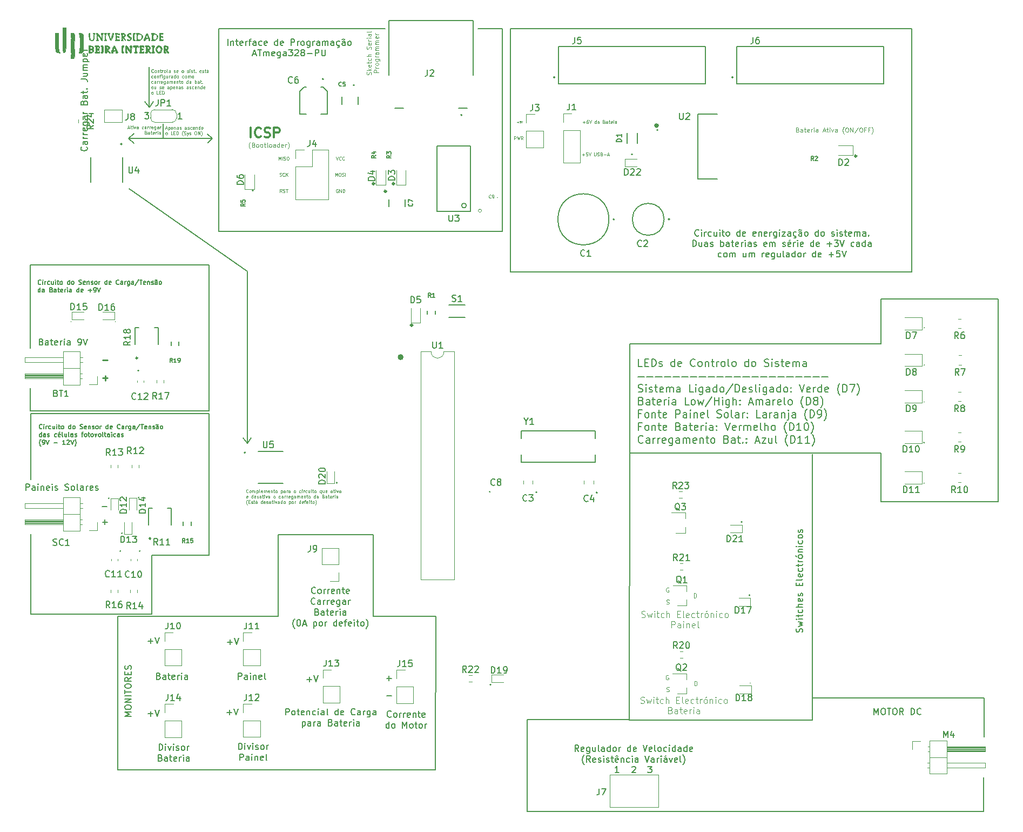
<source format=gto>
G04 #@! TF.GenerationSoftware,KiCad,Pcbnew,(5.1.12-1-10_14)*
G04 #@! TF.CreationDate,2021-12-30T10:25:41+00:00*
G04 #@! TF.ProjectId,TICAF_v1,54494341-465f-4763-912e-6b696361645f,rev?*
G04 #@! TF.SameCoordinates,Original*
G04 #@! TF.FileFunction,Legend,Top*
G04 #@! TF.FilePolarity,Positive*
%FSLAX46Y46*%
G04 Gerber Fmt 4.6, Leading zero omitted, Abs format (unit mm)*
G04 Created by KiCad (PCBNEW (5.1.12-1-10_14)) date 2021-12-30 10:25:41*
%MOMM*%
%LPD*%
G01*
G04 APERTURE LIST*
%ADD10C,0.200000*%
%ADD11C,0.150000*%
%ADD12C,0.100000*%
%ADD13C,0.175000*%
%ADD14C,0.250000*%
%ADD15C,0.300000*%
%ADD16C,0.500000*%
%ADD17C,0.340000*%
%ADD18C,0.050000*%
%ADD19C,0.120000*%
%ADD20C,0.010000*%
%ADD21C,0.127000*%
%ADD22C,0.203200*%
%ADD23C,0.240000*%
G04 APERTURE END LIST*
D10*
X105680952Y-139402380D02*
X105347619Y-138926190D01*
X105109523Y-139402380D02*
X105109523Y-138402380D01*
X105490476Y-138402380D01*
X105585714Y-138450000D01*
X105633333Y-138497619D01*
X105680952Y-138592857D01*
X105680952Y-138735714D01*
X105633333Y-138830952D01*
X105585714Y-138878571D01*
X105490476Y-138926190D01*
X105109523Y-138926190D01*
X106490476Y-139354761D02*
X106395238Y-139402380D01*
X106204761Y-139402380D01*
X106109523Y-139354761D01*
X106061904Y-139259523D01*
X106061904Y-138878571D01*
X106109523Y-138783333D01*
X106204761Y-138735714D01*
X106395238Y-138735714D01*
X106490476Y-138783333D01*
X106538095Y-138878571D01*
X106538095Y-138973809D01*
X106061904Y-139069047D01*
X107395238Y-138735714D02*
X107395238Y-139545238D01*
X107347619Y-139640476D01*
X107300000Y-139688095D01*
X107204761Y-139735714D01*
X107061904Y-139735714D01*
X106966666Y-139688095D01*
X107395238Y-139354761D02*
X107300000Y-139402380D01*
X107109523Y-139402380D01*
X107014285Y-139354761D01*
X106966666Y-139307142D01*
X106919047Y-139211904D01*
X106919047Y-138926190D01*
X106966666Y-138830952D01*
X107014285Y-138783333D01*
X107109523Y-138735714D01*
X107300000Y-138735714D01*
X107395238Y-138783333D01*
X108300000Y-138735714D02*
X108300000Y-139402380D01*
X107871428Y-138735714D02*
X107871428Y-139259523D01*
X107919047Y-139354761D01*
X108014285Y-139402380D01*
X108157142Y-139402380D01*
X108252380Y-139354761D01*
X108300000Y-139307142D01*
X108919047Y-139402380D02*
X108823809Y-139354761D01*
X108776190Y-139259523D01*
X108776190Y-138402380D01*
X109728571Y-139402380D02*
X109728571Y-138878571D01*
X109680952Y-138783333D01*
X109585714Y-138735714D01*
X109395238Y-138735714D01*
X109300000Y-138783333D01*
X109728571Y-139354761D02*
X109633333Y-139402380D01*
X109395238Y-139402380D01*
X109300000Y-139354761D01*
X109252380Y-139259523D01*
X109252380Y-139164285D01*
X109300000Y-139069047D01*
X109395238Y-139021428D01*
X109633333Y-139021428D01*
X109728571Y-138973809D01*
X110633333Y-139402380D02*
X110633333Y-138402380D01*
X110633333Y-139354761D02*
X110538095Y-139402380D01*
X110347619Y-139402380D01*
X110252380Y-139354761D01*
X110204761Y-139307142D01*
X110157142Y-139211904D01*
X110157142Y-138926190D01*
X110204761Y-138830952D01*
X110252380Y-138783333D01*
X110347619Y-138735714D01*
X110538095Y-138735714D01*
X110633333Y-138783333D01*
X111252380Y-139402380D02*
X111157142Y-139354761D01*
X111109523Y-139307142D01*
X111061904Y-139211904D01*
X111061904Y-138926190D01*
X111109523Y-138830952D01*
X111157142Y-138783333D01*
X111252380Y-138735714D01*
X111395238Y-138735714D01*
X111490476Y-138783333D01*
X111538095Y-138830952D01*
X111585714Y-138926190D01*
X111585714Y-139211904D01*
X111538095Y-139307142D01*
X111490476Y-139354761D01*
X111395238Y-139402380D01*
X111252380Y-139402380D01*
X112014285Y-139402380D02*
X112014285Y-138735714D01*
X112014285Y-138926190D02*
X112061904Y-138830952D01*
X112109523Y-138783333D01*
X112204761Y-138735714D01*
X112300000Y-138735714D01*
X113823809Y-139402380D02*
X113823809Y-138402380D01*
X113823809Y-139354761D02*
X113728571Y-139402380D01*
X113538095Y-139402380D01*
X113442857Y-139354761D01*
X113395238Y-139307142D01*
X113347619Y-139211904D01*
X113347619Y-138926190D01*
X113395238Y-138830952D01*
X113442857Y-138783333D01*
X113538095Y-138735714D01*
X113728571Y-138735714D01*
X113823809Y-138783333D01*
X114680952Y-139354761D02*
X114585714Y-139402380D01*
X114395238Y-139402380D01*
X114300000Y-139354761D01*
X114252380Y-139259523D01*
X114252380Y-138878571D01*
X114300000Y-138783333D01*
X114395238Y-138735714D01*
X114585714Y-138735714D01*
X114680952Y-138783333D01*
X114728571Y-138878571D01*
X114728571Y-138973809D01*
X114252380Y-139069047D01*
X115776190Y-138402380D02*
X116109523Y-139402380D01*
X116442857Y-138402380D01*
X117157142Y-139354761D02*
X117061904Y-139402380D01*
X116871428Y-139402380D01*
X116776190Y-139354761D01*
X116728571Y-139259523D01*
X116728571Y-138878571D01*
X116776190Y-138783333D01*
X116871428Y-138735714D01*
X117061904Y-138735714D01*
X117157142Y-138783333D01*
X117204761Y-138878571D01*
X117204761Y-138973809D01*
X116728571Y-139069047D01*
X117776190Y-139402380D02*
X117680952Y-139354761D01*
X117633333Y-139259523D01*
X117633333Y-138402380D01*
X118300000Y-139402380D02*
X118204761Y-139354761D01*
X118157142Y-139307142D01*
X118109523Y-139211904D01*
X118109523Y-138926190D01*
X118157142Y-138830952D01*
X118204761Y-138783333D01*
X118300000Y-138735714D01*
X118442857Y-138735714D01*
X118538095Y-138783333D01*
X118585714Y-138830952D01*
X118633333Y-138926190D01*
X118633333Y-139211904D01*
X118585714Y-139307142D01*
X118538095Y-139354761D01*
X118442857Y-139402380D01*
X118300000Y-139402380D01*
X119490476Y-139354761D02*
X119395238Y-139402380D01*
X119204761Y-139402380D01*
X119109523Y-139354761D01*
X119061904Y-139307142D01*
X119014285Y-139211904D01*
X119014285Y-138926190D01*
X119061904Y-138830952D01*
X119109523Y-138783333D01*
X119204761Y-138735714D01*
X119395238Y-138735714D01*
X119490476Y-138783333D01*
X119919047Y-139402380D02*
X119919047Y-138735714D01*
X119919047Y-138402380D02*
X119871428Y-138450000D01*
X119919047Y-138497619D01*
X119966666Y-138450000D01*
X119919047Y-138402380D01*
X119919047Y-138497619D01*
X120823809Y-139402380D02*
X120823809Y-138402380D01*
X120823809Y-139354761D02*
X120728571Y-139402380D01*
X120538095Y-139402380D01*
X120442857Y-139354761D01*
X120395238Y-139307142D01*
X120347619Y-139211904D01*
X120347619Y-138926190D01*
X120395238Y-138830952D01*
X120442857Y-138783333D01*
X120538095Y-138735714D01*
X120728571Y-138735714D01*
X120823809Y-138783333D01*
X121728571Y-139402380D02*
X121728571Y-138878571D01*
X121680952Y-138783333D01*
X121585714Y-138735714D01*
X121395238Y-138735714D01*
X121300000Y-138783333D01*
X121728571Y-139354761D02*
X121633333Y-139402380D01*
X121395238Y-139402380D01*
X121300000Y-139354761D01*
X121252380Y-139259523D01*
X121252380Y-139164285D01*
X121300000Y-139069047D01*
X121395238Y-139021428D01*
X121633333Y-139021428D01*
X121728571Y-138973809D01*
X122633333Y-139402380D02*
X122633333Y-138402380D01*
X122633333Y-139354761D02*
X122538095Y-139402380D01*
X122347619Y-139402380D01*
X122252380Y-139354761D01*
X122204761Y-139307142D01*
X122157142Y-139211904D01*
X122157142Y-138926190D01*
X122204761Y-138830952D01*
X122252380Y-138783333D01*
X122347619Y-138735714D01*
X122538095Y-138735714D01*
X122633333Y-138783333D01*
X123490476Y-139354761D02*
X123395238Y-139402380D01*
X123204761Y-139402380D01*
X123109523Y-139354761D01*
X123061904Y-139259523D01*
X123061904Y-138878571D01*
X123109523Y-138783333D01*
X123204761Y-138735714D01*
X123395238Y-138735714D01*
X123490476Y-138783333D01*
X123538095Y-138878571D01*
X123538095Y-138973809D01*
X123061904Y-139069047D01*
X106561904Y-141483333D02*
X106514285Y-141435714D01*
X106419047Y-141292857D01*
X106371428Y-141197619D01*
X106323809Y-141054761D01*
X106276190Y-140816666D01*
X106276190Y-140626190D01*
X106323809Y-140388095D01*
X106371428Y-140245238D01*
X106419047Y-140150000D01*
X106514285Y-140007142D01*
X106561904Y-139959523D01*
X107514285Y-141102380D02*
X107180952Y-140626190D01*
X106942857Y-141102380D02*
X106942857Y-140102380D01*
X107323809Y-140102380D01*
X107419047Y-140150000D01*
X107466666Y-140197619D01*
X107514285Y-140292857D01*
X107514285Y-140435714D01*
X107466666Y-140530952D01*
X107419047Y-140578571D01*
X107323809Y-140626190D01*
X106942857Y-140626190D01*
X108323809Y-141054761D02*
X108228571Y-141102380D01*
X108038095Y-141102380D01*
X107942857Y-141054761D01*
X107895238Y-140959523D01*
X107895238Y-140578571D01*
X107942857Y-140483333D01*
X108038095Y-140435714D01*
X108228571Y-140435714D01*
X108323809Y-140483333D01*
X108371428Y-140578571D01*
X108371428Y-140673809D01*
X107895238Y-140769047D01*
X108752380Y-141054761D02*
X108847619Y-141102380D01*
X109038095Y-141102380D01*
X109133333Y-141054761D01*
X109180952Y-140959523D01*
X109180952Y-140911904D01*
X109133333Y-140816666D01*
X109038095Y-140769047D01*
X108895238Y-140769047D01*
X108800000Y-140721428D01*
X108752380Y-140626190D01*
X108752380Y-140578571D01*
X108800000Y-140483333D01*
X108895238Y-140435714D01*
X109038095Y-140435714D01*
X109133333Y-140483333D01*
X109609523Y-141102380D02*
X109609523Y-140435714D01*
X109609523Y-140102380D02*
X109561904Y-140150000D01*
X109609523Y-140197619D01*
X109657142Y-140150000D01*
X109609523Y-140102380D01*
X109609523Y-140197619D01*
X110038095Y-141054761D02*
X110133333Y-141102380D01*
X110323809Y-141102380D01*
X110419047Y-141054761D01*
X110466666Y-140959523D01*
X110466666Y-140911904D01*
X110419047Y-140816666D01*
X110323809Y-140769047D01*
X110180952Y-140769047D01*
X110085714Y-140721428D01*
X110038095Y-140626190D01*
X110038095Y-140578571D01*
X110085714Y-140483333D01*
X110180952Y-140435714D01*
X110323809Y-140435714D01*
X110419047Y-140483333D01*
X110752380Y-140435714D02*
X111133333Y-140435714D01*
X110895238Y-140102380D02*
X110895238Y-140959523D01*
X110942857Y-141054761D01*
X111038095Y-141102380D01*
X111133333Y-141102380D01*
X111847619Y-141054761D02*
X111752380Y-141102380D01*
X111561904Y-141102380D01*
X111466666Y-141054761D01*
X111419047Y-140959523D01*
X111419047Y-140578571D01*
X111466666Y-140483333D01*
X111561904Y-140435714D01*
X111752380Y-140435714D01*
X111847619Y-140483333D01*
X111895238Y-140578571D01*
X111895238Y-140673809D01*
X111419047Y-140769047D01*
X111466666Y-140197619D02*
X111657142Y-140054761D01*
X111847619Y-140197619D01*
X112323809Y-140435714D02*
X112323809Y-141102380D01*
X112323809Y-140530952D02*
X112371428Y-140483333D01*
X112466666Y-140435714D01*
X112609523Y-140435714D01*
X112704761Y-140483333D01*
X112752380Y-140578571D01*
X112752380Y-141102380D01*
X113657142Y-141054761D02*
X113561904Y-141102380D01*
X113371428Y-141102380D01*
X113276190Y-141054761D01*
X113228571Y-141007142D01*
X113180952Y-140911904D01*
X113180952Y-140626190D01*
X113228571Y-140530952D01*
X113276190Y-140483333D01*
X113371428Y-140435714D01*
X113561904Y-140435714D01*
X113657142Y-140483333D01*
X114085714Y-141102380D02*
X114085714Y-140435714D01*
X114085714Y-140102380D02*
X114038095Y-140150000D01*
X114085714Y-140197619D01*
X114133333Y-140150000D01*
X114085714Y-140102380D01*
X114085714Y-140197619D01*
X114990476Y-141102380D02*
X114990476Y-140578571D01*
X114942857Y-140483333D01*
X114847619Y-140435714D01*
X114657142Y-140435714D01*
X114561904Y-140483333D01*
X114990476Y-141054761D02*
X114895238Y-141102380D01*
X114657142Y-141102380D01*
X114561904Y-141054761D01*
X114514285Y-140959523D01*
X114514285Y-140864285D01*
X114561904Y-140769047D01*
X114657142Y-140721428D01*
X114895238Y-140721428D01*
X114990476Y-140673809D01*
X116085714Y-140102380D02*
X116419047Y-141102380D01*
X116752380Y-140102380D01*
X117514285Y-141102380D02*
X117514285Y-140578571D01*
X117466666Y-140483333D01*
X117371428Y-140435714D01*
X117180952Y-140435714D01*
X117085714Y-140483333D01*
X117514285Y-141054761D02*
X117419047Y-141102380D01*
X117180952Y-141102380D01*
X117085714Y-141054761D01*
X117038095Y-140959523D01*
X117038095Y-140864285D01*
X117085714Y-140769047D01*
X117180952Y-140721428D01*
X117419047Y-140721428D01*
X117514285Y-140673809D01*
X117990476Y-141102380D02*
X117990476Y-140435714D01*
X117990476Y-140626190D02*
X118038095Y-140530952D01*
X118085714Y-140483333D01*
X118180952Y-140435714D01*
X118276190Y-140435714D01*
X118609523Y-141102380D02*
X118609523Y-140435714D01*
X118609523Y-140102380D02*
X118561904Y-140150000D01*
X118609523Y-140197619D01*
X118657142Y-140150000D01*
X118609523Y-140102380D01*
X118609523Y-140197619D01*
X119514285Y-141102380D02*
X119514285Y-140578571D01*
X119466666Y-140483333D01*
X119371428Y-140435714D01*
X119180952Y-140435714D01*
X119085714Y-140483333D01*
X119514285Y-141054761D02*
X119419047Y-141102380D01*
X119180952Y-141102380D01*
X119085714Y-141054761D01*
X119038095Y-140959523D01*
X119038095Y-140864285D01*
X119085714Y-140769047D01*
X119180952Y-140721428D01*
X119419047Y-140721428D01*
X119514285Y-140673809D01*
X119371428Y-140054761D02*
X119228571Y-140197619D01*
X119895238Y-140435714D02*
X120133333Y-141102380D01*
X120371428Y-140435714D01*
X121133333Y-141054761D02*
X121038095Y-141102380D01*
X120847619Y-141102380D01*
X120752380Y-141054761D01*
X120704761Y-140959523D01*
X120704761Y-140578571D01*
X120752380Y-140483333D01*
X120847619Y-140435714D01*
X121038095Y-140435714D01*
X121133333Y-140483333D01*
X121180952Y-140578571D01*
X121180952Y-140673809D01*
X120704761Y-140769047D01*
X121752380Y-141102380D02*
X121657142Y-141054761D01*
X121609523Y-140959523D01*
X121609523Y-140102380D01*
X122038095Y-141483333D02*
X122085714Y-141435714D01*
X122180952Y-141292857D01*
X122228571Y-141197619D01*
X122276190Y-141054761D01*
X122323809Y-140816666D01*
X122323809Y-140626190D01*
X122276190Y-140388095D01*
X122228571Y-140245238D01*
X122180952Y-140150000D01*
X122085714Y-140007142D01*
X122038095Y-139959523D01*
D11*
X116516666Y-141752380D02*
X117135714Y-141752380D01*
X116802380Y-142133333D01*
X116945238Y-142133333D01*
X117040476Y-142180952D01*
X117088095Y-142228571D01*
X117135714Y-142323809D01*
X117135714Y-142561904D01*
X117088095Y-142657142D01*
X117040476Y-142704761D01*
X116945238Y-142752380D01*
X116659523Y-142752380D01*
X116564285Y-142704761D01*
X116516666Y-142657142D01*
X114044285Y-141847619D02*
X114091904Y-141800000D01*
X114187142Y-141752380D01*
X114425238Y-141752380D01*
X114520476Y-141800000D01*
X114568095Y-141847619D01*
X114615714Y-141942857D01*
X114615714Y-142038095D01*
X114568095Y-142180952D01*
X113996666Y-142752380D01*
X114615714Y-142752380D01*
X111985714Y-142682380D02*
X111414285Y-142682380D01*
X111700000Y-142682380D02*
X111700000Y-141682380D01*
X111604761Y-141825238D01*
X111509523Y-141920476D01*
X111414285Y-141968095D01*
X169220000Y-131020000D02*
X142290000Y-131020000D01*
X169220000Y-137150000D02*
X169220000Y-131020000D01*
X169160000Y-148850000D02*
X169160000Y-143450000D01*
X97590000Y-148850000D02*
X169160000Y-148850000D01*
X97590000Y-134420000D02*
X97590000Y-148850000D01*
X113660000Y-134420000D02*
X97590000Y-134420000D01*
D10*
X152007142Y-133652380D02*
X152007142Y-132652380D01*
X152340476Y-133366666D01*
X152673809Y-132652380D01*
X152673809Y-133652380D01*
X153340476Y-132652380D02*
X153530952Y-132652380D01*
X153626190Y-132700000D01*
X153721428Y-132795238D01*
X153769047Y-132985714D01*
X153769047Y-133319047D01*
X153721428Y-133509523D01*
X153626190Y-133604761D01*
X153530952Y-133652380D01*
X153340476Y-133652380D01*
X153245238Y-133604761D01*
X153150000Y-133509523D01*
X153102380Y-133319047D01*
X153102380Y-132985714D01*
X153150000Y-132795238D01*
X153245238Y-132700000D01*
X153340476Y-132652380D01*
X154054761Y-132652380D02*
X154626190Y-132652380D01*
X154340476Y-133652380D02*
X154340476Y-132652380D01*
X155150000Y-132652380D02*
X155340476Y-132652380D01*
X155435714Y-132700000D01*
X155530952Y-132795238D01*
X155578571Y-132985714D01*
X155578571Y-133319047D01*
X155530952Y-133509523D01*
X155435714Y-133604761D01*
X155340476Y-133652380D01*
X155150000Y-133652380D01*
X155054761Y-133604761D01*
X154959523Y-133509523D01*
X154911904Y-133319047D01*
X154911904Y-132985714D01*
X154959523Y-132795238D01*
X155054761Y-132700000D01*
X155150000Y-132652380D01*
X156578571Y-133652380D02*
X156245238Y-133176190D01*
X156007142Y-133652380D02*
X156007142Y-132652380D01*
X156388095Y-132652380D01*
X156483333Y-132700000D01*
X156530952Y-132747619D01*
X156578571Y-132842857D01*
X156578571Y-132985714D01*
X156530952Y-133080952D01*
X156483333Y-133128571D01*
X156388095Y-133176190D01*
X156007142Y-133176190D01*
X157769047Y-133652380D02*
X157769047Y-132652380D01*
X158007142Y-132652380D01*
X158150000Y-132700000D01*
X158245238Y-132795238D01*
X158292857Y-132890476D01*
X158340476Y-133080952D01*
X158340476Y-133223809D01*
X158292857Y-133414285D01*
X158245238Y-133509523D01*
X158150000Y-133604761D01*
X158007142Y-133652380D01*
X157769047Y-133652380D01*
X159340476Y-133557142D02*
X159292857Y-133604761D01*
X159150000Y-133652380D01*
X159054761Y-133652380D01*
X158911904Y-133604761D01*
X158816666Y-133509523D01*
X158769047Y-133414285D01*
X158721428Y-133223809D01*
X158721428Y-133080952D01*
X158769047Y-132890476D01*
X158816666Y-132795238D01*
X158911904Y-132700000D01*
X159054761Y-132652380D01*
X159150000Y-132652380D01*
X159292857Y-132700000D01*
X159340476Y-132747619D01*
X140724761Y-120723809D02*
X140772380Y-120580952D01*
X140772380Y-120342857D01*
X140724761Y-120247619D01*
X140677142Y-120200000D01*
X140581904Y-120152380D01*
X140486666Y-120152380D01*
X140391428Y-120200000D01*
X140343809Y-120247619D01*
X140296190Y-120342857D01*
X140248571Y-120533333D01*
X140200952Y-120628571D01*
X140153333Y-120676190D01*
X140058095Y-120723809D01*
X139962857Y-120723809D01*
X139867619Y-120676190D01*
X139820000Y-120628571D01*
X139772380Y-120533333D01*
X139772380Y-120295238D01*
X139820000Y-120152380D01*
X140105714Y-119819047D02*
X140772380Y-119628571D01*
X140296190Y-119438095D01*
X140772380Y-119247619D01*
X140105714Y-119057142D01*
X140772380Y-118676190D02*
X140105714Y-118676190D01*
X139772380Y-118676190D02*
X139820000Y-118723809D01*
X139867619Y-118676190D01*
X139820000Y-118628571D01*
X139772380Y-118676190D01*
X139867619Y-118676190D01*
X140105714Y-118342857D02*
X140105714Y-117961904D01*
X139772380Y-118200000D02*
X140629523Y-118200000D01*
X140724761Y-118152380D01*
X140772380Y-118057142D01*
X140772380Y-117961904D01*
X140724761Y-117200000D02*
X140772380Y-117295238D01*
X140772380Y-117485714D01*
X140724761Y-117580952D01*
X140677142Y-117628571D01*
X140581904Y-117676190D01*
X140296190Y-117676190D01*
X140200952Y-117628571D01*
X140153333Y-117580952D01*
X140105714Y-117485714D01*
X140105714Y-117295238D01*
X140153333Y-117200000D01*
X140772380Y-116771428D02*
X139772380Y-116771428D01*
X140772380Y-116342857D02*
X140248571Y-116342857D01*
X140153333Y-116390476D01*
X140105714Y-116485714D01*
X140105714Y-116628571D01*
X140153333Y-116723809D01*
X140200952Y-116771428D01*
X140724761Y-115485714D02*
X140772380Y-115580952D01*
X140772380Y-115771428D01*
X140724761Y-115866666D01*
X140629523Y-115914285D01*
X140248571Y-115914285D01*
X140153333Y-115866666D01*
X140105714Y-115771428D01*
X140105714Y-115580952D01*
X140153333Y-115485714D01*
X140248571Y-115438095D01*
X140343809Y-115438095D01*
X140439047Y-115914285D01*
X140724761Y-115057142D02*
X140772380Y-114961904D01*
X140772380Y-114771428D01*
X140724761Y-114676190D01*
X140629523Y-114628571D01*
X140581904Y-114628571D01*
X140486666Y-114676190D01*
X140439047Y-114771428D01*
X140439047Y-114914285D01*
X140391428Y-115009523D01*
X140296190Y-115057142D01*
X140248571Y-115057142D01*
X140153333Y-115009523D01*
X140105714Y-114914285D01*
X140105714Y-114771428D01*
X140153333Y-114676190D01*
X140248571Y-113438095D02*
X140248571Y-113104761D01*
X140772380Y-112961904D02*
X140772380Y-113438095D01*
X139772380Y-113438095D01*
X139772380Y-112961904D01*
X140772380Y-112390476D02*
X140724761Y-112485714D01*
X140629523Y-112533333D01*
X139772380Y-112533333D01*
X140724761Y-111628571D02*
X140772380Y-111723809D01*
X140772380Y-111914285D01*
X140724761Y-112009523D01*
X140629523Y-112057142D01*
X140248571Y-112057142D01*
X140153333Y-112009523D01*
X140105714Y-111914285D01*
X140105714Y-111723809D01*
X140153333Y-111628571D01*
X140248571Y-111580952D01*
X140343809Y-111580952D01*
X140439047Y-112057142D01*
X140724761Y-110723809D02*
X140772380Y-110819047D01*
X140772380Y-111009523D01*
X140724761Y-111104761D01*
X140677142Y-111152380D01*
X140581904Y-111200000D01*
X140296190Y-111200000D01*
X140200952Y-111152380D01*
X140153333Y-111104761D01*
X140105714Y-111009523D01*
X140105714Y-110819047D01*
X140153333Y-110723809D01*
X140105714Y-110438095D02*
X140105714Y-110057142D01*
X139772380Y-110295238D02*
X140629523Y-110295238D01*
X140724761Y-110247619D01*
X140772380Y-110152380D01*
X140772380Y-110057142D01*
X140772380Y-109723809D02*
X140105714Y-109723809D01*
X140296190Y-109723809D02*
X140200952Y-109676190D01*
X140153333Y-109628571D01*
X140105714Y-109533333D01*
X140105714Y-109438095D01*
X140772380Y-108961904D02*
X140724761Y-109057142D01*
X140677142Y-109104761D01*
X140581904Y-109152380D01*
X140296190Y-109152380D01*
X140200952Y-109104761D01*
X140153333Y-109057142D01*
X140105714Y-108961904D01*
X140105714Y-108819047D01*
X140153333Y-108723809D01*
X140200952Y-108676190D01*
X140296190Y-108628571D01*
X140581904Y-108628571D01*
X140677142Y-108676190D01*
X140724761Y-108723809D01*
X140772380Y-108819047D01*
X140772380Y-108961904D01*
X139724761Y-108771428D02*
X139867619Y-108914285D01*
X140105714Y-108200000D02*
X140772380Y-108200000D01*
X140200952Y-108200000D02*
X140153333Y-108152380D01*
X140105714Y-108057142D01*
X140105714Y-107914285D01*
X140153333Y-107819047D01*
X140248571Y-107771428D01*
X140772380Y-107771428D01*
X140772380Y-107295238D02*
X140105714Y-107295238D01*
X139772380Y-107295238D02*
X139820000Y-107342857D01*
X139867619Y-107295238D01*
X139820000Y-107247619D01*
X139772380Y-107295238D01*
X139867619Y-107295238D01*
X140724761Y-106390476D02*
X140772380Y-106485714D01*
X140772380Y-106676190D01*
X140724761Y-106771428D01*
X140677142Y-106819047D01*
X140581904Y-106866666D01*
X140296190Y-106866666D01*
X140200952Y-106819047D01*
X140153333Y-106771428D01*
X140105714Y-106676190D01*
X140105714Y-106485714D01*
X140153333Y-106390476D01*
X140772380Y-105819047D02*
X140724761Y-105914285D01*
X140677142Y-105961904D01*
X140581904Y-106009523D01*
X140296190Y-106009523D01*
X140200952Y-105961904D01*
X140153333Y-105914285D01*
X140105714Y-105819047D01*
X140105714Y-105676190D01*
X140153333Y-105580952D01*
X140200952Y-105533333D01*
X140296190Y-105485714D01*
X140581904Y-105485714D01*
X140677142Y-105533333D01*
X140724761Y-105580952D01*
X140772380Y-105676190D01*
X140772380Y-105819047D01*
X140724761Y-105104761D02*
X140772380Y-105009523D01*
X140772380Y-104819047D01*
X140724761Y-104723809D01*
X140629523Y-104676190D01*
X140581904Y-104676190D01*
X140486666Y-104723809D01*
X140439047Y-104819047D01*
X140439047Y-104961904D01*
X140391428Y-105057142D01*
X140296190Y-105104761D01*
X140248571Y-105104761D01*
X140153333Y-105057142D01*
X140105714Y-104961904D01*
X140105714Y-104819047D01*
X140153333Y-104723809D01*
D11*
X142320000Y-134470000D02*
X142320000Y-92840000D01*
X113650000Y-134470000D02*
X142320000Y-134470000D01*
X113680000Y-92720000D02*
X113650000Y-134470000D01*
X91937082Y-128950000D02*
G75*
G03*
X91937082Y-128950000I-67082J0D01*
G01*
X131334853Y-103480000D02*
G75*
G03*
X131334853Y-103480000I-84853J0D01*
G01*
D12*
X119460000Y-129993333D02*
X119560000Y-130026666D01*
X119726666Y-130026666D01*
X119793333Y-129993333D01*
X119826666Y-129960000D01*
X119860000Y-129893333D01*
X119860000Y-129826666D01*
X119826666Y-129760000D01*
X119793333Y-129726666D01*
X119726666Y-129693333D01*
X119593333Y-129660000D01*
X119526666Y-129626666D01*
X119493333Y-129593333D01*
X119460000Y-129526666D01*
X119460000Y-129460000D01*
X119493333Y-129393333D01*
X119526666Y-129360000D01*
X119593333Y-129326666D01*
X119760000Y-129326666D01*
X119860000Y-129360000D01*
X119733333Y-127490000D02*
X119666666Y-127456666D01*
X119566666Y-127456666D01*
X119466666Y-127490000D01*
X119400000Y-127556666D01*
X119366666Y-127623333D01*
X119333333Y-127756666D01*
X119333333Y-127856666D01*
X119366666Y-127990000D01*
X119400000Y-128056666D01*
X119466666Y-128123333D01*
X119566666Y-128156666D01*
X119633333Y-128156666D01*
X119733333Y-128123333D01*
X119766666Y-128090000D01*
X119766666Y-127856666D01*
X119633333Y-127856666D01*
X123826666Y-129076666D02*
X123826666Y-128376666D01*
X123993333Y-128376666D01*
X124093333Y-128410000D01*
X124160000Y-128476666D01*
X124193333Y-128543333D01*
X124226666Y-128676666D01*
X124226666Y-128776666D01*
X124193333Y-128910000D01*
X124160000Y-128976666D01*
X124093333Y-129043333D01*
X123993333Y-129076666D01*
X123826666Y-129076666D01*
D11*
X132598310Y-128680000D02*
G75*
G03*
X132598310Y-128680000I-58310J0D01*
G01*
X132554340Y-114960000D02*
G75*
G03*
X132554340Y-114960000I-94340J0D01*
G01*
D12*
X115394285Y-131824761D02*
X115537142Y-131872380D01*
X115775238Y-131872380D01*
X115870476Y-131824761D01*
X115918095Y-131777142D01*
X115965714Y-131681904D01*
X115965714Y-131586666D01*
X115918095Y-131491428D01*
X115870476Y-131443809D01*
X115775238Y-131396190D01*
X115584761Y-131348571D01*
X115489523Y-131300952D01*
X115441904Y-131253333D01*
X115394285Y-131158095D01*
X115394285Y-131062857D01*
X115441904Y-130967619D01*
X115489523Y-130920000D01*
X115584761Y-130872380D01*
X115822857Y-130872380D01*
X115965714Y-130920000D01*
X116299047Y-131205714D02*
X116489523Y-131872380D01*
X116680000Y-131396190D01*
X116870476Y-131872380D01*
X117060952Y-131205714D01*
X117441904Y-131872380D02*
X117441904Y-131205714D01*
X117441904Y-130872380D02*
X117394285Y-130920000D01*
X117441904Y-130967619D01*
X117489523Y-130920000D01*
X117441904Y-130872380D01*
X117441904Y-130967619D01*
X117775238Y-131205714D02*
X118156190Y-131205714D01*
X117918095Y-130872380D02*
X117918095Y-131729523D01*
X117965714Y-131824761D01*
X118060952Y-131872380D01*
X118156190Y-131872380D01*
X118918095Y-131824761D02*
X118822857Y-131872380D01*
X118632380Y-131872380D01*
X118537142Y-131824761D01*
X118489523Y-131777142D01*
X118441904Y-131681904D01*
X118441904Y-131396190D01*
X118489523Y-131300952D01*
X118537142Y-131253333D01*
X118632380Y-131205714D01*
X118822857Y-131205714D01*
X118918095Y-131253333D01*
X119346666Y-131872380D02*
X119346666Y-130872380D01*
X119775238Y-131872380D02*
X119775238Y-131348571D01*
X119727619Y-131253333D01*
X119632380Y-131205714D01*
X119489523Y-131205714D01*
X119394285Y-131253333D01*
X119346666Y-131300952D01*
X121013333Y-131348571D02*
X121346666Y-131348571D01*
X121489523Y-131872380D02*
X121013333Y-131872380D01*
X121013333Y-130872380D01*
X121489523Y-130872380D01*
X122060952Y-131872380D02*
X121965714Y-131824761D01*
X121918095Y-131729523D01*
X121918095Y-130872380D01*
X122822857Y-131824761D02*
X122727619Y-131872380D01*
X122537142Y-131872380D01*
X122441904Y-131824761D01*
X122394285Y-131729523D01*
X122394285Y-131348571D01*
X122441904Y-131253333D01*
X122537142Y-131205714D01*
X122727619Y-131205714D01*
X122822857Y-131253333D01*
X122870476Y-131348571D01*
X122870476Y-131443809D01*
X122394285Y-131539047D01*
X123727619Y-131824761D02*
X123632380Y-131872380D01*
X123441904Y-131872380D01*
X123346666Y-131824761D01*
X123299047Y-131777142D01*
X123251428Y-131681904D01*
X123251428Y-131396190D01*
X123299047Y-131300952D01*
X123346666Y-131253333D01*
X123441904Y-131205714D01*
X123632380Y-131205714D01*
X123727619Y-131253333D01*
X124013333Y-131205714D02*
X124394285Y-131205714D01*
X124156190Y-130872380D02*
X124156190Y-131729523D01*
X124203809Y-131824761D01*
X124299047Y-131872380D01*
X124394285Y-131872380D01*
X124727619Y-131872380D02*
X124727619Y-131205714D01*
X124727619Y-131396190D02*
X124775238Y-131300952D01*
X124822857Y-131253333D01*
X124918095Y-131205714D01*
X125013333Y-131205714D01*
X125489523Y-131872380D02*
X125394285Y-131824761D01*
X125346666Y-131777142D01*
X125299047Y-131681904D01*
X125299047Y-131396190D01*
X125346666Y-131300952D01*
X125394285Y-131253333D01*
X125489523Y-131205714D01*
X125632380Y-131205714D01*
X125727619Y-131253333D01*
X125775238Y-131300952D01*
X125822857Y-131396190D01*
X125822857Y-131681904D01*
X125775238Y-131777142D01*
X125727619Y-131824761D01*
X125632380Y-131872380D01*
X125489523Y-131872380D01*
X125680000Y-130824761D02*
X125537142Y-130967619D01*
X126251428Y-131205714D02*
X126251428Y-131872380D01*
X126251428Y-131300952D02*
X126299047Y-131253333D01*
X126394285Y-131205714D01*
X126537142Y-131205714D01*
X126632380Y-131253333D01*
X126680000Y-131348571D01*
X126680000Y-131872380D01*
X127156190Y-131872380D02*
X127156190Y-131205714D01*
X127156190Y-130872380D02*
X127108571Y-130920000D01*
X127156190Y-130967619D01*
X127203809Y-130920000D01*
X127156190Y-130872380D01*
X127156190Y-130967619D01*
X128060952Y-131824761D02*
X127965714Y-131872380D01*
X127775238Y-131872380D01*
X127680000Y-131824761D01*
X127632380Y-131777142D01*
X127584761Y-131681904D01*
X127584761Y-131396190D01*
X127632380Y-131300952D01*
X127680000Y-131253333D01*
X127775238Y-131205714D01*
X127965714Y-131205714D01*
X128060952Y-131253333D01*
X128632380Y-131872380D02*
X128537142Y-131824761D01*
X128489523Y-131777142D01*
X128441904Y-131681904D01*
X128441904Y-131396190D01*
X128489523Y-131300952D01*
X128537142Y-131253333D01*
X128632380Y-131205714D01*
X128775238Y-131205714D01*
X128870476Y-131253333D01*
X128918095Y-131300952D01*
X128965714Y-131396190D01*
X128965714Y-131681904D01*
X128918095Y-131777142D01*
X128870476Y-131824761D01*
X128775238Y-131872380D01*
X128632380Y-131872380D01*
X120084761Y-132948571D02*
X120227619Y-132996190D01*
X120275238Y-133043809D01*
X120322857Y-133139047D01*
X120322857Y-133281904D01*
X120275238Y-133377142D01*
X120227619Y-133424761D01*
X120132380Y-133472380D01*
X119751428Y-133472380D01*
X119751428Y-132472380D01*
X120084761Y-132472380D01*
X120180000Y-132520000D01*
X120227619Y-132567619D01*
X120275238Y-132662857D01*
X120275238Y-132758095D01*
X120227619Y-132853333D01*
X120180000Y-132900952D01*
X120084761Y-132948571D01*
X119751428Y-132948571D01*
X121180000Y-133472380D02*
X121180000Y-132948571D01*
X121132380Y-132853333D01*
X121037142Y-132805714D01*
X120846666Y-132805714D01*
X120751428Y-132853333D01*
X121180000Y-133424761D02*
X121084761Y-133472380D01*
X120846666Y-133472380D01*
X120751428Y-133424761D01*
X120703809Y-133329523D01*
X120703809Y-133234285D01*
X120751428Y-133139047D01*
X120846666Y-133091428D01*
X121084761Y-133091428D01*
X121180000Y-133043809D01*
X121513333Y-132805714D02*
X121894285Y-132805714D01*
X121656190Y-132472380D02*
X121656190Y-133329523D01*
X121703809Y-133424761D01*
X121799047Y-133472380D01*
X121894285Y-133472380D01*
X122608571Y-133424761D02*
X122513333Y-133472380D01*
X122322857Y-133472380D01*
X122227619Y-133424761D01*
X122180000Y-133329523D01*
X122180000Y-132948571D01*
X122227619Y-132853333D01*
X122322857Y-132805714D01*
X122513333Y-132805714D01*
X122608571Y-132853333D01*
X122656190Y-132948571D01*
X122656190Y-133043809D01*
X122180000Y-133139047D01*
X123084761Y-133472380D02*
X123084761Y-132805714D01*
X123084761Y-132996190D02*
X123132380Y-132900952D01*
X123180000Y-132853333D01*
X123275238Y-132805714D01*
X123370476Y-132805714D01*
X123703809Y-133472380D02*
X123703809Y-132805714D01*
X123703809Y-132472380D02*
X123656190Y-132520000D01*
X123703809Y-132567619D01*
X123751428Y-132520000D01*
X123703809Y-132472380D01*
X123703809Y-132567619D01*
X124608571Y-133472380D02*
X124608571Y-132948571D01*
X124560952Y-132853333D01*
X124465714Y-132805714D01*
X124275238Y-132805714D01*
X124180000Y-132853333D01*
X124608571Y-133424761D02*
X124513333Y-133472380D01*
X124275238Y-133472380D01*
X124180000Y-133424761D01*
X124132380Y-133329523D01*
X124132380Y-133234285D01*
X124180000Y-133139047D01*
X124275238Y-133091428D01*
X124513333Y-133091428D01*
X124608571Y-133043809D01*
X115524285Y-118374761D02*
X115667142Y-118422380D01*
X115905238Y-118422380D01*
X116000476Y-118374761D01*
X116048095Y-118327142D01*
X116095714Y-118231904D01*
X116095714Y-118136666D01*
X116048095Y-118041428D01*
X116000476Y-117993809D01*
X115905238Y-117946190D01*
X115714761Y-117898571D01*
X115619523Y-117850952D01*
X115571904Y-117803333D01*
X115524285Y-117708095D01*
X115524285Y-117612857D01*
X115571904Y-117517619D01*
X115619523Y-117470000D01*
X115714761Y-117422380D01*
X115952857Y-117422380D01*
X116095714Y-117470000D01*
X116429047Y-117755714D02*
X116619523Y-118422380D01*
X116810000Y-117946190D01*
X117000476Y-118422380D01*
X117190952Y-117755714D01*
X117571904Y-118422380D02*
X117571904Y-117755714D01*
X117571904Y-117422380D02*
X117524285Y-117470000D01*
X117571904Y-117517619D01*
X117619523Y-117470000D01*
X117571904Y-117422380D01*
X117571904Y-117517619D01*
X117905238Y-117755714D02*
X118286190Y-117755714D01*
X118048095Y-117422380D02*
X118048095Y-118279523D01*
X118095714Y-118374761D01*
X118190952Y-118422380D01*
X118286190Y-118422380D01*
X119048095Y-118374761D02*
X118952857Y-118422380D01*
X118762380Y-118422380D01*
X118667142Y-118374761D01*
X118619523Y-118327142D01*
X118571904Y-118231904D01*
X118571904Y-117946190D01*
X118619523Y-117850952D01*
X118667142Y-117803333D01*
X118762380Y-117755714D01*
X118952857Y-117755714D01*
X119048095Y-117803333D01*
X119476666Y-118422380D02*
X119476666Y-117422380D01*
X119905238Y-118422380D02*
X119905238Y-117898571D01*
X119857619Y-117803333D01*
X119762380Y-117755714D01*
X119619523Y-117755714D01*
X119524285Y-117803333D01*
X119476666Y-117850952D01*
X121143333Y-117898571D02*
X121476666Y-117898571D01*
X121619523Y-118422380D02*
X121143333Y-118422380D01*
X121143333Y-117422380D01*
X121619523Y-117422380D01*
X122190952Y-118422380D02*
X122095714Y-118374761D01*
X122048095Y-118279523D01*
X122048095Y-117422380D01*
X122952857Y-118374761D02*
X122857619Y-118422380D01*
X122667142Y-118422380D01*
X122571904Y-118374761D01*
X122524285Y-118279523D01*
X122524285Y-117898571D01*
X122571904Y-117803333D01*
X122667142Y-117755714D01*
X122857619Y-117755714D01*
X122952857Y-117803333D01*
X123000476Y-117898571D01*
X123000476Y-117993809D01*
X122524285Y-118089047D01*
X123857619Y-118374761D02*
X123762380Y-118422380D01*
X123571904Y-118422380D01*
X123476666Y-118374761D01*
X123429047Y-118327142D01*
X123381428Y-118231904D01*
X123381428Y-117946190D01*
X123429047Y-117850952D01*
X123476666Y-117803333D01*
X123571904Y-117755714D01*
X123762380Y-117755714D01*
X123857619Y-117803333D01*
X124143333Y-117755714D02*
X124524285Y-117755714D01*
X124286190Y-117422380D02*
X124286190Y-118279523D01*
X124333809Y-118374761D01*
X124429047Y-118422380D01*
X124524285Y-118422380D01*
X124857619Y-118422380D02*
X124857619Y-117755714D01*
X124857619Y-117946190D02*
X124905238Y-117850952D01*
X124952857Y-117803333D01*
X125048095Y-117755714D01*
X125143333Y-117755714D01*
X125619523Y-118422380D02*
X125524285Y-118374761D01*
X125476666Y-118327142D01*
X125429047Y-118231904D01*
X125429047Y-117946190D01*
X125476666Y-117850952D01*
X125524285Y-117803333D01*
X125619523Y-117755714D01*
X125762380Y-117755714D01*
X125857619Y-117803333D01*
X125905238Y-117850952D01*
X125952857Y-117946190D01*
X125952857Y-118231904D01*
X125905238Y-118327142D01*
X125857619Y-118374761D01*
X125762380Y-118422380D01*
X125619523Y-118422380D01*
X125810000Y-117374761D02*
X125667142Y-117517619D01*
X126381428Y-117755714D02*
X126381428Y-118422380D01*
X126381428Y-117850952D02*
X126429047Y-117803333D01*
X126524285Y-117755714D01*
X126667142Y-117755714D01*
X126762380Y-117803333D01*
X126810000Y-117898571D01*
X126810000Y-118422380D01*
X127286190Y-118422380D02*
X127286190Y-117755714D01*
X127286190Y-117422380D02*
X127238571Y-117470000D01*
X127286190Y-117517619D01*
X127333809Y-117470000D01*
X127286190Y-117422380D01*
X127286190Y-117517619D01*
X128190952Y-118374761D02*
X128095714Y-118422380D01*
X127905238Y-118422380D01*
X127810000Y-118374761D01*
X127762380Y-118327142D01*
X127714761Y-118231904D01*
X127714761Y-117946190D01*
X127762380Y-117850952D01*
X127810000Y-117803333D01*
X127905238Y-117755714D01*
X128095714Y-117755714D01*
X128190952Y-117803333D01*
X128762380Y-118422380D02*
X128667142Y-118374761D01*
X128619523Y-118327142D01*
X128571904Y-118231904D01*
X128571904Y-117946190D01*
X128619523Y-117850952D01*
X128667142Y-117803333D01*
X128762380Y-117755714D01*
X128905238Y-117755714D01*
X129000476Y-117803333D01*
X129048095Y-117850952D01*
X129095714Y-117946190D01*
X129095714Y-118231904D01*
X129048095Y-118327142D01*
X129000476Y-118374761D01*
X128905238Y-118422380D01*
X128762380Y-118422380D01*
X120214761Y-120022380D02*
X120214761Y-119022380D01*
X120595714Y-119022380D01*
X120690952Y-119070000D01*
X120738571Y-119117619D01*
X120786190Y-119212857D01*
X120786190Y-119355714D01*
X120738571Y-119450952D01*
X120690952Y-119498571D01*
X120595714Y-119546190D01*
X120214761Y-119546190D01*
X121643333Y-120022380D02*
X121643333Y-119498571D01*
X121595714Y-119403333D01*
X121500476Y-119355714D01*
X121310000Y-119355714D01*
X121214761Y-119403333D01*
X121643333Y-119974761D02*
X121548095Y-120022380D01*
X121310000Y-120022380D01*
X121214761Y-119974761D01*
X121167142Y-119879523D01*
X121167142Y-119784285D01*
X121214761Y-119689047D01*
X121310000Y-119641428D01*
X121548095Y-119641428D01*
X121643333Y-119593809D01*
X122119523Y-120022380D02*
X122119523Y-119355714D01*
X122119523Y-119022380D02*
X122071904Y-119070000D01*
X122119523Y-119117619D01*
X122167142Y-119070000D01*
X122119523Y-119022380D01*
X122119523Y-119117619D01*
X122595714Y-119355714D02*
X122595714Y-120022380D01*
X122595714Y-119450952D02*
X122643333Y-119403333D01*
X122738571Y-119355714D01*
X122881428Y-119355714D01*
X122976666Y-119403333D01*
X123024285Y-119498571D01*
X123024285Y-120022380D01*
X123881428Y-119974761D02*
X123786190Y-120022380D01*
X123595714Y-120022380D01*
X123500476Y-119974761D01*
X123452857Y-119879523D01*
X123452857Y-119498571D01*
X123500476Y-119403333D01*
X123595714Y-119355714D01*
X123786190Y-119355714D01*
X123881428Y-119403333D01*
X123929047Y-119498571D01*
X123929047Y-119593809D01*
X123452857Y-119689047D01*
X124500476Y-120022380D02*
X124405238Y-119974761D01*
X124357619Y-119879523D01*
X124357619Y-119022380D01*
X123746666Y-115336666D02*
X123746666Y-114636666D01*
X123913333Y-114636666D01*
X124013333Y-114670000D01*
X124080000Y-114736666D01*
X124113333Y-114803333D01*
X124146666Y-114936666D01*
X124146666Y-115036666D01*
X124113333Y-115170000D01*
X124080000Y-115236666D01*
X124013333Y-115303333D01*
X123913333Y-115336666D01*
X123746666Y-115336666D01*
X119440000Y-116303333D02*
X119540000Y-116336666D01*
X119706666Y-116336666D01*
X119773333Y-116303333D01*
X119806666Y-116270000D01*
X119840000Y-116203333D01*
X119840000Y-116136666D01*
X119806666Y-116070000D01*
X119773333Y-116036666D01*
X119706666Y-116003333D01*
X119573333Y-115970000D01*
X119506666Y-115936666D01*
X119473333Y-115903333D01*
X119440000Y-115836666D01*
X119440000Y-115770000D01*
X119473333Y-115703333D01*
X119506666Y-115670000D01*
X119573333Y-115636666D01*
X119740000Y-115636666D01*
X119840000Y-115670000D01*
X119783333Y-113780000D02*
X119716666Y-113746666D01*
X119616666Y-113746666D01*
X119516666Y-113780000D01*
X119450000Y-113846666D01*
X119416666Y-113913333D01*
X119383333Y-114046666D01*
X119383333Y-114146666D01*
X119416666Y-114280000D01*
X119450000Y-114346666D01*
X119516666Y-114413333D01*
X119616666Y-114446666D01*
X119683333Y-114446666D01*
X119783333Y-114413333D01*
X119816666Y-114380000D01*
X119816666Y-114146666D01*
X119683333Y-114146666D01*
D11*
X159838310Y-97390000D02*
G75*
G03*
X159838310Y-97390000I-58310J0D01*
G01*
X159884031Y-91060000D02*
G75*
G03*
X159884031Y-91060000I-64031J0D01*
G01*
X159850000Y-84660000D02*
G75*
G03*
X159850000Y-84660000I-50000J0D01*
G01*
X159868310Y-78890000D02*
G75*
G03*
X159868310Y-78890000I-58310J0D01*
G01*
X159868310Y-73050000D02*
G75*
G03*
X159868310Y-73050000I-58310J0D01*
G01*
X92970000Y-52690000D02*
G75*
G03*
X92970000Y-52690000I-20000J0D01*
G01*
X70546023Y-35060000D02*
G75*
G03*
X70546023Y-35060000I-86023J0D01*
G01*
X54666158Y-51590000D02*
G75*
G03*
X54666158Y-51590000I-76158J0D01*
G01*
X33076569Y-72100000D02*
G75*
G03*
X33076569Y-72100000I-56569J0D01*
G01*
X26150000Y-72100000D02*
G75*
G03*
X26150000Y-72100000I-50000J0D01*
G01*
D10*
X75589047Y-130711428D02*
X76350952Y-130711428D01*
X75589047Y-127941428D02*
X76350952Y-127941428D01*
X75970000Y-128322380D02*
X75970000Y-127560476D01*
X63080476Y-128111428D02*
X63842380Y-128111428D01*
X63461428Y-128492380D02*
X63461428Y-127730476D01*
X64175714Y-127492380D02*
X64509047Y-128492380D01*
X64842380Y-127492380D01*
X50570476Y-133301428D02*
X51332380Y-133301428D01*
X50951428Y-133682380D02*
X50951428Y-132920476D01*
X51665714Y-132682380D02*
X51999047Y-133682380D01*
X52332380Y-132682380D01*
D11*
X35542380Y-133922380D02*
X34542380Y-133922380D01*
X35256666Y-133589047D01*
X34542380Y-133255714D01*
X35542380Y-133255714D01*
X34542380Y-132589047D02*
X34542380Y-132398571D01*
X34590000Y-132303333D01*
X34685238Y-132208095D01*
X34875714Y-132160476D01*
X35209047Y-132160476D01*
X35399523Y-132208095D01*
X35494761Y-132303333D01*
X35542380Y-132398571D01*
X35542380Y-132589047D01*
X35494761Y-132684285D01*
X35399523Y-132779523D01*
X35209047Y-132827142D01*
X34875714Y-132827142D01*
X34685238Y-132779523D01*
X34590000Y-132684285D01*
X34542380Y-132589047D01*
X35542380Y-131731904D02*
X34542380Y-131731904D01*
X35542380Y-131160476D01*
X34542380Y-131160476D01*
X35542380Y-130684285D02*
X34542380Y-130684285D01*
X34542380Y-130350952D02*
X34542380Y-129779523D01*
X35542380Y-130065238D02*
X34542380Y-130065238D01*
X34542380Y-129255714D02*
X34542380Y-129065238D01*
X34590000Y-128970000D01*
X34685238Y-128874761D01*
X34875714Y-128827142D01*
X35209047Y-128827142D01*
X35399523Y-128874761D01*
X35494761Y-128970000D01*
X35542380Y-129065238D01*
X35542380Y-129255714D01*
X35494761Y-129350952D01*
X35399523Y-129446190D01*
X35209047Y-129493809D01*
X34875714Y-129493809D01*
X34685238Y-129446190D01*
X34590000Y-129350952D01*
X34542380Y-129255714D01*
X35542380Y-127827142D02*
X35066190Y-128160476D01*
X35542380Y-128398571D02*
X34542380Y-128398571D01*
X34542380Y-128017619D01*
X34590000Y-127922380D01*
X34637619Y-127874761D01*
X34732857Y-127827142D01*
X34875714Y-127827142D01*
X34970952Y-127874761D01*
X35018571Y-127922380D01*
X35066190Y-128017619D01*
X35066190Y-128398571D01*
X35018571Y-127398571D02*
X35018571Y-127065238D01*
X35542380Y-126922380D02*
X35542380Y-127398571D01*
X34542380Y-127398571D01*
X34542380Y-126922380D01*
X35494761Y-126541428D02*
X35542380Y-126398571D01*
X35542380Y-126160476D01*
X35494761Y-126065238D01*
X35447142Y-126017619D01*
X35351904Y-125970000D01*
X35256666Y-125970000D01*
X35161428Y-126017619D01*
X35113809Y-126065238D01*
X35066190Y-126160476D01*
X35018571Y-126350952D01*
X34970952Y-126446190D01*
X34923333Y-126493809D01*
X34828095Y-126541428D01*
X34732857Y-126541428D01*
X34637619Y-126493809D01*
X34590000Y-126446190D01*
X34542380Y-126350952D01*
X34542380Y-126112857D01*
X34590000Y-125970000D01*
X33440000Y-142310000D02*
X33440000Y-118230000D01*
X83250000Y-142310000D02*
X33440000Y-142310000D01*
X83330000Y-118230000D02*
X83250000Y-142310000D01*
X73490000Y-118230000D02*
X83330000Y-118230000D01*
X73490000Y-105480000D02*
X73490000Y-118230000D01*
X58620000Y-105480000D02*
X73490000Y-105480000D01*
X58620000Y-118230000D02*
X58620000Y-105480000D01*
X33440000Y-118230000D02*
X58620000Y-118230000D01*
D10*
X76282857Y-133947142D02*
X76235238Y-133994761D01*
X76092380Y-134042380D01*
X75997142Y-134042380D01*
X75854285Y-133994761D01*
X75759047Y-133899523D01*
X75711428Y-133804285D01*
X75663809Y-133613809D01*
X75663809Y-133470952D01*
X75711428Y-133280476D01*
X75759047Y-133185238D01*
X75854285Y-133090000D01*
X75997142Y-133042380D01*
X76092380Y-133042380D01*
X76235238Y-133090000D01*
X76282857Y-133137619D01*
X76854285Y-134042380D02*
X76759047Y-133994761D01*
X76711428Y-133947142D01*
X76663809Y-133851904D01*
X76663809Y-133566190D01*
X76711428Y-133470952D01*
X76759047Y-133423333D01*
X76854285Y-133375714D01*
X76997142Y-133375714D01*
X77092380Y-133423333D01*
X77140000Y-133470952D01*
X77187619Y-133566190D01*
X77187619Y-133851904D01*
X77140000Y-133947142D01*
X77092380Y-133994761D01*
X76997142Y-134042380D01*
X76854285Y-134042380D01*
X77616190Y-134042380D02*
X77616190Y-133375714D01*
X77616190Y-133566190D02*
X77663809Y-133470952D01*
X77711428Y-133423333D01*
X77806666Y-133375714D01*
X77901904Y-133375714D01*
X78235238Y-134042380D02*
X78235238Y-133375714D01*
X78235238Y-133566190D02*
X78282857Y-133470952D01*
X78330476Y-133423333D01*
X78425714Y-133375714D01*
X78520952Y-133375714D01*
X79235238Y-133994761D02*
X79140000Y-134042380D01*
X78949523Y-134042380D01*
X78854285Y-133994761D01*
X78806666Y-133899523D01*
X78806666Y-133518571D01*
X78854285Y-133423333D01*
X78949523Y-133375714D01*
X79140000Y-133375714D01*
X79235238Y-133423333D01*
X79282857Y-133518571D01*
X79282857Y-133613809D01*
X78806666Y-133709047D01*
X79711428Y-133375714D02*
X79711428Y-134042380D01*
X79711428Y-133470952D02*
X79759047Y-133423333D01*
X79854285Y-133375714D01*
X79997142Y-133375714D01*
X80092380Y-133423333D01*
X80140000Y-133518571D01*
X80140000Y-134042380D01*
X80473333Y-133375714D02*
X80854285Y-133375714D01*
X80616190Y-133042380D02*
X80616190Y-133899523D01*
X80663809Y-133994761D01*
X80759047Y-134042380D01*
X80854285Y-134042380D01*
X81568571Y-133994761D02*
X81473333Y-134042380D01*
X81282857Y-134042380D01*
X81187619Y-133994761D01*
X81140000Y-133899523D01*
X81140000Y-133518571D01*
X81187619Y-133423333D01*
X81282857Y-133375714D01*
X81473333Y-133375714D01*
X81568571Y-133423333D01*
X81616190Y-133518571D01*
X81616190Y-133613809D01*
X81140000Y-133709047D01*
X75949523Y-135742380D02*
X75949523Y-134742380D01*
X75949523Y-135694761D02*
X75854285Y-135742380D01*
X75663809Y-135742380D01*
X75568571Y-135694761D01*
X75520952Y-135647142D01*
X75473333Y-135551904D01*
X75473333Y-135266190D01*
X75520952Y-135170952D01*
X75568571Y-135123333D01*
X75663809Y-135075714D01*
X75854285Y-135075714D01*
X75949523Y-135123333D01*
X76568571Y-135742380D02*
X76473333Y-135694761D01*
X76425714Y-135647142D01*
X76378095Y-135551904D01*
X76378095Y-135266190D01*
X76425714Y-135170952D01*
X76473333Y-135123333D01*
X76568571Y-135075714D01*
X76711428Y-135075714D01*
X76806666Y-135123333D01*
X76854285Y-135170952D01*
X76901904Y-135266190D01*
X76901904Y-135551904D01*
X76854285Y-135647142D01*
X76806666Y-135694761D01*
X76711428Y-135742380D01*
X76568571Y-135742380D01*
X78092380Y-135742380D02*
X78092380Y-134742380D01*
X78425714Y-135456666D01*
X78759047Y-134742380D01*
X78759047Y-135742380D01*
X79378095Y-135742380D02*
X79282857Y-135694761D01*
X79235238Y-135647142D01*
X79187619Y-135551904D01*
X79187619Y-135266190D01*
X79235238Y-135170952D01*
X79282857Y-135123333D01*
X79378095Y-135075714D01*
X79520952Y-135075714D01*
X79616190Y-135123333D01*
X79663809Y-135170952D01*
X79711428Y-135266190D01*
X79711428Y-135551904D01*
X79663809Y-135647142D01*
X79616190Y-135694761D01*
X79520952Y-135742380D01*
X79378095Y-135742380D01*
X79997142Y-135075714D02*
X80378095Y-135075714D01*
X80140000Y-134742380D02*
X80140000Y-135599523D01*
X80187619Y-135694761D01*
X80282857Y-135742380D01*
X80378095Y-135742380D01*
X80854285Y-135742380D02*
X80759047Y-135694761D01*
X80711428Y-135647142D01*
X80663809Y-135551904D01*
X80663809Y-135266190D01*
X80711428Y-135170952D01*
X80759047Y-135123333D01*
X80854285Y-135075714D01*
X80997142Y-135075714D01*
X81092380Y-135123333D01*
X81140000Y-135170952D01*
X81187619Y-135266190D01*
X81187619Y-135551904D01*
X81140000Y-135647142D01*
X81092380Y-135694761D01*
X80997142Y-135742380D01*
X80854285Y-135742380D01*
X81616190Y-135742380D02*
X81616190Y-135075714D01*
X81616190Y-135266190D02*
X81663809Y-135170952D01*
X81711428Y-135123333D01*
X81806666Y-135075714D01*
X81901904Y-135075714D01*
X59768571Y-133692380D02*
X59768571Y-132692380D01*
X60149523Y-132692380D01*
X60244761Y-132740000D01*
X60292380Y-132787619D01*
X60340000Y-132882857D01*
X60340000Y-133025714D01*
X60292380Y-133120952D01*
X60244761Y-133168571D01*
X60149523Y-133216190D01*
X59768571Y-133216190D01*
X60911428Y-133692380D02*
X60816190Y-133644761D01*
X60768571Y-133597142D01*
X60720952Y-133501904D01*
X60720952Y-133216190D01*
X60768571Y-133120952D01*
X60816190Y-133073333D01*
X60911428Y-133025714D01*
X61054285Y-133025714D01*
X61149523Y-133073333D01*
X61197142Y-133120952D01*
X61244761Y-133216190D01*
X61244761Y-133501904D01*
X61197142Y-133597142D01*
X61149523Y-133644761D01*
X61054285Y-133692380D01*
X60911428Y-133692380D01*
X61530476Y-133025714D02*
X61911428Y-133025714D01*
X61673333Y-132692380D02*
X61673333Y-133549523D01*
X61720952Y-133644761D01*
X61816190Y-133692380D01*
X61911428Y-133692380D01*
X62625714Y-133644761D02*
X62530476Y-133692380D01*
X62340000Y-133692380D01*
X62244761Y-133644761D01*
X62197142Y-133549523D01*
X62197142Y-133168571D01*
X62244761Y-133073333D01*
X62340000Y-133025714D01*
X62530476Y-133025714D01*
X62625714Y-133073333D01*
X62673333Y-133168571D01*
X62673333Y-133263809D01*
X62197142Y-133359047D01*
X63101904Y-133025714D02*
X63101904Y-133692380D01*
X63101904Y-133120952D02*
X63149523Y-133073333D01*
X63244761Y-133025714D01*
X63387619Y-133025714D01*
X63482857Y-133073333D01*
X63530476Y-133168571D01*
X63530476Y-133692380D01*
X64435238Y-133644761D02*
X64340000Y-133692380D01*
X64149523Y-133692380D01*
X64054285Y-133644761D01*
X64006666Y-133597142D01*
X63959047Y-133501904D01*
X63959047Y-133216190D01*
X64006666Y-133120952D01*
X64054285Y-133073333D01*
X64149523Y-133025714D01*
X64340000Y-133025714D01*
X64435238Y-133073333D01*
X64863809Y-133692380D02*
X64863809Y-133025714D01*
X64863809Y-132692380D02*
X64816190Y-132740000D01*
X64863809Y-132787619D01*
X64911428Y-132740000D01*
X64863809Y-132692380D01*
X64863809Y-132787619D01*
X65768571Y-133692380D02*
X65768571Y-133168571D01*
X65720952Y-133073333D01*
X65625714Y-133025714D01*
X65435238Y-133025714D01*
X65340000Y-133073333D01*
X65768571Y-133644761D02*
X65673333Y-133692380D01*
X65435238Y-133692380D01*
X65340000Y-133644761D01*
X65292380Y-133549523D01*
X65292380Y-133454285D01*
X65340000Y-133359047D01*
X65435238Y-133311428D01*
X65673333Y-133311428D01*
X65768571Y-133263809D01*
X66387619Y-133692380D02*
X66292380Y-133644761D01*
X66244761Y-133549523D01*
X66244761Y-132692380D01*
X67959047Y-133692380D02*
X67959047Y-132692380D01*
X67959047Y-133644761D02*
X67863809Y-133692380D01*
X67673333Y-133692380D01*
X67578095Y-133644761D01*
X67530476Y-133597142D01*
X67482857Y-133501904D01*
X67482857Y-133216190D01*
X67530476Y-133120952D01*
X67578095Y-133073333D01*
X67673333Y-133025714D01*
X67863809Y-133025714D01*
X67959047Y-133073333D01*
X68816190Y-133644761D02*
X68720952Y-133692380D01*
X68530476Y-133692380D01*
X68435238Y-133644761D01*
X68387619Y-133549523D01*
X68387619Y-133168571D01*
X68435238Y-133073333D01*
X68530476Y-133025714D01*
X68720952Y-133025714D01*
X68816190Y-133073333D01*
X68863809Y-133168571D01*
X68863809Y-133263809D01*
X68387619Y-133359047D01*
X70625714Y-133597142D02*
X70578095Y-133644761D01*
X70435238Y-133692380D01*
X70340000Y-133692380D01*
X70197142Y-133644761D01*
X70101904Y-133549523D01*
X70054285Y-133454285D01*
X70006666Y-133263809D01*
X70006666Y-133120952D01*
X70054285Y-132930476D01*
X70101904Y-132835238D01*
X70197142Y-132740000D01*
X70340000Y-132692380D01*
X70435238Y-132692380D01*
X70578095Y-132740000D01*
X70625714Y-132787619D01*
X71482857Y-133692380D02*
X71482857Y-133168571D01*
X71435238Y-133073333D01*
X71340000Y-133025714D01*
X71149523Y-133025714D01*
X71054285Y-133073333D01*
X71482857Y-133644761D02*
X71387619Y-133692380D01*
X71149523Y-133692380D01*
X71054285Y-133644761D01*
X71006666Y-133549523D01*
X71006666Y-133454285D01*
X71054285Y-133359047D01*
X71149523Y-133311428D01*
X71387619Y-133311428D01*
X71482857Y-133263809D01*
X71959047Y-133692380D02*
X71959047Y-133025714D01*
X71959047Y-133216190D02*
X72006666Y-133120952D01*
X72054285Y-133073333D01*
X72149523Y-133025714D01*
X72244761Y-133025714D01*
X73006666Y-133025714D02*
X73006666Y-133835238D01*
X72959047Y-133930476D01*
X72911428Y-133978095D01*
X72816190Y-134025714D01*
X72673333Y-134025714D01*
X72578095Y-133978095D01*
X73006666Y-133644761D02*
X72911428Y-133692380D01*
X72720952Y-133692380D01*
X72625714Y-133644761D01*
X72578095Y-133597142D01*
X72530476Y-133501904D01*
X72530476Y-133216190D01*
X72578095Y-133120952D01*
X72625714Y-133073333D01*
X72720952Y-133025714D01*
X72911428Y-133025714D01*
X73006666Y-133073333D01*
X73911428Y-133692380D02*
X73911428Y-133168571D01*
X73863809Y-133073333D01*
X73768571Y-133025714D01*
X73578095Y-133025714D01*
X73482857Y-133073333D01*
X73911428Y-133644761D02*
X73816190Y-133692380D01*
X73578095Y-133692380D01*
X73482857Y-133644761D01*
X73435238Y-133549523D01*
X73435238Y-133454285D01*
X73482857Y-133359047D01*
X73578095Y-133311428D01*
X73816190Y-133311428D01*
X73911428Y-133263809D01*
X62363809Y-134725714D02*
X62363809Y-135725714D01*
X62363809Y-134773333D02*
X62459047Y-134725714D01*
X62649523Y-134725714D01*
X62744761Y-134773333D01*
X62792380Y-134820952D01*
X62840000Y-134916190D01*
X62840000Y-135201904D01*
X62792380Y-135297142D01*
X62744761Y-135344761D01*
X62649523Y-135392380D01*
X62459047Y-135392380D01*
X62363809Y-135344761D01*
X63697142Y-135392380D02*
X63697142Y-134868571D01*
X63649523Y-134773333D01*
X63554285Y-134725714D01*
X63363809Y-134725714D01*
X63268571Y-134773333D01*
X63697142Y-135344761D02*
X63601904Y-135392380D01*
X63363809Y-135392380D01*
X63268571Y-135344761D01*
X63220952Y-135249523D01*
X63220952Y-135154285D01*
X63268571Y-135059047D01*
X63363809Y-135011428D01*
X63601904Y-135011428D01*
X63697142Y-134963809D01*
X64173333Y-135392380D02*
X64173333Y-134725714D01*
X64173333Y-134916190D02*
X64220952Y-134820952D01*
X64268571Y-134773333D01*
X64363809Y-134725714D01*
X64459047Y-134725714D01*
X65220952Y-135392380D02*
X65220952Y-134868571D01*
X65173333Y-134773333D01*
X65078095Y-134725714D01*
X64887619Y-134725714D01*
X64792380Y-134773333D01*
X65220952Y-135344761D02*
X65125714Y-135392380D01*
X64887619Y-135392380D01*
X64792380Y-135344761D01*
X64744761Y-135249523D01*
X64744761Y-135154285D01*
X64792380Y-135059047D01*
X64887619Y-135011428D01*
X65125714Y-135011428D01*
X65220952Y-134963809D01*
X66792380Y-134868571D02*
X66935238Y-134916190D01*
X66982857Y-134963809D01*
X67030476Y-135059047D01*
X67030476Y-135201904D01*
X66982857Y-135297142D01*
X66935238Y-135344761D01*
X66840000Y-135392380D01*
X66459047Y-135392380D01*
X66459047Y-134392380D01*
X66792380Y-134392380D01*
X66887619Y-134440000D01*
X66935238Y-134487619D01*
X66982857Y-134582857D01*
X66982857Y-134678095D01*
X66935238Y-134773333D01*
X66887619Y-134820952D01*
X66792380Y-134868571D01*
X66459047Y-134868571D01*
X67887619Y-135392380D02*
X67887619Y-134868571D01*
X67840000Y-134773333D01*
X67744761Y-134725714D01*
X67554285Y-134725714D01*
X67459047Y-134773333D01*
X67887619Y-135344761D02*
X67792380Y-135392380D01*
X67554285Y-135392380D01*
X67459047Y-135344761D01*
X67411428Y-135249523D01*
X67411428Y-135154285D01*
X67459047Y-135059047D01*
X67554285Y-135011428D01*
X67792380Y-135011428D01*
X67887619Y-134963809D01*
X68220952Y-134725714D02*
X68601904Y-134725714D01*
X68363809Y-134392380D02*
X68363809Y-135249523D01*
X68411428Y-135344761D01*
X68506666Y-135392380D01*
X68601904Y-135392380D01*
X69316190Y-135344761D02*
X69220952Y-135392380D01*
X69030476Y-135392380D01*
X68935238Y-135344761D01*
X68887619Y-135249523D01*
X68887619Y-134868571D01*
X68935238Y-134773333D01*
X69030476Y-134725714D01*
X69220952Y-134725714D01*
X69316190Y-134773333D01*
X69363809Y-134868571D01*
X69363809Y-134963809D01*
X68887619Y-135059047D01*
X69792380Y-135392380D02*
X69792380Y-134725714D01*
X69792380Y-134916190D02*
X69840000Y-134820952D01*
X69887619Y-134773333D01*
X69982857Y-134725714D01*
X70078095Y-134725714D01*
X70411428Y-135392380D02*
X70411428Y-134725714D01*
X70411428Y-134392380D02*
X70363809Y-134440000D01*
X70411428Y-134487619D01*
X70459047Y-134440000D01*
X70411428Y-134392380D01*
X70411428Y-134487619D01*
X71316190Y-135392380D02*
X71316190Y-134868571D01*
X71268571Y-134773333D01*
X71173333Y-134725714D01*
X70982857Y-134725714D01*
X70887619Y-134773333D01*
X71316190Y-135344761D02*
X71220952Y-135392380D01*
X70982857Y-135392380D01*
X70887619Y-135344761D01*
X70840000Y-135249523D01*
X70840000Y-135154285D01*
X70887619Y-135059047D01*
X70982857Y-135011428D01*
X71220952Y-135011428D01*
X71316190Y-134963809D01*
X52364285Y-139102380D02*
X52364285Y-138102380D01*
X52602380Y-138102380D01*
X52745238Y-138150000D01*
X52840476Y-138245238D01*
X52888095Y-138340476D01*
X52935714Y-138530952D01*
X52935714Y-138673809D01*
X52888095Y-138864285D01*
X52840476Y-138959523D01*
X52745238Y-139054761D01*
X52602380Y-139102380D01*
X52364285Y-139102380D01*
X53364285Y-139102380D02*
X53364285Y-138435714D01*
X53364285Y-138102380D02*
X53316666Y-138150000D01*
X53364285Y-138197619D01*
X53411904Y-138150000D01*
X53364285Y-138102380D01*
X53364285Y-138197619D01*
X53745238Y-138435714D02*
X53983333Y-139102380D01*
X54221428Y-138435714D01*
X54602380Y-139102380D02*
X54602380Y-138435714D01*
X54602380Y-138102380D02*
X54554761Y-138150000D01*
X54602380Y-138197619D01*
X54650000Y-138150000D01*
X54602380Y-138102380D01*
X54602380Y-138197619D01*
X55030952Y-139054761D02*
X55126190Y-139102380D01*
X55316666Y-139102380D01*
X55411904Y-139054761D01*
X55459523Y-138959523D01*
X55459523Y-138911904D01*
X55411904Y-138816666D01*
X55316666Y-138769047D01*
X55173809Y-138769047D01*
X55078571Y-138721428D01*
X55030952Y-138626190D01*
X55030952Y-138578571D01*
X55078571Y-138483333D01*
X55173809Y-138435714D01*
X55316666Y-138435714D01*
X55411904Y-138483333D01*
X56030952Y-139102380D02*
X55935714Y-139054761D01*
X55888095Y-139007142D01*
X55840476Y-138911904D01*
X55840476Y-138626190D01*
X55888095Y-138530952D01*
X55935714Y-138483333D01*
X56030952Y-138435714D01*
X56173809Y-138435714D01*
X56269047Y-138483333D01*
X56316666Y-138530952D01*
X56364285Y-138626190D01*
X56364285Y-138911904D01*
X56316666Y-139007142D01*
X56269047Y-139054761D01*
X56173809Y-139102380D01*
X56030952Y-139102380D01*
X56792857Y-139102380D02*
X56792857Y-138435714D01*
X56792857Y-138626190D02*
X56840476Y-138530952D01*
X56888095Y-138483333D01*
X56983333Y-138435714D01*
X57078571Y-138435714D01*
X52554761Y-140802380D02*
X52554761Y-139802380D01*
X52935714Y-139802380D01*
X53030952Y-139850000D01*
X53078571Y-139897619D01*
X53126190Y-139992857D01*
X53126190Y-140135714D01*
X53078571Y-140230952D01*
X53030952Y-140278571D01*
X52935714Y-140326190D01*
X52554761Y-140326190D01*
X53983333Y-140802380D02*
X53983333Y-140278571D01*
X53935714Y-140183333D01*
X53840476Y-140135714D01*
X53650000Y-140135714D01*
X53554761Y-140183333D01*
X53983333Y-140754761D02*
X53888095Y-140802380D01*
X53650000Y-140802380D01*
X53554761Y-140754761D01*
X53507142Y-140659523D01*
X53507142Y-140564285D01*
X53554761Y-140469047D01*
X53650000Y-140421428D01*
X53888095Y-140421428D01*
X53983333Y-140373809D01*
X54459523Y-140802380D02*
X54459523Y-140135714D01*
X54459523Y-139802380D02*
X54411904Y-139850000D01*
X54459523Y-139897619D01*
X54507142Y-139850000D01*
X54459523Y-139802380D01*
X54459523Y-139897619D01*
X54935714Y-140135714D02*
X54935714Y-140802380D01*
X54935714Y-140230952D02*
X54983333Y-140183333D01*
X55078571Y-140135714D01*
X55221428Y-140135714D01*
X55316666Y-140183333D01*
X55364285Y-140278571D01*
X55364285Y-140802380D01*
X56221428Y-140754761D02*
X56126190Y-140802380D01*
X55935714Y-140802380D01*
X55840476Y-140754761D01*
X55792857Y-140659523D01*
X55792857Y-140278571D01*
X55840476Y-140183333D01*
X55935714Y-140135714D01*
X56126190Y-140135714D01*
X56221428Y-140183333D01*
X56269047Y-140278571D01*
X56269047Y-140373809D01*
X55792857Y-140469047D01*
X56840476Y-140802380D02*
X56745238Y-140754761D01*
X56697619Y-140659523D01*
X56697619Y-139802380D01*
X52334761Y-128112380D02*
X52334761Y-127112380D01*
X52715714Y-127112380D01*
X52810952Y-127160000D01*
X52858571Y-127207619D01*
X52906190Y-127302857D01*
X52906190Y-127445714D01*
X52858571Y-127540952D01*
X52810952Y-127588571D01*
X52715714Y-127636190D01*
X52334761Y-127636190D01*
X53763333Y-128112380D02*
X53763333Y-127588571D01*
X53715714Y-127493333D01*
X53620476Y-127445714D01*
X53430000Y-127445714D01*
X53334761Y-127493333D01*
X53763333Y-128064761D02*
X53668095Y-128112380D01*
X53430000Y-128112380D01*
X53334761Y-128064761D01*
X53287142Y-127969523D01*
X53287142Y-127874285D01*
X53334761Y-127779047D01*
X53430000Y-127731428D01*
X53668095Y-127731428D01*
X53763333Y-127683809D01*
X54239523Y-128112380D02*
X54239523Y-127445714D01*
X54239523Y-127112380D02*
X54191904Y-127160000D01*
X54239523Y-127207619D01*
X54287142Y-127160000D01*
X54239523Y-127112380D01*
X54239523Y-127207619D01*
X54715714Y-127445714D02*
X54715714Y-128112380D01*
X54715714Y-127540952D02*
X54763333Y-127493333D01*
X54858571Y-127445714D01*
X55001428Y-127445714D01*
X55096666Y-127493333D01*
X55144285Y-127588571D01*
X55144285Y-128112380D01*
X56001428Y-128064761D02*
X55906190Y-128112380D01*
X55715714Y-128112380D01*
X55620476Y-128064761D01*
X55572857Y-127969523D01*
X55572857Y-127588571D01*
X55620476Y-127493333D01*
X55715714Y-127445714D01*
X55906190Y-127445714D01*
X56001428Y-127493333D01*
X56049047Y-127588571D01*
X56049047Y-127683809D01*
X55572857Y-127779047D01*
X56620476Y-128112380D02*
X56525238Y-128064761D01*
X56477619Y-127969523D01*
X56477619Y-127112380D01*
X38200476Y-133521428D02*
X38962380Y-133521428D01*
X38581428Y-133902380D02*
X38581428Y-133140476D01*
X39295714Y-132902380D02*
X39629047Y-133902380D01*
X39962380Y-132902380D01*
X39844761Y-127588571D02*
X39987619Y-127636190D01*
X40035238Y-127683809D01*
X40082857Y-127779047D01*
X40082857Y-127921904D01*
X40035238Y-128017142D01*
X39987619Y-128064761D01*
X39892380Y-128112380D01*
X39511428Y-128112380D01*
X39511428Y-127112380D01*
X39844761Y-127112380D01*
X39940000Y-127160000D01*
X39987619Y-127207619D01*
X40035238Y-127302857D01*
X40035238Y-127398095D01*
X39987619Y-127493333D01*
X39940000Y-127540952D01*
X39844761Y-127588571D01*
X39511428Y-127588571D01*
X40940000Y-128112380D02*
X40940000Y-127588571D01*
X40892380Y-127493333D01*
X40797142Y-127445714D01*
X40606666Y-127445714D01*
X40511428Y-127493333D01*
X40940000Y-128064761D02*
X40844761Y-128112380D01*
X40606666Y-128112380D01*
X40511428Y-128064761D01*
X40463809Y-127969523D01*
X40463809Y-127874285D01*
X40511428Y-127779047D01*
X40606666Y-127731428D01*
X40844761Y-127731428D01*
X40940000Y-127683809D01*
X41273333Y-127445714D02*
X41654285Y-127445714D01*
X41416190Y-127112380D02*
X41416190Y-127969523D01*
X41463809Y-128064761D01*
X41559047Y-128112380D01*
X41654285Y-128112380D01*
X42368571Y-128064761D02*
X42273333Y-128112380D01*
X42082857Y-128112380D01*
X41987619Y-128064761D01*
X41940000Y-127969523D01*
X41940000Y-127588571D01*
X41987619Y-127493333D01*
X42082857Y-127445714D01*
X42273333Y-127445714D01*
X42368571Y-127493333D01*
X42416190Y-127588571D01*
X42416190Y-127683809D01*
X41940000Y-127779047D01*
X42844761Y-128112380D02*
X42844761Y-127445714D01*
X42844761Y-127636190D02*
X42892380Y-127540952D01*
X42940000Y-127493333D01*
X43035238Y-127445714D01*
X43130476Y-127445714D01*
X43463809Y-128112380D02*
X43463809Y-127445714D01*
X43463809Y-127112380D02*
X43416190Y-127160000D01*
X43463809Y-127207619D01*
X43511428Y-127160000D01*
X43463809Y-127112380D01*
X43463809Y-127207619D01*
X44368571Y-128112380D02*
X44368571Y-127588571D01*
X44320952Y-127493333D01*
X44225714Y-127445714D01*
X44035238Y-127445714D01*
X43940000Y-127493333D01*
X44368571Y-128064761D02*
X44273333Y-128112380D01*
X44035238Y-128112380D01*
X43940000Y-128064761D01*
X43892380Y-127969523D01*
X43892380Y-127874285D01*
X43940000Y-127779047D01*
X44035238Y-127731428D01*
X44273333Y-127731428D01*
X44368571Y-127683809D01*
X39924285Y-139222380D02*
X39924285Y-138222380D01*
X40162380Y-138222380D01*
X40305238Y-138270000D01*
X40400476Y-138365238D01*
X40448095Y-138460476D01*
X40495714Y-138650952D01*
X40495714Y-138793809D01*
X40448095Y-138984285D01*
X40400476Y-139079523D01*
X40305238Y-139174761D01*
X40162380Y-139222380D01*
X39924285Y-139222380D01*
X40924285Y-139222380D02*
X40924285Y-138555714D01*
X40924285Y-138222380D02*
X40876666Y-138270000D01*
X40924285Y-138317619D01*
X40971904Y-138270000D01*
X40924285Y-138222380D01*
X40924285Y-138317619D01*
X41305238Y-138555714D02*
X41543333Y-139222380D01*
X41781428Y-138555714D01*
X42162380Y-139222380D02*
X42162380Y-138555714D01*
X42162380Y-138222380D02*
X42114761Y-138270000D01*
X42162380Y-138317619D01*
X42210000Y-138270000D01*
X42162380Y-138222380D01*
X42162380Y-138317619D01*
X42590952Y-139174761D02*
X42686190Y-139222380D01*
X42876666Y-139222380D01*
X42971904Y-139174761D01*
X43019523Y-139079523D01*
X43019523Y-139031904D01*
X42971904Y-138936666D01*
X42876666Y-138889047D01*
X42733809Y-138889047D01*
X42638571Y-138841428D01*
X42590952Y-138746190D01*
X42590952Y-138698571D01*
X42638571Y-138603333D01*
X42733809Y-138555714D01*
X42876666Y-138555714D01*
X42971904Y-138603333D01*
X43590952Y-139222380D02*
X43495714Y-139174761D01*
X43448095Y-139127142D01*
X43400476Y-139031904D01*
X43400476Y-138746190D01*
X43448095Y-138650952D01*
X43495714Y-138603333D01*
X43590952Y-138555714D01*
X43733809Y-138555714D01*
X43829047Y-138603333D01*
X43876666Y-138650952D01*
X43924285Y-138746190D01*
X43924285Y-139031904D01*
X43876666Y-139127142D01*
X43829047Y-139174761D01*
X43733809Y-139222380D01*
X43590952Y-139222380D01*
X44352857Y-139222380D02*
X44352857Y-138555714D01*
X44352857Y-138746190D02*
X44400476Y-138650952D01*
X44448095Y-138603333D01*
X44543333Y-138555714D01*
X44638571Y-138555714D01*
X40114761Y-140398571D02*
X40257619Y-140446190D01*
X40305238Y-140493809D01*
X40352857Y-140589047D01*
X40352857Y-140731904D01*
X40305238Y-140827142D01*
X40257619Y-140874761D01*
X40162380Y-140922380D01*
X39781428Y-140922380D01*
X39781428Y-139922380D01*
X40114761Y-139922380D01*
X40210000Y-139970000D01*
X40257619Y-140017619D01*
X40305238Y-140112857D01*
X40305238Y-140208095D01*
X40257619Y-140303333D01*
X40210000Y-140350952D01*
X40114761Y-140398571D01*
X39781428Y-140398571D01*
X41210000Y-140922380D02*
X41210000Y-140398571D01*
X41162380Y-140303333D01*
X41067142Y-140255714D01*
X40876666Y-140255714D01*
X40781428Y-140303333D01*
X41210000Y-140874761D02*
X41114761Y-140922380D01*
X40876666Y-140922380D01*
X40781428Y-140874761D01*
X40733809Y-140779523D01*
X40733809Y-140684285D01*
X40781428Y-140589047D01*
X40876666Y-140541428D01*
X41114761Y-140541428D01*
X41210000Y-140493809D01*
X41543333Y-140255714D02*
X41924285Y-140255714D01*
X41686190Y-139922380D02*
X41686190Y-140779523D01*
X41733809Y-140874761D01*
X41829047Y-140922380D01*
X41924285Y-140922380D01*
X42638571Y-140874761D02*
X42543333Y-140922380D01*
X42352857Y-140922380D01*
X42257619Y-140874761D01*
X42210000Y-140779523D01*
X42210000Y-140398571D01*
X42257619Y-140303333D01*
X42352857Y-140255714D01*
X42543333Y-140255714D01*
X42638571Y-140303333D01*
X42686190Y-140398571D01*
X42686190Y-140493809D01*
X42210000Y-140589047D01*
X43114761Y-140922380D02*
X43114761Y-140255714D01*
X43114761Y-140446190D02*
X43162380Y-140350952D01*
X43210000Y-140303333D01*
X43305238Y-140255714D01*
X43400476Y-140255714D01*
X43733809Y-140922380D02*
X43733809Y-140255714D01*
X43733809Y-139922380D02*
X43686190Y-139970000D01*
X43733809Y-140017619D01*
X43781428Y-139970000D01*
X43733809Y-139922380D01*
X43733809Y-140017619D01*
X44638571Y-140922380D02*
X44638571Y-140398571D01*
X44590952Y-140303333D01*
X44495714Y-140255714D01*
X44305238Y-140255714D01*
X44210000Y-140303333D01*
X44638571Y-140874761D02*
X44543333Y-140922380D01*
X44305238Y-140922380D01*
X44210000Y-140874761D01*
X44162380Y-140779523D01*
X44162380Y-140684285D01*
X44210000Y-140589047D01*
X44305238Y-140541428D01*
X44543333Y-140541428D01*
X44638571Y-140493809D01*
X50640476Y-122281428D02*
X51402380Y-122281428D01*
X51021428Y-122662380D02*
X51021428Y-121900476D01*
X51735714Y-121662380D02*
X52069047Y-122662380D01*
X52402380Y-121662380D01*
X38210476Y-122131428D02*
X38972380Y-122131428D01*
X38591428Y-122512380D02*
X38591428Y-121750476D01*
X39305714Y-121512380D02*
X39639047Y-122512380D01*
X39972380Y-121512380D01*
D11*
X153035000Y-68580000D02*
X171450000Y-68580000D01*
X153035000Y-75565000D02*
X153035000Y-68580000D01*
X113665000Y-75565000D02*
X153035000Y-75565000D01*
X113665000Y-92710000D02*
X113665000Y-75565000D01*
X153035000Y-92710000D02*
X113665000Y-92710000D01*
X153035000Y-100330000D02*
X153035000Y-92710000D01*
X171450000Y-100330000D02*
X153035000Y-100330000D01*
X171450000Y-68580000D02*
X171450000Y-100330000D01*
D10*
X115657142Y-79132857D02*
X115085714Y-79132857D01*
X115085714Y-77932857D01*
X116057142Y-78504285D02*
X116457142Y-78504285D01*
X116628571Y-79132857D02*
X116057142Y-79132857D01*
X116057142Y-77932857D01*
X116628571Y-77932857D01*
X117142857Y-79132857D02*
X117142857Y-77932857D01*
X117428571Y-77932857D01*
X117600000Y-77990000D01*
X117714285Y-78104285D01*
X117771428Y-78218571D01*
X117828571Y-78447142D01*
X117828571Y-78618571D01*
X117771428Y-78847142D01*
X117714285Y-78961428D01*
X117600000Y-79075714D01*
X117428571Y-79132857D01*
X117142857Y-79132857D01*
X118285714Y-79075714D02*
X118400000Y-79132857D01*
X118628571Y-79132857D01*
X118742857Y-79075714D01*
X118800000Y-78961428D01*
X118800000Y-78904285D01*
X118742857Y-78790000D01*
X118628571Y-78732857D01*
X118457142Y-78732857D01*
X118342857Y-78675714D01*
X118285714Y-78561428D01*
X118285714Y-78504285D01*
X118342857Y-78390000D01*
X118457142Y-78332857D01*
X118628571Y-78332857D01*
X118742857Y-78390000D01*
X120742857Y-79132857D02*
X120742857Y-77932857D01*
X120742857Y-79075714D02*
X120628571Y-79132857D01*
X120400000Y-79132857D01*
X120285714Y-79075714D01*
X120228571Y-79018571D01*
X120171428Y-78904285D01*
X120171428Y-78561428D01*
X120228571Y-78447142D01*
X120285714Y-78390000D01*
X120400000Y-78332857D01*
X120628571Y-78332857D01*
X120742857Y-78390000D01*
X121771428Y-79075714D02*
X121657142Y-79132857D01*
X121428571Y-79132857D01*
X121314285Y-79075714D01*
X121257142Y-78961428D01*
X121257142Y-78504285D01*
X121314285Y-78390000D01*
X121428571Y-78332857D01*
X121657142Y-78332857D01*
X121771428Y-78390000D01*
X121828571Y-78504285D01*
X121828571Y-78618571D01*
X121257142Y-78732857D01*
X123942857Y-79018571D02*
X123885714Y-79075714D01*
X123714285Y-79132857D01*
X123600000Y-79132857D01*
X123428571Y-79075714D01*
X123314285Y-78961428D01*
X123257142Y-78847142D01*
X123200000Y-78618571D01*
X123200000Y-78447142D01*
X123257142Y-78218571D01*
X123314285Y-78104285D01*
X123428571Y-77990000D01*
X123600000Y-77932857D01*
X123714285Y-77932857D01*
X123885714Y-77990000D01*
X123942857Y-78047142D01*
X124628571Y-79132857D02*
X124514285Y-79075714D01*
X124457142Y-79018571D01*
X124400000Y-78904285D01*
X124400000Y-78561428D01*
X124457142Y-78447142D01*
X124514285Y-78390000D01*
X124628571Y-78332857D01*
X124800000Y-78332857D01*
X124914285Y-78390000D01*
X124971428Y-78447142D01*
X125028571Y-78561428D01*
X125028571Y-78904285D01*
X124971428Y-79018571D01*
X124914285Y-79075714D01*
X124800000Y-79132857D01*
X124628571Y-79132857D01*
X125542857Y-78332857D02*
X125542857Y-79132857D01*
X125542857Y-78447142D02*
X125600000Y-78390000D01*
X125714285Y-78332857D01*
X125885714Y-78332857D01*
X126000000Y-78390000D01*
X126057142Y-78504285D01*
X126057142Y-79132857D01*
X126457142Y-78332857D02*
X126914285Y-78332857D01*
X126628571Y-77932857D02*
X126628571Y-78961428D01*
X126685714Y-79075714D01*
X126800000Y-79132857D01*
X126914285Y-79132857D01*
X127314285Y-79132857D02*
X127314285Y-78332857D01*
X127314285Y-78561428D02*
X127371428Y-78447142D01*
X127428571Y-78390000D01*
X127542857Y-78332857D01*
X127657142Y-78332857D01*
X128228571Y-79132857D02*
X128114285Y-79075714D01*
X128057142Y-79018571D01*
X128000000Y-78904285D01*
X128000000Y-78561428D01*
X128057142Y-78447142D01*
X128114285Y-78390000D01*
X128228571Y-78332857D01*
X128400000Y-78332857D01*
X128514285Y-78390000D01*
X128571428Y-78447142D01*
X128628571Y-78561428D01*
X128628571Y-78904285D01*
X128571428Y-79018571D01*
X128514285Y-79075714D01*
X128400000Y-79132857D01*
X128228571Y-79132857D01*
X129314285Y-79132857D02*
X129200000Y-79075714D01*
X129142857Y-78961428D01*
X129142857Y-77932857D01*
X129942857Y-79132857D02*
X129828571Y-79075714D01*
X129771428Y-79018571D01*
X129714285Y-78904285D01*
X129714285Y-78561428D01*
X129771428Y-78447142D01*
X129828571Y-78390000D01*
X129942857Y-78332857D01*
X130114285Y-78332857D01*
X130228571Y-78390000D01*
X130285714Y-78447142D01*
X130342857Y-78561428D01*
X130342857Y-78904285D01*
X130285714Y-79018571D01*
X130228571Y-79075714D01*
X130114285Y-79132857D01*
X129942857Y-79132857D01*
X132285714Y-79132857D02*
X132285714Y-77932857D01*
X132285714Y-79075714D02*
X132171428Y-79132857D01*
X131942857Y-79132857D01*
X131828571Y-79075714D01*
X131771428Y-79018571D01*
X131714285Y-78904285D01*
X131714285Y-78561428D01*
X131771428Y-78447142D01*
X131828571Y-78390000D01*
X131942857Y-78332857D01*
X132171428Y-78332857D01*
X132285714Y-78390000D01*
X133028571Y-79132857D02*
X132914285Y-79075714D01*
X132857142Y-79018571D01*
X132800000Y-78904285D01*
X132800000Y-78561428D01*
X132857142Y-78447142D01*
X132914285Y-78390000D01*
X133028571Y-78332857D01*
X133200000Y-78332857D01*
X133314285Y-78390000D01*
X133371428Y-78447142D01*
X133428571Y-78561428D01*
X133428571Y-78904285D01*
X133371428Y-79018571D01*
X133314285Y-79075714D01*
X133200000Y-79132857D01*
X133028571Y-79132857D01*
X134800000Y-79075714D02*
X134971428Y-79132857D01*
X135257142Y-79132857D01*
X135371428Y-79075714D01*
X135428571Y-79018571D01*
X135485714Y-78904285D01*
X135485714Y-78790000D01*
X135428571Y-78675714D01*
X135371428Y-78618571D01*
X135257142Y-78561428D01*
X135028571Y-78504285D01*
X134914285Y-78447142D01*
X134857142Y-78390000D01*
X134800000Y-78275714D01*
X134800000Y-78161428D01*
X134857142Y-78047142D01*
X134914285Y-77990000D01*
X135028571Y-77932857D01*
X135314285Y-77932857D01*
X135485714Y-77990000D01*
X136000000Y-79132857D02*
X136000000Y-78332857D01*
X136000000Y-77932857D02*
X135942857Y-77990000D01*
X136000000Y-78047142D01*
X136057142Y-77990000D01*
X136000000Y-77932857D01*
X136000000Y-78047142D01*
X136514285Y-79075714D02*
X136628571Y-79132857D01*
X136857142Y-79132857D01*
X136971428Y-79075714D01*
X137028571Y-78961428D01*
X137028571Y-78904285D01*
X136971428Y-78790000D01*
X136857142Y-78732857D01*
X136685714Y-78732857D01*
X136571428Y-78675714D01*
X136514285Y-78561428D01*
X136514285Y-78504285D01*
X136571428Y-78390000D01*
X136685714Y-78332857D01*
X136857142Y-78332857D01*
X136971428Y-78390000D01*
X137371428Y-78332857D02*
X137828571Y-78332857D01*
X137542857Y-77932857D02*
X137542857Y-78961428D01*
X137600000Y-79075714D01*
X137714285Y-79132857D01*
X137828571Y-79132857D01*
X138685714Y-79075714D02*
X138571428Y-79132857D01*
X138342857Y-79132857D01*
X138228571Y-79075714D01*
X138171428Y-78961428D01*
X138171428Y-78504285D01*
X138228571Y-78390000D01*
X138342857Y-78332857D01*
X138571428Y-78332857D01*
X138685714Y-78390000D01*
X138742857Y-78504285D01*
X138742857Y-78618571D01*
X138171428Y-78732857D01*
X139257142Y-79132857D02*
X139257142Y-78332857D01*
X139257142Y-78447142D02*
X139314285Y-78390000D01*
X139428571Y-78332857D01*
X139600000Y-78332857D01*
X139714285Y-78390000D01*
X139771428Y-78504285D01*
X139771428Y-79132857D01*
X139771428Y-78504285D02*
X139828571Y-78390000D01*
X139942857Y-78332857D01*
X140114285Y-78332857D01*
X140228571Y-78390000D01*
X140285714Y-78504285D01*
X140285714Y-79132857D01*
X141371428Y-79132857D02*
X141371428Y-78504285D01*
X141314285Y-78390000D01*
X141200000Y-78332857D01*
X140971428Y-78332857D01*
X140857142Y-78390000D01*
X141371428Y-79075714D02*
X141257142Y-79132857D01*
X140971428Y-79132857D01*
X140857142Y-79075714D01*
X140800000Y-78961428D01*
X140800000Y-78847142D01*
X140857142Y-78732857D01*
X140971428Y-78675714D01*
X141257142Y-78675714D01*
X141371428Y-78618571D01*
X114971428Y-80732857D02*
X116000000Y-80732857D01*
X116342857Y-80732857D02*
X117371428Y-80732857D01*
X117714285Y-80732857D02*
X118742857Y-80732857D01*
X119085714Y-80732857D02*
X120114285Y-80732857D01*
X120457142Y-80732857D02*
X121485714Y-80732857D01*
X121828571Y-80732857D02*
X122857142Y-80732857D01*
X123200000Y-80732857D02*
X124228571Y-80732857D01*
X124571428Y-80732857D02*
X125600000Y-80732857D01*
X125942857Y-80732857D02*
X126971428Y-80732857D01*
X127314285Y-80732857D02*
X128342857Y-80732857D01*
X128685714Y-80732857D02*
X129714285Y-80732857D01*
X130057142Y-80732857D02*
X131085714Y-80732857D01*
X131428571Y-80732857D02*
X132457142Y-80732857D01*
X132800000Y-80732857D02*
X133828571Y-80732857D01*
X134171428Y-80732857D02*
X135200000Y-80732857D01*
X135542857Y-80732857D02*
X136571428Y-80732857D01*
X136914285Y-80732857D02*
X137942857Y-80732857D01*
X138285714Y-80732857D02*
X139314285Y-80732857D01*
X139657142Y-80732857D02*
X140685714Y-80732857D01*
X141028571Y-80732857D02*
X142057142Y-80732857D01*
X142400000Y-80732857D02*
X143428571Y-80732857D01*
X143771428Y-80732857D02*
X144800000Y-80732857D01*
X115028571Y-83075714D02*
X115200000Y-83132857D01*
X115485714Y-83132857D01*
X115600000Y-83075714D01*
X115657142Y-83018571D01*
X115714285Y-82904285D01*
X115714285Y-82790000D01*
X115657142Y-82675714D01*
X115600000Y-82618571D01*
X115485714Y-82561428D01*
X115257142Y-82504285D01*
X115142857Y-82447142D01*
X115085714Y-82390000D01*
X115028571Y-82275714D01*
X115028571Y-82161428D01*
X115085714Y-82047142D01*
X115142857Y-81990000D01*
X115257142Y-81932857D01*
X115542857Y-81932857D01*
X115714285Y-81990000D01*
X116228571Y-83132857D02*
X116228571Y-82332857D01*
X116228571Y-81932857D02*
X116171428Y-81990000D01*
X116228571Y-82047142D01*
X116285714Y-81990000D01*
X116228571Y-81932857D01*
X116228571Y-82047142D01*
X116742857Y-83075714D02*
X116857142Y-83132857D01*
X117085714Y-83132857D01*
X117200000Y-83075714D01*
X117257142Y-82961428D01*
X117257142Y-82904285D01*
X117200000Y-82790000D01*
X117085714Y-82732857D01*
X116914285Y-82732857D01*
X116800000Y-82675714D01*
X116742857Y-82561428D01*
X116742857Y-82504285D01*
X116800000Y-82390000D01*
X116914285Y-82332857D01*
X117085714Y-82332857D01*
X117200000Y-82390000D01*
X117600000Y-82332857D02*
X118057142Y-82332857D01*
X117771428Y-81932857D02*
X117771428Y-82961428D01*
X117828571Y-83075714D01*
X117942857Y-83132857D01*
X118057142Y-83132857D01*
X118914285Y-83075714D02*
X118800000Y-83132857D01*
X118571428Y-83132857D01*
X118457142Y-83075714D01*
X118400000Y-82961428D01*
X118400000Y-82504285D01*
X118457142Y-82390000D01*
X118571428Y-82332857D01*
X118800000Y-82332857D01*
X118914285Y-82390000D01*
X118971428Y-82504285D01*
X118971428Y-82618571D01*
X118400000Y-82732857D01*
X119485714Y-83132857D02*
X119485714Y-82332857D01*
X119485714Y-82447142D02*
X119542857Y-82390000D01*
X119657142Y-82332857D01*
X119828571Y-82332857D01*
X119942857Y-82390000D01*
X120000000Y-82504285D01*
X120000000Y-83132857D01*
X120000000Y-82504285D02*
X120057142Y-82390000D01*
X120171428Y-82332857D01*
X120342857Y-82332857D01*
X120457142Y-82390000D01*
X120514285Y-82504285D01*
X120514285Y-83132857D01*
X121600000Y-83132857D02*
X121600000Y-82504285D01*
X121542857Y-82390000D01*
X121428571Y-82332857D01*
X121200000Y-82332857D01*
X121085714Y-82390000D01*
X121600000Y-83075714D02*
X121485714Y-83132857D01*
X121200000Y-83132857D01*
X121085714Y-83075714D01*
X121028571Y-82961428D01*
X121028571Y-82847142D01*
X121085714Y-82732857D01*
X121200000Y-82675714D01*
X121485714Y-82675714D01*
X121600000Y-82618571D01*
X123657142Y-83132857D02*
X123085714Y-83132857D01*
X123085714Y-81932857D01*
X124057142Y-83132857D02*
X124057142Y-82332857D01*
X124057142Y-81932857D02*
X124000000Y-81990000D01*
X124057142Y-82047142D01*
X124114285Y-81990000D01*
X124057142Y-81932857D01*
X124057142Y-82047142D01*
X125142857Y-82332857D02*
X125142857Y-83304285D01*
X125085714Y-83418571D01*
X125028571Y-83475714D01*
X124914285Y-83532857D01*
X124742857Y-83532857D01*
X124628571Y-83475714D01*
X125142857Y-83075714D02*
X125028571Y-83132857D01*
X124800000Y-83132857D01*
X124685714Y-83075714D01*
X124628571Y-83018571D01*
X124571428Y-82904285D01*
X124571428Y-82561428D01*
X124628571Y-82447142D01*
X124685714Y-82390000D01*
X124800000Y-82332857D01*
X125028571Y-82332857D01*
X125142857Y-82390000D01*
X126228571Y-83132857D02*
X126228571Y-82504285D01*
X126171428Y-82390000D01*
X126057142Y-82332857D01*
X125828571Y-82332857D01*
X125714285Y-82390000D01*
X126228571Y-83075714D02*
X126114285Y-83132857D01*
X125828571Y-83132857D01*
X125714285Y-83075714D01*
X125657142Y-82961428D01*
X125657142Y-82847142D01*
X125714285Y-82732857D01*
X125828571Y-82675714D01*
X126114285Y-82675714D01*
X126228571Y-82618571D01*
X127314285Y-83132857D02*
X127314285Y-81932857D01*
X127314285Y-83075714D02*
X127200000Y-83132857D01*
X126971428Y-83132857D01*
X126857142Y-83075714D01*
X126800000Y-83018571D01*
X126742857Y-82904285D01*
X126742857Y-82561428D01*
X126800000Y-82447142D01*
X126857142Y-82390000D01*
X126971428Y-82332857D01*
X127200000Y-82332857D01*
X127314285Y-82390000D01*
X128057142Y-83132857D02*
X127942857Y-83075714D01*
X127885714Y-83018571D01*
X127828571Y-82904285D01*
X127828571Y-82561428D01*
X127885714Y-82447142D01*
X127942857Y-82390000D01*
X128057142Y-82332857D01*
X128228571Y-82332857D01*
X128342857Y-82390000D01*
X128400000Y-82447142D01*
X128457142Y-82561428D01*
X128457142Y-82904285D01*
X128400000Y-83018571D01*
X128342857Y-83075714D01*
X128228571Y-83132857D01*
X128057142Y-83132857D01*
X129828571Y-81875714D02*
X128800000Y-83418571D01*
X130228571Y-83132857D02*
X130228571Y-81932857D01*
X130514285Y-81932857D01*
X130685714Y-81990000D01*
X130800000Y-82104285D01*
X130857142Y-82218571D01*
X130914285Y-82447142D01*
X130914285Y-82618571D01*
X130857142Y-82847142D01*
X130800000Y-82961428D01*
X130685714Y-83075714D01*
X130514285Y-83132857D01*
X130228571Y-83132857D01*
X131885714Y-83075714D02*
X131771428Y-83132857D01*
X131542857Y-83132857D01*
X131428571Y-83075714D01*
X131371428Y-82961428D01*
X131371428Y-82504285D01*
X131428571Y-82390000D01*
X131542857Y-82332857D01*
X131771428Y-82332857D01*
X131885714Y-82390000D01*
X131942857Y-82504285D01*
X131942857Y-82618571D01*
X131371428Y-82732857D01*
X132400000Y-83075714D02*
X132514285Y-83132857D01*
X132742857Y-83132857D01*
X132857142Y-83075714D01*
X132914285Y-82961428D01*
X132914285Y-82904285D01*
X132857142Y-82790000D01*
X132742857Y-82732857D01*
X132571428Y-82732857D01*
X132457142Y-82675714D01*
X132400000Y-82561428D01*
X132400000Y-82504285D01*
X132457142Y-82390000D01*
X132571428Y-82332857D01*
X132742857Y-82332857D01*
X132857142Y-82390000D01*
X133600000Y-83132857D02*
X133485714Y-83075714D01*
X133428571Y-82961428D01*
X133428571Y-81932857D01*
X134057142Y-83132857D02*
X134057142Y-82332857D01*
X134057142Y-81932857D02*
X134000000Y-81990000D01*
X134057142Y-82047142D01*
X134114285Y-81990000D01*
X134057142Y-81932857D01*
X134057142Y-82047142D01*
X135142857Y-82332857D02*
X135142857Y-83304285D01*
X135085714Y-83418571D01*
X135028571Y-83475714D01*
X134914285Y-83532857D01*
X134742857Y-83532857D01*
X134628571Y-83475714D01*
X135142857Y-83075714D02*
X135028571Y-83132857D01*
X134800000Y-83132857D01*
X134685714Y-83075714D01*
X134628571Y-83018571D01*
X134571428Y-82904285D01*
X134571428Y-82561428D01*
X134628571Y-82447142D01*
X134685714Y-82390000D01*
X134800000Y-82332857D01*
X135028571Y-82332857D01*
X135142857Y-82390000D01*
X136228571Y-83132857D02*
X136228571Y-82504285D01*
X136171428Y-82390000D01*
X136057142Y-82332857D01*
X135828571Y-82332857D01*
X135714285Y-82390000D01*
X136228571Y-83075714D02*
X136114285Y-83132857D01*
X135828571Y-83132857D01*
X135714285Y-83075714D01*
X135657142Y-82961428D01*
X135657142Y-82847142D01*
X135714285Y-82732857D01*
X135828571Y-82675714D01*
X136114285Y-82675714D01*
X136228571Y-82618571D01*
X137314285Y-83132857D02*
X137314285Y-81932857D01*
X137314285Y-83075714D02*
X137200000Y-83132857D01*
X136971428Y-83132857D01*
X136857142Y-83075714D01*
X136800000Y-83018571D01*
X136742857Y-82904285D01*
X136742857Y-82561428D01*
X136800000Y-82447142D01*
X136857142Y-82390000D01*
X136971428Y-82332857D01*
X137200000Y-82332857D01*
X137314285Y-82390000D01*
X138057142Y-83132857D02*
X137942857Y-83075714D01*
X137885714Y-83018571D01*
X137828571Y-82904285D01*
X137828571Y-82561428D01*
X137885714Y-82447142D01*
X137942857Y-82390000D01*
X138057142Y-82332857D01*
X138228571Y-82332857D01*
X138342857Y-82390000D01*
X138400000Y-82447142D01*
X138457142Y-82561428D01*
X138457142Y-82904285D01*
X138400000Y-83018571D01*
X138342857Y-83075714D01*
X138228571Y-83132857D01*
X138057142Y-83132857D01*
X138971428Y-83018571D02*
X139028571Y-83075714D01*
X138971428Y-83132857D01*
X138914285Y-83075714D01*
X138971428Y-83018571D01*
X138971428Y-83132857D01*
X138971428Y-82390000D02*
X139028571Y-82447142D01*
X138971428Y-82504285D01*
X138914285Y-82447142D01*
X138971428Y-82390000D01*
X138971428Y-82504285D01*
X140285714Y-81932857D02*
X140685714Y-83132857D01*
X141085714Y-81932857D01*
X141942857Y-83075714D02*
X141828571Y-83132857D01*
X141600000Y-83132857D01*
X141485714Y-83075714D01*
X141428571Y-82961428D01*
X141428571Y-82504285D01*
X141485714Y-82390000D01*
X141600000Y-82332857D01*
X141828571Y-82332857D01*
X141942857Y-82390000D01*
X142000000Y-82504285D01*
X142000000Y-82618571D01*
X141428571Y-82732857D01*
X142514285Y-83132857D02*
X142514285Y-82332857D01*
X142514285Y-82561428D02*
X142571428Y-82447142D01*
X142628571Y-82390000D01*
X142742857Y-82332857D01*
X142857142Y-82332857D01*
X143771428Y-83132857D02*
X143771428Y-81932857D01*
X143771428Y-83075714D02*
X143657142Y-83132857D01*
X143428571Y-83132857D01*
X143314285Y-83075714D01*
X143257142Y-83018571D01*
X143200000Y-82904285D01*
X143200000Y-82561428D01*
X143257142Y-82447142D01*
X143314285Y-82390000D01*
X143428571Y-82332857D01*
X143657142Y-82332857D01*
X143771428Y-82390000D01*
X144800000Y-83075714D02*
X144685714Y-83132857D01*
X144457142Y-83132857D01*
X144342857Y-83075714D01*
X144285714Y-82961428D01*
X144285714Y-82504285D01*
X144342857Y-82390000D01*
X144457142Y-82332857D01*
X144685714Y-82332857D01*
X144800000Y-82390000D01*
X144857142Y-82504285D01*
X144857142Y-82618571D01*
X144285714Y-82732857D01*
X146628571Y-83590000D02*
X146571428Y-83532857D01*
X146457142Y-83361428D01*
X146400000Y-83247142D01*
X146342857Y-83075714D01*
X146285714Y-82790000D01*
X146285714Y-82561428D01*
X146342857Y-82275714D01*
X146400000Y-82104285D01*
X146457142Y-81990000D01*
X146571428Y-81818571D01*
X146628571Y-81761428D01*
X147085714Y-83132857D02*
X147085714Y-81932857D01*
X147371428Y-81932857D01*
X147542857Y-81990000D01*
X147657142Y-82104285D01*
X147714285Y-82218571D01*
X147771428Y-82447142D01*
X147771428Y-82618571D01*
X147714285Y-82847142D01*
X147657142Y-82961428D01*
X147542857Y-83075714D01*
X147371428Y-83132857D01*
X147085714Y-83132857D01*
X148171428Y-81932857D02*
X148971428Y-81932857D01*
X148457142Y-83132857D01*
X149314285Y-83590000D02*
X149371428Y-83532857D01*
X149485714Y-83361428D01*
X149542857Y-83247142D01*
X149600000Y-83075714D01*
X149657142Y-82790000D01*
X149657142Y-82561428D01*
X149600000Y-82275714D01*
X149542857Y-82104285D01*
X149485714Y-81990000D01*
X149371428Y-81818571D01*
X149314285Y-81761428D01*
X115485714Y-84504285D02*
X115657142Y-84561428D01*
X115714285Y-84618571D01*
X115771428Y-84732857D01*
X115771428Y-84904285D01*
X115714285Y-85018571D01*
X115657142Y-85075714D01*
X115542857Y-85132857D01*
X115085714Y-85132857D01*
X115085714Y-83932857D01*
X115485714Y-83932857D01*
X115600000Y-83990000D01*
X115657142Y-84047142D01*
X115714285Y-84161428D01*
X115714285Y-84275714D01*
X115657142Y-84390000D01*
X115600000Y-84447142D01*
X115485714Y-84504285D01*
X115085714Y-84504285D01*
X116800000Y-85132857D02*
X116800000Y-84504285D01*
X116742857Y-84390000D01*
X116628571Y-84332857D01*
X116400000Y-84332857D01*
X116285714Y-84390000D01*
X116800000Y-85075714D02*
X116685714Y-85132857D01*
X116400000Y-85132857D01*
X116285714Y-85075714D01*
X116228571Y-84961428D01*
X116228571Y-84847142D01*
X116285714Y-84732857D01*
X116400000Y-84675714D01*
X116685714Y-84675714D01*
X116800000Y-84618571D01*
X117200000Y-84332857D02*
X117657142Y-84332857D01*
X117371428Y-83932857D02*
X117371428Y-84961428D01*
X117428571Y-85075714D01*
X117542857Y-85132857D01*
X117657142Y-85132857D01*
X118514285Y-85075714D02*
X118400000Y-85132857D01*
X118171428Y-85132857D01*
X118057142Y-85075714D01*
X118000000Y-84961428D01*
X118000000Y-84504285D01*
X118057142Y-84390000D01*
X118171428Y-84332857D01*
X118400000Y-84332857D01*
X118514285Y-84390000D01*
X118571428Y-84504285D01*
X118571428Y-84618571D01*
X118000000Y-84732857D01*
X119085714Y-85132857D02*
X119085714Y-84332857D01*
X119085714Y-84561428D02*
X119142857Y-84447142D01*
X119200000Y-84390000D01*
X119314285Y-84332857D01*
X119428571Y-84332857D01*
X119828571Y-85132857D02*
X119828571Y-84332857D01*
X119828571Y-83932857D02*
X119771428Y-83990000D01*
X119828571Y-84047142D01*
X119885714Y-83990000D01*
X119828571Y-83932857D01*
X119828571Y-84047142D01*
X120914285Y-85132857D02*
X120914285Y-84504285D01*
X120857142Y-84390000D01*
X120742857Y-84332857D01*
X120514285Y-84332857D01*
X120400000Y-84390000D01*
X120914285Y-85075714D02*
X120800000Y-85132857D01*
X120514285Y-85132857D01*
X120400000Y-85075714D01*
X120342857Y-84961428D01*
X120342857Y-84847142D01*
X120400000Y-84732857D01*
X120514285Y-84675714D01*
X120800000Y-84675714D01*
X120914285Y-84618571D01*
X122971428Y-85132857D02*
X122400000Y-85132857D01*
X122400000Y-83932857D01*
X123542857Y-85132857D02*
X123428571Y-85075714D01*
X123371428Y-85018571D01*
X123314285Y-84904285D01*
X123314285Y-84561428D01*
X123371428Y-84447142D01*
X123428571Y-84390000D01*
X123542857Y-84332857D01*
X123714285Y-84332857D01*
X123828571Y-84390000D01*
X123885714Y-84447142D01*
X123942857Y-84561428D01*
X123942857Y-84904285D01*
X123885714Y-85018571D01*
X123828571Y-85075714D01*
X123714285Y-85132857D01*
X123542857Y-85132857D01*
X124342857Y-84332857D02*
X124571428Y-85132857D01*
X124800000Y-84561428D01*
X125028571Y-85132857D01*
X125257142Y-84332857D01*
X126571428Y-83875714D02*
X125542857Y-85418571D01*
X126971428Y-85132857D02*
X126971428Y-83932857D01*
X126971428Y-84504285D02*
X127657142Y-84504285D01*
X127657142Y-85132857D02*
X127657142Y-83932857D01*
X128228571Y-85132857D02*
X128228571Y-84332857D01*
X128228571Y-83932857D02*
X128171428Y-83990000D01*
X128228571Y-84047142D01*
X128285714Y-83990000D01*
X128228571Y-83932857D01*
X128228571Y-84047142D01*
X129314285Y-84332857D02*
X129314285Y-85304285D01*
X129257142Y-85418571D01*
X129200000Y-85475714D01*
X129085714Y-85532857D01*
X128914285Y-85532857D01*
X128800000Y-85475714D01*
X129314285Y-85075714D02*
X129200000Y-85132857D01*
X128971428Y-85132857D01*
X128857142Y-85075714D01*
X128800000Y-85018571D01*
X128742857Y-84904285D01*
X128742857Y-84561428D01*
X128800000Y-84447142D01*
X128857142Y-84390000D01*
X128971428Y-84332857D01*
X129200000Y-84332857D01*
X129314285Y-84390000D01*
X129885714Y-85132857D02*
X129885714Y-83932857D01*
X130400000Y-85132857D02*
X130400000Y-84504285D01*
X130342857Y-84390000D01*
X130228571Y-84332857D01*
X130057142Y-84332857D01*
X129942857Y-84390000D01*
X129885714Y-84447142D01*
X130971428Y-85018571D02*
X131028571Y-85075714D01*
X130971428Y-85132857D01*
X130914285Y-85075714D01*
X130971428Y-85018571D01*
X130971428Y-85132857D01*
X130971428Y-84390000D02*
X131028571Y-84447142D01*
X130971428Y-84504285D01*
X130914285Y-84447142D01*
X130971428Y-84390000D01*
X130971428Y-84504285D01*
X132400000Y-84790000D02*
X132971428Y-84790000D01*
X132285714Y-85132857D02*
X132685714Y-83932857D01*
X133085714Y-85132857D01*
X133485714Y-85132857D02*
X133485714Y-84332857D01*
X133485714Y-84447142D02*
X133542857Y-84390000D01*
X133657142Y-84332857D01*
X133828571Y-84332857D01*
X133942857Y-84390000D01*
X134000000Y-84504285D01*
X134000000Y-85132857D01*
X134000000Y-84504285D02*
X134057142Y-84390000D01*
X134171428Y-84332857D01*
X134342857Y-84332857D01*
X134457142Y-84390000D01*
X134514285Y-84504285D01*
X134514285Y-85132857D01*
X135600000Y-85132857D02*
X135600000Y-84504285D01*
X135542857Y-84390000D01*
X135428571Y-84332857D01*
X135200000Y-84332857D01*
X135085714Y-84390000D01*
X135600000Y-85075714D02*
X135485714Y-85132857D01*
X135200000Y-85132857D01*
X135085714Y-85075714D01*
X135028571Y-84961428D01*
X135028571Y-84847142D01*
X135085714Y-84732857D01*
X135200000Y-84675714D01*
X135485714Y-84675714D01*
X135600000Y-84618571D01*
X136171428Y-85132857D02*
X136171428Y-84332857D01*
X136171428Y-84561428D02*
X136228571Y-84447142D01*
X136285714Y-84390000D01*
X136400000Y-84332857D01*
X136514285Y-84332857D01*
X137371428Y-85075714D02*
X137257142Y-85132857D01*
X137028571Y-85132857D01*
X136914285Y-85075714D01*
X136857142Y-84961428D01*
X136857142Y-84504285D01*
X136914285Y-84390000D01*
X137028571Y-84332857D01*
X137257142Y-84332857D01*
X137371428Y-84390000D01*
X137428571Y-84504285D01*
X137428571Y-84618571D01*
X136857142Y-84732857D01*
X138114285Y-85132857D02*
X138000000Y-85075714D01*
X137942857Y-84961428D01*
X137942857Y-83932857D01*
X138742857Y-85132857D02*
X138628571Y-85075714D01*
X138571428Y-85018571D01*
X138514285Y-84904285D01*
X138514285Y-84561428D01*
X138571428Y-84447142D01*
X138628571Y-84390000D01*
X138742857Y-84332857D01*
X138914285Y-84332857D01*
X139028571Y-84390000D01*
X139085714Y-84447142D01*
X139142857Y-84561428D01*
X139142857Y-84904285D01*
X139085714Y-85018571D01*
X139028571Y-85075714D01*
X138914285Y-85132857D01*
X138742857Y-85132857D01*
X140914285Y-85590000D02*
X140857142Y-85532857D01*
X140742857Y-85361428D01*
X140685714Y-85247142D01*
X140628571Y-85075714D01*
X140571428Y-84790000D01*
X140571428Y-84561428D01*
X140628571Y-84275714D01*
X140685714Y-84104285D01*
X140742857Y-83990000D01*
X140857142Y-83818571D01*
X140914285Y-83761428D01*
X141371428Y-85132857D02*
X141371428Y-83932857D01*
X141657142Y-83932857D01*
X141828571Y-83990000D01*
X141942857Y-84104285D01*
X142000000Y-84218571D01*
X142057142Y-84447142D01*
X142057142Y-84618571D01*
X142000000Y-84847142D01*
X141942857Y-84961428D01*
X141828571Y-85075714D01*
X141657142Y-85132857D01*
X141371428Y-85132857D01*
X142742857Y-84447142D02*
X142628571Y-84390000D01*
X142571428Y-84332857D01*
X142514285Y-84218571D01*
X142514285Y-84161428D01*
X142571428Y-84047142D01*
X142628571Y-83990000D01*
X142742857Y-83932857D01*
X142971428Y-83932857D01*
X143085714Y-83990000D01*
X143142857Y-84047142D01*
X143200000Y-84161428D01*
X143200000Y-84218571D01*
X143142857Y-84332857D01*
X143085714Y-84390000D01*
X142971428Y-84447142D01*
X142742857Y-84447142D01*
X142628571Y-84504285D01*
X142571428Y-84561428D01*
X142514285Y-84675714D01*
X142514285Y-84904285D01*
X142571428Y-85018571D01*
X142628571Y-85075714D01*
X142742857Y-85132857D01*
X142971428Y-85132857D01*
X143085714Y-85075714D01*
X143142857Y-85018571D01*
X143200000Y-84904285D01*
X143200000Y-84675714D01*
X143142857Y-84561428D01*
X143085714Y-84504285D01*
X142971428Y-84447142D01*
X143600000Y-85590000D02*
X143657142Y-85532857D01*
X143771428Y-85361428D01*
X143828571Y-85247142D01*
X143885714Y-85075714D01*
X143942857Y-84790000D01*
X143942857Y-84561428D01*
X143885714Y-84275714D01*
X143828571Y-84104285D01*
X143771428Y-83990000D01*
X143657142Y-83818571D01*
X143600000Y-83761428D01*
X115485714Y-86504285D02*
X115085714Y-86504285D01*
X115085714Y-87132857D02*
X115085714Y-85932857D01*
X115657142Y-85932857D01*
X116285714Y-87132857D02*
X116171428Y-87075714D01*
X116114285Y-87018571D01*
X116057142Y-86904285D01*
X116057142Y-86561428D01*
X116114285Y-86447142D01*
X116171428Y-86390000D01*
X116285714Y-86332857D01*
X116457142Y-86332857D01*
X116571428Y-86390000D01*
X116628571Y-86447142D01*
X116685714Y-86561428D01*
X116685714Y-86904285D01*
X116628571Y-87018571D01*
X116571428Y-87075714D01*
X116457142Y-87132857D01*
X116285714Y-87132857D01*
X117200000Y-86332857D02*
X117200000Y-87132857D01*
X117200000Y-86447142D02*
X117257142Y-86390000D01*
X117371428Y-86332857D01*
X117542857Y-86332857D01*
X117657142Y-86390000D01*
X117714285Y-86504285D01*
X117714285Y-87132857D01*
X118114285Y-86332857D02*
X118571428Y-86332857D01*
X118285714Y-85932857D02*
X118285714Y-86961428D01*
X118342857Y-87075714D01*
X118457142Y-87132857D01*
X118571428Y-87132857D01*
X119428571Y-87075714D02*
X119314285Y-87132857D01*
X119085714Y-87132857D01*
X118971428Y-87075714D01*
X118914285Y-86961428D01*
X118914285Y-86504285D01*
X118971428Y-86390000D01*
X119085714Y-86332857D01*
X119314285Y-86332857D01*
X119428571Y-86390000D01*
X119485714Y-86504285D01*
X119485714Y-86618571D01*
X118914285Y-86732857D01*
X120914285Y-87132857D02*
X120914285Y-85932857D01*
X121371428Y-85932857D01*
X121485714Y-85990000D01*
X121542857Y-86047142D01*
X121600000Y-86161428D01*
X121600000Y-86332857D01*
X121542857Y-86447142D01*
X121485714Y-86504285D01*
X121371428Y-86561428D01*
X120914285Y-86561428D01*
X122628571Y-87132857D02*
X122628571Y-86504285D01*
X122571428Y-86390000D01*
X122457142Y-86332857D01*
X122228571Y-86332857D01*
X122114285Y-86390000D01*
X122628571Y-87075714D02*
X122514285Y-87132857D01*
X122228571Y-87132857D01*
X122114285Y-87075714D01*
X122057142Y-86961428D01*
X122057142Y-86847142D01*
X122114285Y-86732857D01*
X122228571Y-86675714D01*
X122514285Y-86675714D01*
X122628571Y-86618571D01*
X123200000Y-87132857D02*
X123200000Y-86332857D01*
X123200000Y-85932857D02*
X123142857Y-85990000D01*
X123200000Y-86047142D01*
X123257142Y-85990000D01*
X123200000Y-85932857D01*
X123200000Y-86047142D01*
X123771428Y-86332857D02*
X123771428Y-87132857D01*
X123771428Y-86447142D02*
X123828571Y-86390000D01*
X123942857Y-86332857D01*
X124114285Y-86332857D01*
X124228571Y-86390000D01*
X124285714Y-86504285D01*
X124285714Y-87132857D01*
X125314285Y-87075714D02*
X125200000Y-87132857D01*
X124971428Y-87132857D01*
X124857142Y-87075714D01*
X124800000Y-86961428D01*
X124800000Y-86504285D01*
X124857142Y-86390000D01*
X124971428Y-86332857D01*
X125200000Y-86332857D01*
X125314285Y-86390000D01*
X125371428Y-86504285D01*
X125371428Y-86618571D01*
X124800000Y-86732857D01*
X126057142Y-87132857D02*
X125942857Y-87075714D01*
X125885714Y-86961428D01*
X125885714Y-85932857D01*
X127371428Y-87075714D02*
X127542857Y-87132857D01*
X127828571Y-87132857D01*
X127942857Y-87075714D01*
X128000000Y-87018571D01*
X128057142Y-86904285D01*
X128057142Y-86790000D01*
X128000000Y-86675714D01*
X127942857Y-86618571D01*
X127828571Y-86561428D01*
X127600000Y-86504285D01*
X127485714Y-86447142D01*
X127428571Y-86390000D01*
X127371428Y-86275714D01*
X127371428Y-86161428D01*
X127428571Y-86047142D01*
X127485714Y-85990000D01*
X127600000Y-85932857D01*
X127885714Y-85932857D01*
X128057142Y-85990000D01*
X128742857Y-87132857D02*
X128628571Y-87075714D01*
X128571428Y-87018571D01*
X128514285Y-86904285D01*
X128514285Y-86561428D01*
X128571428Y-86447142D01*
X128628571Y-86390000D01*
X128742857Y-86332857D01*
X128914285Y-86332857D01*
X129028571Y-86390000D01*
X129085714Y-86447142D01*
X129142857Y-86561428D01*
X129142857Y-86904285D01*
X129085714Y-87018571D01*
X129028571Y-87075714D01*
X128914285Y-87132857D01*
X128742857Y-87132857D01*
X129828571Y-87132857D02*
X129714285Y-87075714D01*
X129657142Y-86961428D01*
X129657142Y-85932857D01*
X130800000Y-87132857D02*
X130800000Y-86504285D01*
X130742857Y-86390000D01*
X130628571Y-86332857D01*
X130400000Y-86332857D01*
X130285714Y-86390000D01*
X130800000Y-87075714D02*
X130685714Y-87132857D01*
X130400000Y-87132857D01*
X130285714Y-87075714D01*
X130228571Y-86961428D01*
X130228571Y-86847142D01*
X130285714Y-86732857D01*
X130400000Y-86675714D01*
X130685714Y-86675714D01*
X130800000Y-86618571D01*
X131371428Y-87132857D02*
X131371428Y-86332857D01*
X131371428Y-86561428D02*
X131428571Y-86447142D01*
X131485714Y-86390000D01*
X131600000Y-86332857D01*
X131714285Y-86332857D01*
X132114285Y-87018571D02*
X132171428Y-87075714D01*
X132114285Y-87132857D01*
X132057142Y-87075714D01*
X132114285Y-87018571D01*
X132114285Y-87132857D01*
X132114285Y-86390000D02*
X132171428Y-86447142D01*
X132114285Y-86504285D01*
X132057142Y-86447142D01*
X132114285Y-86390000D01*
X132114285Y-86504285D01*
X134171428Y-87132857D02*
X133600000Y-87132857D01*
X133600000Y-85932857D01*
X135085714Y-87132857D02*
X135085714Y-86504285D01*
X135028571Y-86390000D01*
X134914285Y-86332857D01*
X134685714Y-86332857D01*
X134571428Y-86390000D01*
X135085714Y-87075714D02*
X134971428Y-87132857D01*
X134685714Y-87132857D01*
X134571428Y-87075714D01*
X134514285Y-86961428D01*
X134514285Y-86847142D01*
X134571428Y-86732857D01*
X134685714Y-86675714D01*
X134971428Y-86675714D01*
X135085714Y-86618571D01*
X135657142Y-87132857D02*
X135657142Y-86332857D01*
X135657142Y-86561428D02*
X135714285Y-86447142D01*
X135771428Y-86390000D01*
X135885714Y-86332857D01*
X136000000Y-86332857D01*
X136914285Y-87132857D02*
X136914285Y-86504285D01*
X136857142Y-86390000D01*
X136742857Y-86332857D01*
X136514285Y-86332857D01*
X136400000Y-86390000D01*
X136914285Y-87075714D02*
X136800000Y-87132857D01*
X136514285Y-87132857D01*
X136400000Y-87075714D01*
X136342857Y-86961428D01*
X136342857Y-86847142D01*
X136400000Y-86732857D01*
X136514285Y-86675714D01*
X136800000Y-86675714D01*
X136914285Y-86618571D01*
X137485714Y-86332857D02*
X137485714Y-87132857D01*
X137485714Y-86447142D02*
X137542857Y-86390000D01*
X137657142Y-86332857D01*
X137828571Y-86332857D01*
X137942857Y-86390000D01*
X138000000Y-86504285D01*
X138000000Y-87132857D01*
X138571428Y-86332857D02*
X138571428Y-87361428D01*
X138514285Y-87475714D01*
X138400000Y-87532857D01*
X138342857Y-87532857D01*
X138571428Y-85932857D02*
X138514285Y-85990000D01*
X138571428Y-86047142D01*
X138628571Y-85990000D01*
X138571428Y-85932857D01*
X138571428Y-86047142D01*
X139657142Y-87132857D02*
X139657142Y-86504285D01*
X139600000Y-86390000D01*
X139485714Y-86332857D01*
X139257142Y-86332857D01*
X139142857Y-86390000D01*
X139657142Y-87075714D02*
X139542857Y-87132857D01*
X139257142Y-87132857D01*
X139142857Y-87075714D01*
X139085714Y-86961428D01*
X139085714Y-86847142D01*
X139142857Y-86732857D01*
X139257142Y-86675714D01*
X139542857Y-86675714D01*
X139657142Y-86618571D01*
X141485714Y-87590000D02*
X141428571Y-87532857D01*
X141314285Y-87361428D01*
X141257142Y-87247142D01*
X141200000Y-87075714D01*
X141142857Y-86790000D01*
X141142857Y-86561428D01*
X141200000Y-86275714D01*
X141257142Y-86104285D01*
X141314285Y-85990000D01*
X141428571Y-85818571D01*
X141485714Y-85761428D01*
X141942857Y-87132857D02*
X141942857Y-85932857D01*
X142228571Y-85932857D01*
X142400000Y-85990000D01*
X142514285Y-86104285D01*
X142571428Y-86218571D01*
X142628571Y-86447142D01*
X142628571Y-86618571D01*
X142571428Y-86847142D01*
X142514285Y-86961428D01*
X142400000Y-87075714D01*
X142228571Y-87132857D01*
X141942857Y-87132857D01*
X143200000Y-87132857D02*
X143428571Y-87132857D01*
X143542857Y-87075714D01*
X143600000Y-87018571D01*
X143714285Y-86847142D01*
X143771428Y-86618571D01*
X143771428Y-86161428D01*
X143714285Y-86047142D01*
X143657142Y-85990000D01*
X143542857Y-85932857D01*
X143314285Y-85932857D01*
X143200000Y-85990000D01*
X143142857Y-86047142D01*
X143085714Y-86161428D01*
X143085714Y-86447142D01*
X143142857Y-86561428D01*
X143200000Y-86618571D01*
X143314285Y-86675714D01*
X143542857Y-86675714D01*
X143657142Y-86618571D01*
X143714285Y-86561428D01*
X143771428Y-86447142D01*
X144171428Y-87590000D02*
X144228571Y-87532857D01*
X144342857Y-87361428D01*
X144400000Y-87247142D01*
X144457142Y-87075714D01*
X144514285Y-86790000D01*
X144514285Y-86561428D01*
X144457142Y-86275714D01*
X144400000Y-86104285D01*
X144342857Y-85990000D01*
X144228571Y-85818571D01*
X144171428Y-85761428D01*
X115485714Y-88504285D02*
X115085714Y-88504285D01*
X115085714Y-89132857D02*
X115085714Y-87932857D01*
X115657142Y-87932857D01*
X116285714Y-89132857D02*
X116171428Y-89075714D01*
X116114285Y-89018571D01*
X116057142Y-88904285D01*
X116057142Y-88561428D01*
X116114285Y-88447142D01*
X116171428Y-88390000D01*
X116285714Y-88332857D01*
X116457142Y-88332857D01*
X116571428Y-88390000D01*
X116628571Y-88447142D01*
X116685714Y-88561428D01*
X116685714Y-88904285D01*
X116628571Y-89018571D01*
X116571428Y-89075714D01*
X116457142Y-89132857D01*
X116285714Y-89132857D01*
X117200000Y-88332857D02*
X117200000Y-89132857D01*
X117200000Y-88447142D02*
X117257142Y-88390000D01*
X117371428Y-88332857D01*
X117542857Y-88332857D01*
X117657142Y-88390000D01*
X117714285Y-88504285D01*
X117714285Y-89132857D01*
X118114285Y-88332857D02*
X118571428Y-88332857D01*
X118285714Y-87932857D02*
X118285714Y-88961428D01*
X118342857Y-89075714D01*
X118457142Y-89132857D01*
X118571428Y-89132857D01*
X119428571Y-89075714D02*
X119314285Y-89132857D01*
X119085714Y-89132857D01*
X118971428Y-89075714D01*
X118914285Y-88961428D01*
X118914285Y-88504285D01*
X118971428Y-88390000D01*
X119085714Y-88332857D01*
X119314285Y-88332857D01*
X119428571Y-88390000D01*
X119485714Y-88504285D01*
X119485714Y-88618571D01*
X118914285Y-88732857D01*
X121314285Y-88504285D02*
X121485714Y-88561428D01*
X121542857Y-88618571D01*
X121600000Y-88732857D01*
X121600000Y-88904285D01*
X121542857Y-89018571D01*
X121485714Y-89075714D01*
X121371428Y-89132857D01*
X120914285Y-89132857D01*
X120914285Y-87932857D01*
X121314285Y-87932857D01*
X121428571Y-87990000D01*
X121485714Y-88047142D01*
X121542857Y-88161428D01*
X121542857Y-88275714D01*
X121485714Y-88390000D01*
X121428571Y-88447142D01*
X121314285Y-88504285D01*
X120914285Y-88504285D01*
X122628571Y-89132857D02*
X122628571Y-88504285D01*
X122571428Y-88390000D01*
X122457142Y-88332857D01*
X122228571Y-88332857D01*
X122114285Y-88390000D01*
X122628571Y-89075714D02*
X122514285Y-89132857D01*
X122228571Y-89132857D01*
X122114285Y-89075714D01*
X122057142Y-88961428D01*
X122057142Y-88847142D01*
X122114285Y-88732857D01*
X122228571Y-88675714D01*
X122514285Y-88675714D01*
X122628571Y-88618571D01*
X123028571Y-88332857D02*
X123485714Y-88332857D01*
X123200000Y-87932857D02*
X123200000Y-88961428D01*
X123257142Y-89075714D01*
X123371428Y-89132857D01*
X123485714Y-89132857D01*
X124342857Y-89075714D02*
X124228571Y-89132857D01*
X124000000Y-89132857D01*
X123885714Y-89075714D01*
X123828571Y-88961428D01*
X123828571Y-88504285D01*
X123885714Y-88390000D01*
X124000000Y-88332857D01*
X124228571Y-88332857D01*
X124342857Y-88390000D01*
X124400000Y-88504285D01*
X124400000Y-88618571D01*
X123828571Y-88732857D01*
X124914285Y-89132857D02*
X124914285Y-88332857D01*
X124914285Y-88561428D02*
X124971428Y-88447142D01*
X125028571Y-88390000D01*
X125142857Y-88332857D01*
X125257142Y-88332857D01*
X125657142Y-89132857D02*
X125657142Y-88332857D01*
X125657142Y-87932857D02*
X125600000Y-87990000D01*
X125657142Y-88047142D01*
X125714285Y-87990000D01*
X125657142Y-87932857D01*
X125657142Y-88047142D01*
X126742857Y-89132857D02*
X126742857Y-88504285D01*
X126685714Y-88390000D01*
X126571428Y-88332857D01*
X126342857Y-88332857D01*
X126228571Y-88390000D01*
X126742857Y-89075714D02*
X126628571Y-89132857D01*
X126342857Y-89132857D01*
X126228571Y-89075714D01*
X126171428Y-88961428D01*
X126171428Y-88847142D01*
X126228571Y-88732857D01*
X126342857Y-88675714D01*
X126628571Y-88675714D01*
X126742857Y-88618571D01*
X127314285Y-89018571D02*
X127371428Y-89075714D01*
X127314285Y-89132857D01*
X127257142Y-89075714D01*
X127314285Y-89018571D01*
X127314285Y-89132857D01*
X127314285Y-88390000D02*
X127371428Y-88447142D01*
X127314285Y-88504285D01*
X127257142Y-88447142D01*
X127314285Y-88390000D01*
X127314285Y-88504285D01*
X128628571Y-87932857D02*
X129028571Y-89132857D01*
X129428571Y-87932857D01*
X130285714Y-89075714D02*
X130171428Y-89132857D01*
X129942857Y-89132857D01*
X129828571Y-89075714D01*
X129771428Y-88961428D01*
X129771428Y-88504285D01*
X129828571Y-88390000D01*
X129942857Y-88332857D01*
X130171428Y-88332857D01*
X130285714Y-88390000D01*
X130342857Y-88504285D01*
X130342857Y-88618571D01*
X129771428Y-88732857D01*
X130857142Y-89132857D02*
X130857142Y-88332857D01*
X130857142Y-88561428D02*
X130914285Y-88447142D01*
X130971428Y-88390000D01*
X131085714Y-88332857D01*
X131200000Y-88332857D01*
X131600000Y-89132857D02*
X131600000Y-88332857D01*
X131600000Y-88447142D02*
X131657142Y-88390000D01*
X131771428Y-88332857D01*
X131942857Y-88332857D01*
X132057142Y-88390000D01*
X132114285Y-88504285D01*
X132114285Y-89132857D01*
X132114285Y-88504285D02*
X132171428Y-88390000D01*
X132285714Y-88332857D01*
X132457142Y-88332857D01*
X132571428Y-88390000D01*
X132628571Y-88504285D01*
X132628571Y-89132857D01*
X133657142Y-89075714D02*
X133542857Y-89132857D01*
X133314285Y-89132857D01*
X133200000Y-89075714D01*
X133142857Y-88961428D01*
X133142857Y-88504285D01*
X133200000Y-88390000D01*
X133314285Y-88332857D01*
X133542857Y-88332857D01*
X133657142Y-88390000D01*
X133714285Y-88504285D01*
X133714285Y-88618571D01*
X133142857Y-88732857D01*
X134400000Y-89132857D02*
X134285714Y-89075714D01*
X134228571Y-88961428D01*
X134228571Y-87932857D01*
X134857142Y-89132857D02*
X134857142Y-87932857D01*
X135371428Y-89132857D02*
X135371428Y-88504285D01*
X135314285Y-88390000D01*
X135200000Y-88332857D01*
X135028571Y-88332857D01*
X134914285Y-88390000D01*
X134857142Y-88447142D01*
X136114285Y-89132857D02*
X136000000Y-89075714D01*
X135942857Y-89018571D01*
X135885714Y-88904285D01*
X135885714Y-88561428D01*
X135942857Y-88447142D01*
X136000000Y-88390000D01*
X136114285Y-88332857D01*
X136285714Y-88332857D01*
X136400000Y-88390000D01*
X136457142Y-88447142D01*
X136514285Y-88561428D01*
X136514285Y-88904285D01*
X136457142Y-89018571D01*
X136400000Y-89075714D01*
X136285714Y-89132857D01*
X136114285Y-89132857D01*
X138285714Y-89590000D02*
X138228571Y-89532857D01*
X138114285Y-89361428D01*
X138057142Y-89247142D01*
X138000000Y-89075714D01*
X137942857Y-88790000D01*
X137942857Y-88561428D01*
X138000000Y-88275714D01*
X138057142Y-88104285D01*
X138114285Y-87990000D01*
X138228571Y-87818571D01*
X138285714Y-87761428D01*
X138742857Y-89132857D02*
X138742857Y-87932857D01*
X139028571Y-87932857D01*
X139200000Y-87990000D01*
X139314285Y-88104285D01*
X139371428Y-88218571D01*
X139428571Y-88447142D01*
X139428571Y-88618571D01*
X139371428Y-88847142D01*
X139314285Y-88961428D01*
X139200000Y-89075714D01*
X139028571Y-89132857D01*
X138742857Y-89132857D01*
X140571428Y-89132857D02*
X139885714Y-89132857D01*
X140228571Y-89132857D02*
X140228571Y-87932857D01*
X140114285Y-88104285D01*
X140000000Y-88218571D01*
X139885714Y-88275714D01*
X141314285Y-87932857D02*
X141428571Y-87932857D01*
X141542857Y-87990000D01*
X141600000Y-88047142D01*
X141657142Y-88161428D01*
X141714285Y-88390000D01*
X141714285Y-88675714D01*
X141657142Y-88904285D01*
X141600000Y-89018571D01*
X141542857Y-89075714D01*
X141428571Y-89132857D01*
X141314285Y-89132857D01*
X141200000Y-89075714D01*
X141142857Y-89018571D01*
X141085714Y-88904285D01*
X141028571Y-88675714D01*
X141028571Y-88390000D01*
X141085714Y-88161428D01*
X141142857Y-88047142D01*
X141200000Y-87990000D01*
X141314285Y-87932857D01*
X142114285Y-89590000D02*
X142171428Y-89532857D01*
X142285714Y-89361428D01*
X142342857Y-89247142D01*
X142400000Y-89075714D01*
X142457142Y-88790000D01*
X142457142Y-88561428D01*
X142400000Y-88275714D01*
X142342857Y-88104285D01*
X142285714Y-87990000D01*
X142171428Y-87818571D01*
X142114285Y-87761428D01*
X115771428Y-91018571D02*
X115714285Y-91075714D01*
X115542857Y-91132857D01*
X115428571Y-91132857D01*
X115257142Y-91075714D01*
X115142857Y-90961428D01*
X115085714Y-90847142D01*
X115028571Y-90618571D01*
X115028571Y-90447142D01*
X115085714Y-90218571D01*
X115142857Y-90104285D01*
X115257142Y-89990000D01*
X115428571Y-89932857D01*
X115542857Y-89932857D01*
X115714285Y-89990000D01*
X115771428Y-90047142D01*
X116800000Y-91132857D02*
X116800000Y-90504285D01*
X116742857Y-90390000D01*
X116628571Y-90332857D01*
X116400000Y-90332857D01*
X116285714Y-90390000D01*
X116800000Y-91075714D02*
X116685714Y-91132857D01*
X116400000Y-91132857D01*
X116285714Y-91075714D01*
X116228571Y-90961428D01*
X116228571Y-90847142D01*
X116285714Y-90732857D01*
X116400000Y-90675714D01*
X116685714Y-90675714D01*
X116800000Y-90618571D01*
X117371428Y-91132857D02*
X117371428Y-90332857D01*
X117371428Y-90561428D02*
X117428571Y-90447142D01*
X117485714Y-90390000D01*
X117600000Y-90332857D01*
X117714285Y-90332857D01*
X118114285Y-91132857D02*
X118114285Y-90332857D01*
X118114285Y-90561428D02*
X118171428Y-90447142D01*
X118228571Y-90390000D01*
X118342857Y-90332857D01*
X118457142Y-90332857D01*
X119314285Y-91075714D02*
X119200000Y-91132857D01*
X118971428Y-91132857D01*
X118857142Y-91075714D01*
X118800000Y-90961428D01*
X118800000Y-90504285D01*
X118857142Y-90390000D01*
X118971428Y-90332857D01*
X119200000Y-90332857D01*
X119314285Y-90390000D01*
X119371428Y-90504285D01*
X119371428Y-90618571D01*
X118800000Y-90732857D01*
X120400000Y-90332857D02*
X120400000Y-91304285D01*
X120342857Y-91418571D01*
X120285714Y-91475714D01*
X120171428Y-91532857D01*
X120000000Y-91532857D01*
X119885714Y-91475714D01*
X120400000Y-91075714D02*
X120285714Y-91132857D01*
X120057142Y-91132857D01*
X119942857Y-91075714D01*
X119885714Y-91018571D01*
X119828571Y-90904285D01*
X119828571Y-90561428D01*
X119885714Y-90447142D01*
X119942857Y-90390000D01*
X120057142Y-90332857D01*
X120285714Y-90332857D01*
X120400000Y-90390000D01*
X121485714Y-91132857D02*
X121485714Y-90504285D01*
X121428571Y-90390000D01*
X121314285Y-90332857D01*
X121085714Y-90332857D01*
X120971428Y-90390000D01*
X121485714Y-91075714D02*
X121371428Y-91132857D01*
X121085714Y-91132857D01*
X120971428Y-91075714D01*
X120914285Y-90961428D01*
X120914285Y-90847142D01*
X120971428Y-90732857D01*
X121085714Y-90675714D01*
X121371428Y-90675714D01*
X121485714Y-90618571D01*
X122057142Y-91132857D02*
X122057142Y-90332857D01*
X122057142Y-90447142D02*
X122114285Y-90390000D01*
X122228571Y-90332857D01*
X122400000Y-90332857D01*
X122514285Y-90390000D01*
X122571428Y-90504285D01*
X122571428Y-91132857D01*
X122571428Y-90504285D02*
X122628571Y-90390000D01*
X122742857Y-90332857D01*
X122914285Y-90332857D01*
X123028571Y-90390000D01*
X123085714Y-90504285D01*
X123085714Y-91132857D01*
X124114285Y-91075714D02*
X124000000Y-91132857D01*
X123771428Y-91132857D01*
X123657142Y-91075714D01*
X123600000Y-90961428D01*
X123600000Y-90504285D01*
X123657142Y-90390000D01*
X123771428Y-90332857D01*
X124000000Y-90332857D01*
X124114285Y-90390000D01*
X124171428Y-90504285D01*
X124171428Y-90618571D01*
X123600000Y-90732857D01*
X124685714Y-90332857D02*
X124685714Y-91132857D01*
X124685714Y-90447142D02*
X124742857Y-90390000D01*
X124857142Y-90332857D01*
X125028571Y-90332857D01*
X125142857Y-90390000D01*
X125200000Y-90504285D01*
X125200000Y-91132857D01*
X125600000Y-90332857D02*
X126057142Y-90332857D01*
X125771428Y-89932857D02*
X125771428Y-90961428D01*
X125828571Y-91075714D01*
X125942857Y-91132857D01*
X126057142Y-91132857D01*
X126628571Y-91132857D02*
X126514285Y-91075714D01*
X126457142Y-91018571D01*
X126400000Y-90904285D01*
X126400000Y-90561428D01*
X126457142Y-90447142D01*
X126514285Y-90390000D01*
X126628571Y-90332857D01*
X126800000Y-90332857D01*
X126914285Y-90390000D01*
X126971428Y-90447142D01*
X127028571Y-90561428D01*
X127028571Y-90904285D01*
X126971428Y-91018571D01*
X126914285Y-91075714D01*
X126800000Y-91132857D01*
X126628571Y-91132857D01*
X128857142Y-90504285D02*
X129028571Y-90561428D01*
X129085714Y-90618571D01*
X129142857Y-90732857D01*
X129142857Y-90904285D01*
X129085714Y-91018571D01*
X129028571Y-91075714D01*
X128914285Y-91132857D01*
X128457142Y-91132857D01*
X128457142Y-89932857D01*
X128857142Y-89932857D01*
X128971428Y-89990000D01*
X129028571Y-90047142D01*
X129085714Y-90161428D01*
X129085714Y-90275714D01*
X129028571Y-90390000D01*
X128971428Y-90447142D01*
X128857142Y-90504285D01*
X128457142Y-90504285D01*
X130171428Y-91132857D02*
X130171428Y-90504285D01*
X130114285Y-90390000D01*
X130000000Y-90332857D01*
X129771428Y-90332857D01*
X129657142Y-90390000D01*
X130171428Y-91075714D02*
X130057142Y-91132857D01*
X129771428Y-91132857D01*
X129657142Y-91075714D01*
X129600000Y-90961428D01*
X129600000Y-90847142D01*
X129657142Y-90732857D01*
X129771428Y-90675714D01*
X130057142Y-90675714D01*
X130171428Y-90618571D01*
X130571428Y-90332857D02*
X131028571Y-90332857D01*
X130742857Y-89932857D02*
X130742857Y-90961428D01*
X130800000Y-91075714D01*
X130914285Y-91132857D01*
X131028571Y-91132857D01*
X131428571Y-91018571D02*
X131485714Y-91075714D01*
X131428571Y-91132857D01*
X131371428Y-91075714D01*
X131428571Y-91018571D01*
X131428571Y-91132857D01*
X132000000Y-91018571D02*
X132057142Y-91075714D01*
X132000000Y-91132857D01*
X131942857Y-91075714D01*
X132000000Y-91018571D01*
X132000000Y-91132857D01*
X132000000Y-90390000D02*
X132057142Y-90447142D01*
X132000000Y-90504285D01*
X131942857Y-90447142D01*
X132000000Y-90390000D01*
X132000000Y-90504285D01*
X133428571Y-90790000D02*
X134000000Y-90790000D01*
X133314285Y-91132857D02*
X133714285Y-89932857D01*
X134114285Y-91132857D01*
X134400000Y-90332857D02*
X135028571Y-90332857D01*
X134400000Y-91132857D01*
X135028571Y-91132857D01*
X136000000Y-90332857D02*
X136000000Y-91132857D01*
X135485714Y-90332857D02*
X135485714Y-90961428D01*
X135542857Y-91075714D01*
X135657142Y-91132857D01*
X135828571Y-91132857D01*
X135942857Y-91075714D01*
X136000000Y-91018571D01*
X136742857Y-91132857D02*
X136628571Y-91075714D01*
X136571428Y-90961428D01*
X136571428Y-89932857D01*
X138457142Y-91590000D02*
X138400000Y-91532857D01*
X138285714Y-91361428D01*
X138228571Y-91247142D01*
X138171428Y-91075714D01*
X138114285Y-90790000D01*
X138114285Y-90561428D01*
X138171428Y-90275714D01*
X138228571Y-90104285D01*
X138285714Y-89990000D01*
X138400000Y-89818571D01*
X138457142Y-89761428D01*
X138914285Y-91132857D02*
X138914285Y-89932857D01*
X139200000Y-89932857D01*
X139371428Y-89990000D01*
X139485714Y-90104285D01*
X139542857Y-90218571D01*
X139600000Y-90447142D01*
X139600000Y-90618571D01*
X139542857Y-90847142D01*
X139485714Y-90961428D01*
X139371428Y-91075714D01*
X139200000Y-91132857D01*
X138914285Y-91132857D01*
X140742857Y-91132857D02*
X140057142Y-91132857D01*
X140400000Y-91132857D02*
X140400000Y-89932857D01*
X140285714Y-90104285D01*
X140171428Y-90218571D01*
X140057142Y-90275714D01*
X141885714Y-91132857D02*
X141200000Y-91132857D01*
X141542857Y-91132857D02*
X141542857Y-89932857D01*
X141428571Y-90104285D01*
X141314285Y-90218571D01*
X141200000Y-90275714D01*
X142285714Y-91590000D02*
X142342857Y-91532857D01*
X142457142Y-91361428D01*
X142514285Y-91247142D01*
X142571428Y-91075714D01*
X142628571Y-90790000D01*
X142628571Y-90561428D01*
X142571428Y-90275714D01*
X142514285Y-90104285D01*
X142457142Y-89990000D01*
X142342857Y-89818571D01*
X142285714Y-89761428D01*
X64412857Y-114577142D02*
X64365238Y-114624761D01*
X64222380Y-114672380D01*
X64127142Y-114672380D01*
X63984285Y-114624761D01*
X63889047Y-114529523D01*
X63841428Y-114434285D01*
X63793809Y-114243809D01*
X63793809Y-114100952D01*
X63841428Y-113910476D01*
X63889047Y-113815238D01*
X63984285Y-113720000D01*
X64127142Y-113672380D01*
X64222380Y-113672380D01*
X64365238Y-113720000D01*
X64412857Y-113767619D01*
X64984285Y-114672380D02*
X64889047Y-114624761D01*
X64841428Y-114577142D01*
X64793809Y-114481904D01*
X64793809Y-114196190D01*
X64841428Y-114100952D01*
X64889047Y-114053333D01*
X64984285Y-114005714D01*
X65127142Y-114005714D01*
X65222380Y-114053333D01*
X65270000Y-114100952D01*
X65317619Y-114196190D01*
X65317619Y-114481904D01*
X65270000Y-114577142D01*
X65222380Y-114624761D01*
X65127142Y-114672380D01*
X64984285Y-114672380D01*
X65746190Y-114672380D02*
X65746190Y-114005714D01*
X65746190Y-114196190D02*
X65793809Y-114100952D01*
X65841428Y-114053333D01*
X65936666Y-114005714D01*
X66031904Y-114005714D01*
X66365238Y-114672380D02*
X66365238Y-114005714D01*
X66365238Y-114196190D02*
X66412857Y-114100952D01*
X66460476Y-114053333D01*
X66555714Y-114005714D01*
X66650952Y-114005714D01*
X67365238Y-114624761D02*
X67270000Y-114672380D01*
X67079523Y-114672380D01*
X66984285Y-114624761D01*
X66936666Y-114529523D01*
X66936666Y-114148571D01*
X66984285Y-114053333D01*
X67079523Y-114005714D01*
X67270000Y-114005714D01*
X67365238Y-114053333D01*
X67412857Y-114148571D01*
X67412857Y-114243809D01*
X66936666Y-114339047D01*
X67841428Y-114005714D02*
X67841428Y-114672380D01*
X67841428Y-114100952D02*
X67889047Y-114053333D01*
X67984285Y-114005714D01*
X68127142Y-114005714D01*
X68222380Y-114053333D01*
X68270000Y-114148571D01*
X68270000Y-114672380D01*
X68603333Y-114005714D02*
X68984285Y-114005714D01*
X68746190Y-113672380D02*
X68746190Y-114529523D01*
X68793809Y-114624761D01*
X68889047Y-114672380D01*
X68984285Y-114672380D01*
X69698571Y-114624761D02*
X69603333Y-114672380D01*
X69412857Y-114672380D01*
X69317619Y-114624761D01*
X69270000Y-114529523D01*
X69270000Y-114148571D01*
X69317619Y-114053333D01*
X69412857Y-114005714D01*
X69603333Y-114005714D01*
X69698571Y-114053333D01*
X69746190Y-114148571D01*
X69746190Y-114243809D01*
X69270000Y-114339047D01*
X64365238Y-116277142D02*
X64317619Y-116324761D01*
X64174761Y-116372380D01*
X64079523Y-116372380D01*
X63936666Y-116324761D01*
X63841428Y-116229523D01*
X63793809Y-116134285D01*
X63746190Y-115943809D01*
X63746190Y-115800952D01*
X63793809Y-115610476D01*
X63841428Y-115515238D01*
X63936666Y-115420000D01*
X64079523Y-115372380D01*
X64174761Y-115372380D01*
X64317619Y-115420000D01*
X64365238Y-115467619D01*
X65222380Y-116372380D02*
X65222380Y-115848571D01*
X65174761Y-115753333D01*
X65079523Y-115705714D01*
X64889047Y-115705714D01*
X64793809Y-115753333D01*
X65222380Y-116324761D02*
X65127142Y-116372380D01*
X64889047Y-116372380D01*
X64793809Y-116324761D01*
X64746190Y-116229523D01*
X64746190Y-116134285D01*
X64793809Y-116039047D01*
X64889047Y-115991428D01*
X65127142Y-115991428D01*
X65222380Y-115943809D01*
X65698571Y-116372380D02*
X65698571Y-115705714D01*
X65698571Y-115896190D02*
X65746190Y-115800952D01*
X65793809Y-115753333D01*
X65889047Y-115705714D01*
X65984285Y-115705714D01*
X66317619Y-116372380D02*
X66317619Y-115705714D01*
X66317619Y-115896190D02*
X66365238Y-115800952D01*
X66412857Y-115753333D01*
X66508095Y-115705714D01*
X66603333Y-115705714D01*
X67317619Y-116324761D02*
X67222380Y-116372380D01*
X67031904Y-116372380D01*
X66936666Y-116324761D01*
X66889047Y-116229523D01*
X66889047Y-115848571D01*
X66936666Y-115753333D01*
X67031904Y-115705714D01*
X67222380Y-115705714D01*
X67317619Y-115753333D01*
X67365238Y-115848571D01*
X67365238Y-115943809D01*
X66889047Y-116039047D01*
X68222380Y-115705714D02*
X68222380Y-116515238D01*
X68174761Y-116610476D01*
X68127142Y-116658095D01*
X68031904Y-116705714D01*
X67889047Y-116705714D01*
X67793809Y-116658095D01*
X68222380Y-116324761D02*
X68127142Y-116372380D01*
X67936666Y-116372380D01*
X67841428Y-116324761D01*
X67793809Y-116277142D01*
X67746190Y-116181904D01*
X67746190Y-115896190D01*
X67793809Y-115800952D01*
X67841428Y-115753333D01*
X67936666Y-115705714D01*
X68127142Y-115705714D01*
X68222380Y-115753333D01*
X69127142Y-116372380D02*
X69127142Y-115848571D01*
X69079523Y-115753333D01*
X68984285Y-115705714D01*
X68793809Y-115705714D01*
X68698571Y-115753333D01*
X69127142Y-116324761D02*
X69031904Y-116372380D01*
X68793809Y-116372380D01*
X68698571Y-116324761D01*
X68650952Y-116229523D01*
X68650952Y-116134285D01*
X68698571Y-116039047D01*
X68793809Y-115991428D01*
X69031904Y-115991428D01*
X69127142Y-115943809D01*
X69603333Y-116372380D02*
X69603333Y-115705714D01*
X69603333Y-115896190D02*
X69650952Y-115800952D01*
X69698571Y-115753333D01*
X69793809Y-115705714D01*
X69889047Y-115705714D01*
X64674761Y-117548571D02*
X64817619Y-117596190D01*
X64865238Y-117643809D01*
X64912857Y-117739047D01*
X64912857Y-117881904D01*
X64865238Y-117977142D01*
X64817619Y-118024761D01*
X64722380Y-118072380D01*
X64341428Y-118072380D01*
X64341428Y-117072380D01*
X64674761Y-117072380D01*
X64770000Y-117120000D01*
X64817619Y-117167619D01*
X64865238Y-117262857D01*
X64865238Y-117358095D01*
X64817619Y-117453333D01*
X64770000Y-117500952D01*
X64674761Y-117548571D01*
X64341428Y-117548571D01*
X65770000Y-118072380D02*
X65770000Y-117548571D01*
X65722380Y-117453333D01*
X65627142Y-117405714D01*
X65436666Y-117405714D01*
X65341428Y-117453333D01*
X65770000Y-118024761D02*
X65674761Y-118072380D01*
X65436666Y-118072380D01*
X65341428Y-118024761D01*
X65293809Y-117929523D01*
X65293809Y-117834285D01*
X65341428Y-117739047D01*
X65436666Y-117691428D01*
X65674761Y-117691428D01*
X65770000Y-117643809D01*
X66103333Y-117405714D02*
X66484285Y-117405714D01*
X66246190Y-117072380D02*
X66246190Y-117929523D01*
X66293809Y-118024761D01*
X66389047Y-118072380D01*
X66484285Y-118072380D01*
X67198571Y-118024761D02*
X67103333Y-118072380D01*
X66912857Y-118072380D01*
X66817619Y-118024761D01*
X66770000Y-117929523D01*
X66770000Y-117548571D01*
X66817619Y-117453333D01*
X66912857Y-117405714D01*
X67103333Y-117405714D01*
X67198571Y-117453333D01*
X67246190Y-117548571D01*
X67246190Y-117643809D01*
X66770000Y-117739047D01*
X67674761Y-118072380D02*
X67674761Y-117405714D01*
X67674761Y-117596190D02*
X67722380Y-117500952D01*
X67770000Y-117453333D01*
X67865238Y-117405714D01*
X67960476Y-117405714D01*
X68293809Y-118072380D02*
X68293809Y-117405714D01*
X68293809Y-117072380D02*
X68246190Y-117120000D01*
X68293809Y-117167619D01*
X68341428Y-117120000D01*
X68293809Y-117072380D01*
X68293809Y-117167619D01*
X69198571Y-118072380D02*
X69198571Y-117548571D01*
X69150952Y-117453333D01*
X69055714Y-117405714D01*
X68865238Y-117405714D01*
X68770000Y-117453333D01*
X69198571Y-118024761D02*
X69103333Y-118072380D01*
X68865238Y-118072380D01*
X68770000Y-118024761D01*
X68722380Y-117929523D01*
X68722380Y-117834285D01*
X68770000Y-117739047D01*
X68865238Y-117691428D01*
X69103333Y-117691428D01*
X69198571Y-117643809D01*
X61174761Y-120153333D02*
X61127142Y-120105714D01*
X61031904Y-119962857D01*
X60984285Y-119867619D01*
X60936666Y-119724761D01*
X60889047Y-119486666D01*
X60889047Y-119296190D01*
X60936666Y-119058095D01*
X60984285Y-118915238D01*
X61031904Y-118820000D01*
X61127142Y-118677142D01*
X61174761Y-118629523D01*
X61746190Y-118772380D02*
X61841428Y-118772380D01*
X61936666Y-118820000D01*
X61984285Y-118867619D01*
X62031904Y-118962857D01*
X62079523Y-119153333D01*
X62079523Y-119391428D01*
X62031904Y-119581904D01*
X61984285Y-119677142D01*
X61936666Y-119724761D01*
X61841428Y-119772380D01*
X61746190Y-119772380D01*
X61650952Y-119724761D01*
X61603333Y-119677142D01*
X61555714Y-119581904D01*
X61508095Y-119391428D01*
X61508095Y-119153333D01*
X61555714Y-118962857D01*
X61603333Y-118867619D01*
X61650952Y-118820000D01*
X61746190Y-118772380D01*
X62460476Y-119486666D02*
X62936666Y-119486666D01*
X62365238Y-119772380D02*
X62698571Y-118772380D01*
X63031904Y-119772380D01*
X64127142Y-119105714D02*
X64127142Y-120105714D01*
X64127142Y-119153333D02*
X64222380Y-119105714D01*
X64412857Y-119105714D01*
X64508095Y-119153333D01*
X64555714Y-119200952D01*
X64603333Y-119296190D01*
X64603333Y-119581904D01*
X64555714Y-119677142D01*
X64508095Y-119724761D01*
X64412857Y-119772380D01*
X64222380Y-119772380D01*
X64127142Y-119724761D01*
X65174761Y-119772380D02*
X65079523Y-119724761D01*
X65031904Y-119677142D01*
X64984285Y-119581904D01*
X64984285Y-119296190D01*
X65031904Y-119200952D01*
X65079523Y-119153333D01*
X65174761Y-119105714D01*
X65317619Y-119105714D01*
X65412857Y-119153333D01*
X65460476Y-119200952D01*
X65508095Y-119296190D01*
X65508095Y-119581904D01*
X65460476Y-119677142D01*
X65412857Y-119724761D01*
X65317619Y-119772380D01*
X65174761Y-119772380D01*
X65936666Y-119772380D02*
X65936666Y-119105714D01*
X65936666Y-119296190D02*
X65984285Y-119200952D01*
X66031904Y-119153333D01*
X66127142Y-119105714D01*
X66222380Y-119105714D01*
X67746190Y-119772380D02*
X67746190Y-118772380D01*
X67746190Y-119724761D02*
X67650952Y-119772380D01*
X67460476Y-119772380D01*
X67365238Y-119724761D01*
X67317619Y-119677142D01*
X67270000Y-119581904D01*
X67270000Y-119296190D01*
X67317619Y-119200952D01*
X67365238Y-119153333D01*
X67460476Y-119105714D01*
X67650952Y-119105714D01*
X67746190Y-119153333D01*
X68603333Y-119724761D02*
X68508095Y-119772380D01*
X68317619Y-119772380D01*
X68222380Y-119724761D01*
X68174761Y-119629523D01*
X68174761Y-119248571D01*
X68222380Y-119153333D01*
X68317619Y-119105714D01*
X68508095Y-119105714D01*
X68603333Y-119153333D01*
X68650952Y-119248571D01*
X68650952Y-119343809D01*
X68174761Y-119439047D01*
X68936666Y-119105714D02*
X69317619Y-119105714D01*
X69079523Y-119772380D02*
X69079523Y-118915238D01*
X69127142Y-118820000D01*
X69222380Y-118772380D01*
X69317619Y-118772380D01*
X70031904Y-119724761D02*
X69936666Y-119772380D01*
X69746190Y-119772380D01*
X69650952Y-119724761D01*
X69603333Y-119629523D01*
X69603333Y-119248571D01*
X69650952Y-119153333D01*
X69746190Y-119105714D01*
X69936666Y-119105714D01*
X70031904Y-119153333D01*
X70079523Y-119248571D01*
X70079523Y-119343809D01*
X69603333Y-119439047D01*
X70508095Y-119772380D02*
X70508095Y-119105714D01*
X70508095Y-118772380D02*
X70460476Y-118820000D01*
X70508095Y-118867619D01*
X70555714Y-118820000D01*
X70508095Y-118772380D01*
X70508095Y-118867619D01*
X70841428Y-119105714D02*
X71222380Y-119105714D01*
X70984285Y-118772380D02*
X70984285Y-119629523D01*
X71031904Y-119724761D01*
X71127142Y-119772380D01*
X71222380Y-119772380D01*
X71698571Y-119772380D02*
X71603333Y-119724761D01*
X71555714Y-119677142D01*
X71508095Y-119581904D01*
X71508095Y-119296190D01*
X71555714Y-119200952D01*
X71603333Y-119153333D01*
X71698571Y-119105714D01*
X71841428Y-119105714D01*
X71936666Y-119153333D01*
X71984285Y-119200952D01*
X72031904Y-119296190D01*
X72031904Y-119581904D01*
X71984285Y-119677142D01*
X71936666Y-119724761D01*
X71841428Y-119772380D01*
X71698571Y-119772380D01*
X72365238Y-120153333D02*
X72412857Y-120105714D01*
X72508095Y-119962857D01*
X72555714Y-119867619D01*
X72603333Y-119724761D01*
X72650952Y-119486666D01*
X72650952Y-119296190D01*
X72603333Y-119058095D01*
X72555714Y-118915238D01*
X72508095Y-118820000D01*
X72412857Y-118677142D01*
X72365238Y-118629523D01*
D11*
X67844303Y-97345500D02*
G75*
G03*
X67844303Y-97345500I-89803J0D01*
G01*
X53721000Y-91122500D02*
X54356000Y-90297000D01*
X53721000Y-91122500D02*
X53086000Y-90297000D01*
X53721000Y-64262000D02*
X53721000Y-91122500D01*
X35179000Y-51244500D02*
X53721000Y-64262000D01*
D12*
X53873261Y-98833071D02*
X53849452Y-98856880D01*
X53778023Y-98880690D01*
X53730404Y-98880690D01*
X53658976Y-98856880D01*
X53611357Y-98809261D01*
X53587547Y-98761642D01*
X53563738Y-98666404D01*
X53563738Y-98594976D01*
X53587547Y-98499738D01*
X53611357Y-98452119D01*
X53658976Y-98404500D01*
X53730404Y-98380690D01*
X53778023Y-98380690D01*
X53849452Y-98404500D01*
X53873261Y-98428309D01*
X54158976Y-98880690D02*
X54111357Y-98856880D01*
X54087547Y-98833071D01*
X54063738Y-98785452D01*
X54063738Y-98642595D01*
X54087547Y-98594976D01*
X54111357Y-98571166D01*
X54158976Y-98547357D01*
X54230404Y-98547357D01*
X54278023Y-98571166D01*
X54301833Y-98594976D01*
X54325642Y-98642595D01*
X54325642Y-98785452D01*
X54301833Y-98833071D01*
X54278023Y-98856880D01*
X54230404Y-98880690D01*
X54158976Y-98880690D01*
X54539928Y-98880690D02*
X54539928Y-98547357D01*
X54539928Y-98594976D02*
X54563738Y-98571166D01*
X54611357Y-98547357D01*
X54682785Y-98547357D01*
X54730404Y-98571166D01*
X54754214Y-98618785D01*
X54754214Y-98880690D01*
X54754214Y-98618785D02*
X54778023Y-98571166D01*
X54825642Y-98547357D01*
X54897071Y-98547357D01*
X54944690Y-98571166D01*
X54968500Y-98618785D01*
X54968500Y-98880690D01*
X55206595Y-98547357D02*
X55206595Y-99047357D01*
X55206595Y-98571166D02*
X55254214Y-98547357D01*
X55349452Y-98547357D01*
X55397071Y-98571166D01*
X55420880Y-98594976D01*
X55444690Y-98642595D01*
X55444690Y-98785452D01*
X55420880Y-98833071D01*
X55397071Y-98856880D01*
X55349452Y-98880690D01*
X55254214Y-98880690D01*
X55206595Y-98856880D01*
X55730404Y-98880690D02*
X55682785Y-98856880D01*
X55658976Y-98809261D01*
X55658976Y-98380690D01*
X56111357Y-98856880D02*
X56063738Y-98880690D01*
X55968500Y-98880690D01*
X55920880Y-98856880D01*
X55897071Y-98809261D01*
X55897071Y-98618785D01*
X55920880Y-98571166D01*
X55968500Y-98547357D01*
X56063738Y-98547357D01*
X56111357Y-98571166D01*
X56135166Y-98618785D01*
X56135166Y-98666404D01*
X55897071Y-98714023D01*
X56349452Y-98880690D02*
X56349452Y-98547357D01*
X56349452Y-98594976D02*
X56373261Y-98571166D01*
X56420880Y-98547357D01*
X56492309Y-98547357D01*
X56539928Y-98571166D01*
X56563738Y-98618785D01*
X56563738Y-98880690D01*
X56563738Y-98618785D02*
X56587547Y-98571166D01*
X56635166Y-98547357D01*
X56706595Y-98547357D01*
X56754214Y-98571166D01*
X56778023Y-98618785D01*
X56778023Y-98880690D01*
X57206595Y-98856880D02*
X57158976Y-98880690D01*
X57063738Y-98880690D01*
X57016119Y-98856880D01*
X56992309Y-98809261D01*
X56992309Y-98618785D01*
X57016119Y-98571166D01*
X57063738Y-98547357D01*
X57158976Y-98547357D01*
X57206595Y-98571166D01*
X57230404Y-98618785D01*
X57230404Y-98666404D01*
X56992309Y-98714023D01*
X57444690Y-98547357D02*
X57444690Y-98880690D01*
X57444690Y-98594976D02*
X57468500Y-98571166D01*
X57516119Y-98547357D01*
X57587547Y-98547357D01*
X57635166Y-98571166D01*
X57658976Y-98618785D01*
X57658976Y-98880690D01*
X57825642Y-98547357D02*
X58016119Y-98547357D01*
X57897071Y-98380690D02*
X57897071Y-98809261D01*
X57920880Y-98856880D01*
X57968500Y-98880690D01*
X58016119Y-98880690D01*
X58254214Y-98880690D02*
X58206595Y-98856880D01*
X58182785Y-98833071D01*
X58158976Y-98785452D01*
X58158976Y-98642595D01*
X58182785Y-98594976D01*
X58206595Y-98571166D01*
X58254214Y-98547357D01*
X58325642Y-98547357D01*
X58373261Y-98571166D01*
X58397071Y-98594976D01*
X58420880Y-98642595D01*
X58420880Y-98785452D01*
X58397071Y-98833071D01*
X58373261Y-98856880D01*
X58325642Y-98880690D01*
X58254214Y-98880690D01*
X59016119Y-98547357D02*
X59016119Y-99047357D01*
X59016119Y-98571166D02*
X59063738Y-98547357D01*
X59158976Y-98547357D01*
X59206595Y-98571166D01*
X59230404Y-98594976D01*
X59254214Y-98642595D01*
X59254214Y-98785452D01*
X59230404Y-98833071D01*
X59206595Y-98856880D01*
X59158976Y-98880690D01*
X59063738Y-98880690D01*
X59016119Y-98856880D01*
X59682785Y-98880690D02*
X59682785Y-98618785D01*
X59658976Y-98571166D01*
X59611357Y-98547357D01*
X59516119Y-98547357D01*
X59468500Y-98571166D01*
X59682785Y-98856880D02*
X59635166Y-98880690D01*
X59516119Y-98880690D01*
X59468500Y-98856880D01*
X59444690Y-98809261D01*
X59444690Y-98761642D01*
X59468500Y-98714023D01*
X59516119Y-98690214D01*
X59635166Y-98690214D01*
X59682785Y-98666404D01*
X59920880Y-98880690D02*
X59920880Y-98547357D01*
X59920880Y-98642595D02*
X59944690Y-98594976D01*
X59968500Y-98571166D01*
X60016119Y-98547357D01*
X60063738Y-98547357D01*
X60444690Y-98880690D02*
X60444690Y-98618785D01*
X60420880Y-98571166D01*
X60373261Y-98547357D01*
X60278023Y-98547357D01*
X60230404Y-98571166D01*
X60444690Y-98856880D02*
X60397071Y-98880690D01*
X60278023Y-98880690D01*
X60230404Y-98856880D01*
X60206595Y-98809261D01*
X60206595Y-98761642D01*
X60230404Y-98714023D01*
X60278023Y-98690214D01*
X60397071Y-98690214D01*
X60444690Y-98666404D01*
X61135166Y-98880690D02*
X61087547Y-98856880D01*
X61063738Y-98833071D01*
X61039928Y-98785452D01*
X61039928Y-98642595D01*
X61063738Y-98594976D01*
X61087547Y-98571166D01*
X61135166Y-98547357D01*
X61206595Y-98547357D01*
X61254214Y-98571166D01*
X61278023Y-98594976D01*
X61301833Y-98642595D01*
X61301833Y-98785452D01*
X61278023Y-98833071D01*
X61254214Y-98856880D01*
X61206595Y-98880690D01*
X61135166Y-98880690D01*
X62111357Y-98856880D02*
X62063738Y-98880690D01*
X61968500Y-98880690D01*
X61920880Y-98856880D01*
X61897071Y-98833071D01*
X61873261Y-98785452D01*
X61873261Y-98642595D01*
X61897071Y-98594976D01*
X61920880Y-98571166D01*
X61968500Y-98547357D01*
X62063738Y-98547357D01*
X62111357Y-98571166D01*
X62325642Y-98880690D02*
X62325642Y-98547357D01*
X62325642Y-98380690D02*
X62301833Y-98404500D01*
X62325642Y-98428309D01*
X62349452Y-98404500D01*
X62325642Y-98380690D01*
X62325642Y-98428309D01*
X62563738Y-98880690D02*
X62563738Y-98547357D01*
X62563738Y-98642595D02*
X62587547Y-98594976D01*
X62611357Y-98571166D01*
X62658976Y-98547357D01*
X62706595Y-98547357D01*
X63087547Y-98856880D02*
X63039928Y-98880690D01*
X62944690Y-98880690D01*
X62897071Y-98856880D01*
X62873261Y-98833071D01*
X62849452Y-98785452D01*
X62849452Y-98642595D01*
X62873261Y-98594976D01*
X62897071Y-98571166D01*
X62944690Y-98547357D01*
X63039928Y-98547357D01*
X63087547Y-98571166D01*
X63516119Y-98547357D02*
X63516119Y-98880690D01*
X63301833Y-98547357D02*
X63301833Y-98809261D01*
X63325642Y-98856880D01*
X63373261Y-98880690D01*
X63444690Y-98880690D01*
X63492309Y-98856880D01*
X63516119Y-98833071D01*
X63754214Y-98880690D02*
X63754214Y-98547357D01*
X63754214Y-98380690D02*
X63730404Y-98404500D01*
X63754214Y-98428309D01*
X63778023Y-98404500D01*
X63754214Y-98380690D01*
X63754214Y-98428309D01*
X63920880Y-98547357D02*
X64111357Y-98547357D01*
X63992309Y-98380690D02*
X63992309Y-98809261D01*
X64016119Y-98856880D01*
X64063738Y-98880690D01*
X64111357Y-98880690D01*
X64349452Y-98880690D02*
X64301833Y-98856880D01*
X64278023Y-98833071D01*
X64254214Y-98785452D01*
X64254214Y-98642595D01*
X64278023Y-98594976D01*
X64301833Y-98571166D01*
X64349452Y-98547357D01*
X64420880Y-98547357D01*
X64468500Y-98571166D01*
X64492309Y-98594976D01*
X64516119Y-98642595D01*
X64516119Y-98785452D01*
X64492309Y-98833071D01*
X64468500Y-98856880D01*
X64420880Y-98880690D01*
X64349452Y-98880690D01*
X65325642Y-98547357D02*
X65325642Y-99047357D01*
X65325642Y-98856880D02*
X65278023Y-98880690D01*
X65182785Y-98880690D01*
X65135166Y-98856880D01*
X65111357Y-98833071D01*
X65087547Y-98785452D01*
X65087547Y-98642595D01*
X65111357Y-98594976D01*
X65135166Y-98571166D01*
X65182785Y-98547357D01*
X65278023Y-98547357D01*
X65325642Y-98571166D01*
X65778023Y-98547357D02*
X65778023Y-98880690D01*
X65563738Y-98547357D02*
X65563738Y-98809261D01*
X65587547Y-98856880D01*
X65635166Y-98880690D01*
X65706595Y-98880690D01*
X65754214Y-98856880D01*
X65778023Y-98833071D01*
X66206595Y-98856880D02*
X66158976Y-98880690D01*
X66063738Y-98880690D01*
X66016119Y-98856880D01*
X65992309Y-98809261D01*
X65992309Y-98618785D01*
X66016119Y-98571166D01*
X66063738Y-98547357D01*
X66158976Y-98547357D01*
X66206595Y-98571166D01*
X66230404Y-98618785D01*
X66230404Y-98666404D01*
X65992309Y-98714023D01*
X67039928Y-98880690D02*
X67039928Y-98618785D01*
X67016119Y-98571166D01*
X66968500Y-98547357D01*
X66873261Y-98547357D01*
X66825642Y-98571166D01*
X67039928Y-98856880D02*
X66992309Y-98880690D01*
X66873261Y-98880690D01*
X66825642Y-98856880D01*
X66801833Y-98809261D01*
X66801833Y-98761642D01*
X66825642Y-98714023D01*
X66873261Y-98690214D01*
X66992309Y-98690214D01*
X67039928Y-98666404D01*
X67206595Y-98547357D02*
X67397071Y-98547357D01*
X67278023Y-98380690D02*
X67278023Y-98809261D01*
X67301833Y-98856880D01*
X67349452Y-98880690D01*
X67397071Y-98880690D01*
X67563738Y-98880690D02*
X67563738Y-98547357D01*
X67563738Y-98380690D02*
X67539928Y-98404500D01*
X67563738Y-98428309D01*
X67587547Y-98404500D01*
X67563738Y-98380690D01*
X67563738Y-98428309D01*
X67754214Y-98547357D02*
X67873261Y-98880690D01*
X67992309Y-98547357D01*
X68397071Y-98880690D02*
X68397071Y-98618785D01*
X68373261Y-98571166D01*
X68325642Y-98547357D01*
X68230404Y-98547357D01*
X68182785Y-98571166D01*
X68397071Y-98856880D02*
X68349452Y-98880690D01*
X68230404Y-98880690D01*
X68182785Y-98856880D01*
X68158976Y-98809261D01*
X68158976Y-98761642D01*
X68182785Y-98714023D01*
X68230404Y-98690214D01*
X68349452Y-98690214D01*
X68397071Y-98666404D01*
X53778023Y-99706880D02*
X53730404Y-99730690D01*
X53635166Y-99730690D01*
X53587547Y-99706880D01*
X53563738Y-99659261D01*
X53563738Y-99468785D01*
X53587547Y-99421166D01*
X53635166Y-99397357D01*
X53730404Y-99397357D01*
X53778023Y-99421166D01*
X53801833Y-99468785D01*
X53801833Y-99516404D01*
X53563738Y-99564023D01*
X54611357Y-99730690D02*
X54611357Y-99230690D01*
X54611357Y-99706880D02*
X54563738Y-99730690D01*
X54468500Y-99730690D01*
X54420880Y-99706880D01*
X54397071Y-99683071D01*
X54373261Y-99635452D01*
X54373261Y-99492595D01*
X54397071Y-99444976D01*
X54420880Y-99421166D01*
X54468500Y-99397357D01*
X54563738Y-99397357D01*
X54611357Y-99421166D01*
X55039928Y-99706880D02*
X54992309Y-99730690D01*
X54897071Y-99730690D01*
X54849452Y-99706880D01*
X54825642Y-99659261D01*
X54825642Y-99468785D01*
X54849452Y-99421166D01*
X54897071Y-99397357D01*
X54992309Y-99397357D01*
X55039928Y-99421166D01*
X55063738Y-99468785D01*
X55063738Y-99516404D01*
X54825642Y-99564023D01*
X55254214Y-99706880D02*
X55301833Y-99730690D01*
X55397071Y-99730690D01*
X55444690Y-99706880D01*
X55468500Y-99659261D01*
X55468500Y-99635452D01*
X55444690Y-99587833D01*
X55397071Y-99564023D01*
X55325642Y-99564023D01*
X55278023Y-99540214D01*
X55254214Y-99492595D01*
X55254214Y-99468785D01*
X55278023Y-99421166D01*
X55325642Y-99397357D01*
X55397071Y-99397357D01*
X55444690Y-99421166D01*
X55897071Y-99730690D02*
X55897071Y-99468785D01*
X55873261Y-99421166D01*
X55825642Y-99397357D01*
X55730404Y-99397357D01*
X55682785Y-99421166D01*
X55897071Y-99706880D02*
X55849452Y-99730690D01*
X55730404Y-99730690D01*
X55682785Y-99706880D01*
X55658976Y-99659261D01*
X55658976Y-99611642D01*
X55682785Y-99564023D01*
X55730404Y-99540214D01*
X55849452Y-99540214D01*
X55897071Y-99516404D01*
X56063738Y-99397357D02*
X56254214Y-99397357D01*
X56135166Y-99230690D02*
X56135166Y-99659261D01*
X56158976Y-99706880D01*
X56206595Y-99730690D01*
X56254214Y-99730690D01*
X56420880Y-99730690D02*
X56420880Y-99397357D01*
X56420880Y-99230690D02*
X56397071Y-99254500D01*
X56420880Y-99278309D01*
X56444690Y-99254500D01*
X56420880Y-99230690D01*
X56420880Y-99278309D01*
X56611357Y-99397357D02*
X56730404Y-99730690D01*
X56849452Y-99397357D01*
X57254214Y-99730690D02*
X57254214Y-99468785D01*
X57230404Y-99421166D01*
X57182785Y-99397357D01*
X57087547Y-99397357D01*
X57039928Y-99421166D01*
X57254214Y-99706880D02*
X57206595Y-99730690D01*
X57087547Y-99730690D01*
X57039928Y-99706880D01*
X57016119Y-99659261D01*
X57016119Y-99611642D01*
X57039928Y-99564023D01*
X57087547Y-99540214D01*
X57206595Y-99540214D01*
X57254214Y-99516404D01*
X57944690Y-99730690D02*
X57897071Y-99706880D01*
X57873261Y-99683071D01*
X57849452Y-99635452D01*
X57849452Y-99492595D01*
X57873261Y-99444976D01*
X57897071Y-99421166D01*
X57944690Y-99397357D01*
X58016119Y-99397357D01*
X58063738Y-99421166D01*
X58087547Y-99444976D01*
X58111357Y-99492595D01*
X58111357Y-99635452D01*
X58087547Y-99683071D01*
X58063738Y-99706880D01*
X58016119Y-99730690D01*
X57944690Y-99730690D01*
X58920880Y-99706880D02*
X58873261Y-99730690D01*
X58778023Y-99730690D01*
X58730404Y-99706880D01*
X58706595Y-99683071D01*
X58682785Y-99635452D01*
X58682785Y-99492595D01*
X58706595Y-99444976D01*
X58730404Y-99421166D01*
X58778023Y-99397357D01*
X58873261Y-99397357D01*
X58920880Y-99421166D01*
X59349452Y-99730690D02*
X59349452Y-99468785D01*
X59325642Y-99421166D01*
X59278023Y-99397357D01*
X59182785Y-99397357D01*
X59135166Y-99421166D01*
X59349452Y-99706880D02*
X59301833Y-99730690D01*
X59182785Y-99730690D01*
X59135166Y-99706880D01*
X59111357Y-99659261D01*
X59111357Y-99611642D01*
X59135166Y-99564023D01*
X59182785Y-99540214D01*
X59301833Y-99540214D01*
X59349452Y-99516404D01*
X59587547Y-99730690D02*
X59587547Y-99397357D01*
X59587547Y-99492595D02*
X59611357Y-99444976D01*
X59635166Y-99421166D01*
X59682785Y-99397357D01*
X59730404Y-99397357D01*
X59897071Y-99730690D02*
X59897071Y-99397357D01*
X59897071Y-99492595D02*
X59920880Y-99444976D01*
X59944690Y-99421166D01*
X59992309Y-99397357D01*
X60039928Y-99397357D01*
X60397071Y-99706880D02*
X60349452Y-99730690D01*
X60254214Y-99730690D01*
X60206595Y-99706880D01*
X60182785Y-99659261D01*
X60182785Y-99468785D01*
X60206595Y-99421166D01*
X60254214Y-99397357D01*
X60349452Y-99397357D01*
X60397071Y-99421166D01*
X60420880Y-99468785D01*
X60420880Y-99516404D01*
X60182785Y-99564023D01*
X60849452Y-99397357D02*
X60849452Y-99802119D01*
X60825642Y-99849738D01*
X60801833Y-99873547D01*
X60754214Y-99897357D01*
X60682785Y-99897357D01*
X60635166Y-99873547D01*
X60849452Y-99706880D02*
X60801833Y-99730690D01*
X60706595Y-99730690D01*
X60658976Y-99706880D01*
X60635166Y-99683071D01*
X60611357Y-99635452D01*
X60611357Y-99492595D01*
X60635166Y-99444976D01*
X60658976Y-99421166D01*
X60706595Y-99397357D01*
X60801833Y-99397357D01*
X60849452Y-99421166D01*
X61301833Y-99730690D02*
X61301833Y-99468785D01*
X61278023Y-99421166D01*
X61230404Y-99397357D01*
X61135166Y-99397357D01*
X61087547Y-99421166D01*
X61301833Y-99706880D02*
X61254214Y-99730690D01*
X61135166Y-99730690D01*
X61087547Y-99706880D01*
X61063738Y-99659261D01*
X61063738Y-99611642D01*
X61087547Y-99564023D01*
X61135166Y-99540214D01*
X61254214Y-99540214D01*
X61301833Y-99516404D01*
X61539928Y-99730690D02*
X61539928Y-99397357D01*
X61539928Y-99444976D02*
X61563738Y-99421166D01*
X61611357Y-99397357D01*
X61682785Y-99397357D01*
X61730404Y-99421166D01*
X61754214Y-99468785D01*
X61754214Y-99730690D01*
X61754214Y-99468785D02*
X61778023Y-99421166D01*
X61825642Y-99397357D01*
X61897071Y-99397357D01*
X61944690Y-99421166D01*
X61968500Y-99468785D01*
X61968500Y-99730690D01*
X62397071Y-99706880D02*
X62349452Y-99730690D01*
X62254214Y-99730690D01*
X62206595Y-99706880D01*
X62182785Y-99659261D01*
X62182785Y-99468785D01*
X62206595Y-99421166D01*
X62254214Y-99397357D01*
X62349452Y-99397357D01*
X62397071Y-99421166D01*
X62420880Y-99468785D01*
X62420880Y-99516404D01*
X62182785Y-99564023D01*
X62635166Y-99397357D02*
X62635166Y-99730690D01*
X62635166Y-99444976D02*
X62658976Y-99421166D01*
X62706595Y-99397357D01*
X62778023Y-99397357D01*
X62825642Y-99421166D01*
X62849452Y-99468785D01*
X62849452Y-99730690D01*
X63016119Y-99397357D02*
X63206595Y-99397357D01*
X63087547Y-99230690D02*
X63087547Y-99659261D01*
X63111357Y-99706880D01*
X63158976Y-99730690D01*
X63206595Y-99730690D01*
X63444690Y-99730690D02*
X63397071Y-99706880D01*
X63373261Y-99683071D01*
X63349452Y-99635452D01*
X63349452Y-99492595D01*
X63373261Y-99444976D01*
X63397071Y-99421166D01*
X63444690Y-99397357D01*
X63516119Y-99397357D01*
X63563738Y-99421166D01*
X63587547Y-99444976D01*
X63611357Y-99492595D01*
X63611357Y-99635452D01*
X63587547Y-99683071D01*
X63563738Y-99706880D01*
X63516119Y-99730690D01*
X63444690Y-99730690D01*
X64420880Y-99730690D02*
X64420880Y-99230690D01*
X64420880Y-99706880D02*
X64373261Y-99730690D01*
X64278023Y-99730690D01*
X64230404Y-99706880D01*
X64206595Y-99683071D01*
X64182785Y-99635452D01*
X64182785Y-99492595D01*
X64206595Y-99444976D01*
X64230404Y-99421166D01*
X64278023Y-99397357D01*
X64373261Y-99397357D01*
X64420880Y-99421166D01*
X64873261Y-99730690D02*
X64873261Y-99468785D01*
X64849452Y-99421166D01*
X64801833Y-99397357D01*
X64706595Y-99397357D01*
X64658976Y-99421166D01*
X64873261Y-99706880D02*
X64825642Y-99730690D01*
X64706595Y-99730690D01*
X64658976Y-99706880D01*
X64635166Y-99659261D01*
X64635166Y-99611642D01*
X64658976Y-99564023D01*
X64706595Y-99540214D01*
X64825642Y-99540214D01*
X64873261Y-99516404D01*
X65658976Y-99468785D02*
X65730404Y-99492595D01*
X65754214Y-99516404D01*
X65778023Y-99564023D01*
X65778023Y-99635452D01*
X65754214Y-99683071D01*
X65730404Y-99706880D01*
X65682785Y-99730690D01*
X65492309Y-99730690D01*
X65492309Y-99230690D01*
X65658976Y-99230690D01*
X65706595Y-99254500D01*
X65730404Y-99278309D01*
X65754214Y-99325928D01*
X65754214Y-99373547D01*
X65730404Y-99421166D01*
X65706595Y-99444976D01*
X65658976Y-99468785D01*
X65492309Y-99468785D01*
X66206595Y-99730690D02*
X66206595Y-99468785D01*
X66182785Y-99421166D01*
X66135166Y-99397357D01*
X66039928Y-99397357D01*
X65992309Y-99421166D01*
X66206595Y-99706880D02*
X66158976Y-99730690D01*
X66039928Y-99730690D01*
X65992309Y-99706880D01*
X65968499Y-99659261D01*
X65968499Y-99611642D01*
X65992309Y-99564023D01*
X66039928Y-99540214D01*
X66158976Y-99540214D01*
X66206595Y-99516404D01*
X66373261Y-99397357D02*
X66563738Y-99397357D01*
X66444690Y-99230690D02*
X66444690Y-99659261D01*
X66468499Y-99706880D01*
X66516119Y-99730690D01*
X66563738Y-99730690D01*
X66920880Y-99706880D02*
X66873261Y-99730690D01*
X66778023Y-99730690D01*
X66730404Y-99706880D01*
X66706595Y-99659261D01*
X66706595Y-99468785D01*
X66730404Y-99421166D01*
X66778023Y-99397357D01*
X66873261Y-99397357D01*
X66920880Y-99421166D01*
X66944690Y-99468785D01*
X66944690Y-99516404D01*
X66706595Y-99564023D01*
X67158976Y-99730690D02*
X67158976Y-99397357D01*
X67158976Y-99492595D02*
X67182785Y-99444976D01*
X67206595Y-99421166D01*
X67254214Y-99397357D01*
X67301833Y-99397357D01*
X67468500Y-99730690D02*
X67468500Y-99397357D01*
X67468500Y-99230690D02*
X67444690Y-99254500D01*
X67468500Y-99278309D01*
X67492309Y-99254500D01*
X67468500Y-99230690D01*
X67468500Y-99278309D01*
X67920880Y-99730690D02*
X67920880Y-99468785D01*
X67897071Y-99421166D01*
X67849452Y-99397357D01*
X67754214Y-99397357D01*
X67706595Y-99421166D01*
X67920880Y-99706880D02*
X67873261Y-99730690D01*
X67754214Y-99730690D01*
X67706595Y-99706880D01*
X67682785Y-99659261D01*
X67682785Y-99611642D01*
X67706595Y-99564023D01*
X67754214Y-99540214D01*
X67873261Y-99540214D01*
X67920880Y-99516404D01*
X53730404Y-100771166D02*
X53706595Y-100747357D01*
X53658976Y-100675928D01*
X53635166Y-100628309D01*
X53611357Y-100556880D01*
X53587547Y-100437833D01*
X53587547Y-100342595D01*
X53611357Y-100223547D01*
X53635166Y-100152119D01*
X53658976Y-100104500D01*
X53706595Y-100033071D01*
X53730404Y-100009261D01*
X53920880Y-100318785D02*
X54087547Y-100318785D01*
X54158976Y-100580690D02*
X53920880Y-100580690D01*
X53920880Y-100080690D01*
X54158976Y-100080690D01*
X54349452Y-100556880D02*
X54397071Y-100580690D01*
X54492309Y-100580690D01*
X54539928Y-100556880D01*
X54563738Y-100509261D01*
X54563738Y-100485452D01*
X54539928Y-100437833D01*
X54492309Y-100414023D01*
X54420880Y-100414023D01*
X54373261Y-100390214D01*
X54349452Y-100342595D01*
X54349452Y-100318785D01*
X54373261Y-100271166D01*
X54420880Y-100247357D01*
X54492309Y-100247357D01*
X54539928Y-100271166D01*
X54706595Y-100247357D02*
X54897071Y-100247357D01*
X54778023Y-100080690D02*
X54778023Y-100509261D01*
X54801833Y-100556880D01*
X54849452Y-100580690D01*
X54897071Y-100580690D01*
X55278023Y-100580690D02*
X55278023Y-100318785D01*
X55254214Y-100271166D01*
X55206595Y-100247357D01*
X55111357Y-100247357D01*
X55063738Y-100271166D01*
X55278023Y-100556880D02*
X55230404Y-100580690D01*
X55111357Y-100580690D01*
X55063738Y-100556880D01*
X55039928Y-100509261D01*
X55039928Y-100461642D01*
X55063738Y-100414023D01*
X55111357Y-100390214D01*
X55230404Y-100390214D01*
X55278023Y-100366404D01*
X55206595Y-100056880D02*
X55135166Y-100128309D01*
X56111357Y-100580690D02*
X56111357Y-100080690D01*
X56111357Y-100556880D02*
X56063738Y-100580690D01*
X55968500Y-100580690D01*
X55920880Y-100556880D01*
X55897071Y-100533071D01*
X55873261Y-100485452D01*
X55873261Y-100342595D01*
X55897071Y-100294976D01*
X55920880Y-100271166D01*
X55968500Y-100247357D01*
X56063738Y-100247357D01*
X56111357Y-100271166D01*
X56539928Y-100556880D02*
X56492309Y-100580690D01*
X56397071Y-100580690D01*
X56349452Y-100556880D01*
X56325642Y-100509261D01*
X56325642Y-100318785D01*
X56349452Y-100271166D01*
X56397071Y-100247357D01*
X56492309Y-100247357D01*
X56539928Y-100271166D01*
X56563738Y-100318785D01*
X56563738Y-100366404D01*
X56325642Y-100414023D01*
X56754214Y-100556880D02*
X56801833Y-100580690D01*
X56897071Y-100580690D01*
X56944690Y-100556880D01*
X56968500Y-100509261D01*
X56968500Y-100485452D01*
X56944690Y-100437833D01*
X56897071Y-100414023D01*
X56825642Y-100414023D01*
X56778023Y-100390214D01*
X56754214Y-100342595D01*
X56754214Y-100318785D01*
X56778023Y-100271166D01*
X56825642Y-100247357D01*
X56897071Y-100247357D01*
X56944690Y-100271166D01*
X57397071Y-100580690D02*
X57397071Y-100318785D01*
X57373261Y-100271166D01*
X57325642Y-100247357D01*
X57230404Y-100247357D01*
X57182785Y-100271166D01*
X57397071Y-100556880D02*
X57349452Y-100580690D01*
X57230404Y-100580690D01*
X57182785Y-100556880D01*
X57158976Y-100509261D01*
X57158976Y-100461642D01*
X57182785Y-100414023D01*
X57230404Y-100390214D01*
X57349452Y-100390214D01*
X57397071Y-100366404D01*
X57563738Y-100247357D02*
X57754214Y-100247357D01*
X57635166Y-100080690D02*
X57635166Y-100509261D01*
X57658976Y-100556880D01*
X57706595Y-100580690D01*
X57754214Y-100580690D01*
X57920880Y-100580690D02*
X57920880Y-100247357D01*
X57920880Y-100080690D02*
X57897071Y-100104500D01*
X57920880Y-100128309D01*
X57944690Y-100104500D01*
X57920880Y-100080690D01*
X57920880Y-100128309D01*
X58111357Y-100247357D02*
X58230404Y-100580690D01*
X58349452Y-100247357D01*
X58754214Y-100580690D02*
X58754214Y-100318785D01*
X58730404Y-100271166D01*
X58682785Y-100247357D01*
X58587547Y-100247357D01*
X58539928Y-100271166D01*
X58754214Y-100556880D02*
X58706595Y-100580690D01*
X58587547Y-100580690D01*
X58539928Y-100556880D01*
X58516119Y-100509261D01*
X58516119Y-100461642D01*
X58539928Y-100414023D01*
X58587547Y-100390214D01*
X58706595Y-100390214D01*
X58754214Y-100366404D01*
X59206595Y-100580690D02*
X59206595Y-100080690D01*
X59206595Y-100556880D02*
X59158976Y-100580690D01*
X59063738Y-100580690D01*
X59016119Y-100556880D01*
X58992309Y-100533071D01*
X58968500Y-100485452D01*
X58968500Y-100342595D01*
X58992309Y-100294976D01*
X59016119Y-100271166D01*
X59063738Y-100247357D01*
X59158976Y-100247357D01*
X59206595Y-100271166D01*
X59516119Y-100580690D02*
X59468500Y-100556880D01*
X59444690Y-100533071D01*
X59420880Y-100485452D01*
X59420880Y-100342595D01*
X59444690Y-100294976D01*
X59468500Y-100271166D01*
X59516119Y-100247357D01*
X59587547Y-100247357D01*
X59635166Y-100271166D01*
X59658976Y-100294976D01*
X59682785Y-100342595D01*
X59682785Y-100485452D01*
X59658976Y-100533071D01*
X59635166Y-100556880D01*
X59587547Y-100580690D01*
X59516119Y-100580690D01*
X60278023Y-100247357D02*
X60278023Y-100747357D01*
X60278023Y-100271166D02*
X60325642Y-100247357D01*
X60420880Y-100247357D01*
X60468500Y-100271166D01*
X60492309Y-100294976D01*
X60516119Y-100342595D01*
X60516119Y-100485452D01*
X60492309Y-100533071D01*
X60468500Y-100556880D01*
X60420880Y-100580690D01*
X60325642Y-100580690D01*
X60278023Y-100556880D01*
X60801833Y-100580690D02*
X60754214Y-100556880D01*
X60730404Y-100533071D01*
X60706595Y-100485452D01*
X60706595Y-100342595D01*
X60730404Y-100294976D01*
X60754214Y-100271166D01*
X60801833Y-100247357D01*
X60873261Y-100247357D01*
X60920880Y-100271166D01*
X60944690Y-100294976D01*
X60968500Y-100342595D01*
X60968500Y-100485452D01*
X60944690Y-100533071D01*
X60920880Y-100556880D01*
X60873261Y-100580690D01*
X60801833Y-100580690D01*
X61182785Y-100580690D02*
X61182785Y-100247357D01*
X61182785Y-100342595D02*
X61206595Y-100294976D01*
X61230404Y-100271166D01*
X61278023Y-100247357D01*
X61325642Y-100247357D01*
X62087547Y-100580690D02*
X62087547Y-100080690D01*
X62087547Y-100556880D02*
X62039928Y-100580690D01*
X61944690Y-100580690D01*
X61897071Y-100556880D01*
X61873261Y-100533071D01*
X61849452Y-100485452D01*
X61849452Y-100342595D01*
X61873261Y-100294976D01*
X61897071Y-100271166D01*
X61944690Y-100247357D01*
X62039928Y-100247357D01*
X62087547Y-100271166D01*
X62516119Y-100556880D02*
X62468500Y-100580690D01*
X62373261Y-100580690D01*
X62325642Y-100556880D01*
X62301833Y-100509261D01*
X62301833Y-100318785D01*
X62325642Y-100271166D01*
X62373261Y-100247357D01*
X62468500Y-100247357D01*
X62516119Y-100271166D01*
X62539928Y-100318785D01*
X62539928Y-100366404D01*
X62301833Y-100414023D01*
X62682785Y-100247357D02*
X62873261Y-100247357D01*
X62754214Y-100580690D02*
X62754214Y-100152119D01*
X62778023Y-100104500D01*
X62825642Y-100080690D01*
X62873261Y-100080690D01*
X63230404Y-100556880D02*
X63182785Y-100580690D01*
X63087547Y-100580690D01*
X63039928Y-100556880D01*
X63016119Y-100509261D01*
X63016119Y-100318785D01*
X63039928Y-100271166D01*
X63087547Y-100247357D01*
X63182785Y-100247357D01*
X63230404Y-100271166D01*
X63254214Y-100318785D01*
X63254214Y-100366404D01*
X63016119Y-100414023D01*
X63468500Y-100580690D02*
X63468500Y-100247357D01*
X63468500Y-100080690D02*
X63444690Y-100104500D01*
X63468500Y-100128309D01*
X63492309Y-100104500D01*
X63468500Y-100080690D01*
X63468500Y-100128309D01*
X63635166Y-100247357D02*
X63825642Y-100247357D01*
X63706595Y-100080690D02*
X63706595Y-100509261D01*
X63730404Y-100556880D01*
X63778023Y-100580690D01*
X63825642Y-100580690D01*
X64063738Y-100580690D02*
X64016119Y-100556880D01*
X63992309Y-100533071D01*
X63968500Y-100485452D01*
X63968500Y-100342595D01*
X63992309Y-100294976D01*
X64016119Y-100271166D01*
X64063738Y-100247357D01*
X64135166Y-100247357D01*
X64182785Y-100271166D01*
X64206595Y-100294976D01*
X64230404Y-100342595D01*
X64230404Y-100485452D01*
X64206595Y-100533071D01*
X64182785Y-100556880D01*
X64135166Y-100580690D01*
X64063738Y-100580690D01*
X64397071Y-100771166D02*
X64420880Y-100747357D01*
X64468500Y-100675928D01*
X64492309Y-100628309D01*
X64516119Y-100556880D01*
X64539928Y-100437833D01*
X64539928Y-100342595D01*
X64516119Y-100223547D01*
X64492309Y-100152119D01*
X64468500Y-100104500D01*
X64420880Y-100033071D01*
X64397071Y-100009261D01*
D11*
X35115500Y-43370500D02*
X36004500Y-44196000D01*
X35115500Y-43370500D02*
X35941000Y-42608500D01*
X40576500Y-43370500D02*
X35115500Y-43370500D01*
D12*
X35043214Y-41758833D02*
X35281309Y-41758833D01*
X34995595Y-41901690D02*
X35162261Y-41401690D01*
X35328928Y-41901690D01*
X35424166Y-41568357D02*
X35614642Y-41568357D01*
X35495595Y-41401690D02*
X35495595Y-41830261D01*
X35519404Y-41877880D01*
X35567023Y-41901690D01*
X35614642Y-41901690D01*
X35781309Y-41901690D02*
X35781309Y-41568357D01*
X35781309Y-41401690D02*
X35757500Y-41425500D01*
X35781309Y-41449309D01*
X35805119Y-41425500D01*
X35781309Y-41401690D01*
X35781309Y-41449309D01*
X35971785Y-41568357D02*
X36090833Y-41901690D01*
X36209880Y-41568357D01*
X36614642Y-41901690D02*
X36614642Y-41639785D01*
X36590833Y-41592166D01*
X36543214Y-41568357D01*
X36447976Y-41568357D01*
X36400357Y-41592166D01*
X36614642Y-41877880D02*
X36567023Y-41901690D01*
X36447976Y-41901690D01*
X36400357Y-41877880D01*
X36376547Y-41830261D01*
X36376547Y-41782642D01*
X36400357Y-41735023D01*
X36447976Y-41711214D01*
X36567023Y-41711214D01*
X36614642Y-41687404D01*
X37447976Y-41877880D02*
X37400357Y-41901690D01*
X37305119Y-41901690D01*
X37257500Y-41877880D01*
X37233690Y-41854071D01*
X37209880Y-41806452D01*
X37209880Y-41663595D01*
X37233690Y-41615976D01*
X37257500Y-41592166D01*
X37305119Y-41568357D01*
X37400357Y-41568357D01*
X37447976Y-41592166D01*
X37876547Y-41901690D02*
X37876547Y-41639785D01*
X37852738Y-41592166D01*
X37805119Y-41568357D01*
X37709880Y-41568357D01*
X37662261Y-41592166D01*
X37876547Y-41877880D02*
X37828928Y-41901690D01*
X37709880Y-41901690D01*
X37662261Y-41877880D01*
X37638452Y-41830261D01*
X37638452Y-41782642D01*
X37662261Y-41735023D01*
X37709880Y-41711214D01*
X37828928Y-41711214D01*
X37876547Y-41687404D01*
X38114642Y-41901690D02*
X38114642Y-41568357D01*
X38114642Y-41663595D02*
X38138452Y-41615976D01*
X38162261Y-41592166D01*
X38209880Y-41568357D01*
X38257500Y-41568357D01*
X38424166Y-41901690D02*
X38424166Y-41568357D01*
X38424166Y-41663595D02*
X38447976Y-41615976D01*
X38471785Y-41592166D01*
X38519404Y-41568357D01*
X38567023Y-41568357D01*
X38924166Y-41877880D02*
X38876547Y-41901690D01*
X38781309Y-41901690D01*
X38733690Y-41877880D01*
X38709880Y-41830261D01*
X38709880Y-41639785D01*
X38733690Y-41592166D01*
X38781309Y-41568357D01*
X38876547Y-41568357D01*
X38924166Y-41592166D01*
X38947976Y-41639785D01*
X38947976Y-41687404D01*
X38709880Y-41735023D01*
X39376547Y-41568357D02*
X39376547Y-41973119D01*
X39352738Y-42020738D01*
X39328928Y-42044547D01*
X39281309Y-42068357D01*
X39209880Y-42068357D01*
X39162261Y-42044547D01*
X39376547Y-41877880D02*
X39328928Y-41901690D01*
X39233690Y-41901690D01*
X39186071Y-41877880D01*
X39162261Y-41854071D01*
X39138452Y-41806452D01*
X39138452Y-41663595D01*
X39162261Y-41615976D01*
X39186071Y-41592166D01*
X39233690Y-41568357D01*
X39328928Y-41568357D01*
X39376547Y-41592166D01*
X39828928Y-41901690D02*
X39828928Y-41639785D01*
X39805119Y-41592166D01*
X39757500Y-41568357D01*
X39662261Y-41568357D01*
X39614642Y-41592166D01*
X39828928Y-41877880D02*
X39781309Y-41901690D01*
X39662261Y-41901690D01*
X39614642Y-41877880D01*
X39590833Y-41830261D01*
X39590833Y-41782642D01*
X39614642Y-41735023D01*
X39662261Y-41711214D01*
X39781309Y-41711214D01*
X39828928Y-41687404D01*
X40067023Y-41901690D02*
X40067023Y-41568357D01*
X40067023Y-41663595D02*
X40090833Y-41615976D01*
X40114642Y-41592166D01*
X40162261Y-41568357D01*
X40209880Y-41568357D01*
X37876547Y-42489785D02*
X37947976Y-42513595D01*
X37971785Y-42537404D01*
X37995595Y-42585023D01*
X37995595Y-42656452D01*
X37971785Y-42704071D01*
X37947976Y-42727880D01*
X37900357Y-42751690D01*
X37709880Y-42751690D01*
X37709880Y-42251690D01*
X37876547Y-42251690D01*
X37924166Y-42275500D01*
X37947976Y-42299309D01*
X37971785Y-42346928D01*
X37971785Y-42394547D01*
X37947976Y-42442166D01*
X37924166Y-42465976D01*
X37876547Y-42489785D01*
X37709880Y-42489785D01*
X38424166Y-42751690D02*
X38424166Y-42489785D01*
X38400357Y-42442166D01*
X38352738Y-42418357D01*
X38257500Y-42418357D01*
X38209880Y-42442166D01*
X38424166Y-42727880D02*
X38376547Y-42751690D01*
X38257500Y-42751690D01*
X38209880Y-42727880D01*
X38186071Y-42680261D01*
X38186071Y-42632642D01*
X38209880Y-42585023D01*
X38257500Y-42561214D01*
X38376547Y-42561214D01*
X38424166Y-42537404D01*
X38590833Y-42418357D02*
X38781309Y-42418357D01*
X38662261Y-42251690D02*
X38662261Y-42680261D01*
X38686071Y-42727880D01*
X38733690Y-42751690D01*
X38781309Y-42751690D01*
X39138452Y-42727880D02*
X39090833Y-42751690D01*
X38995595Y-42751690D01*
X38947976Y-42727880D01*
X38924166Y-42680261D01*
X38924166Y-42489785D01*
X38947976Y-42442166D01*
X38995595Y-42418357D01*
X39090833Y-42418357D01*
X39138452Y-42442166D01*
X39162261Y-42489785D01*
X39162261Y-42537404D01*
X38924166Y-42585023D01*
X39376547Y-42751690D02*
X39376547Y-42418357D01*
X39376547Y-42513595D02*
X39400357Y-42465976D01*
X39424166Y-42442166D01*
X39471785Y-42418357D01*
X39519404Y-42418357D01*
X39686071Y-42751690D02*
X39686071Y-42418357D01*
X39686071Y-42251690D02*
X39662261Y-42275500D01*
X39686071Y-42299309D01*
X39709880Y-42275500D01*
X39686071Y-42251690D01*
X39686071Y-42299309D01*
X40138452Y-42751690D02*
X40138452Y-42489785D01*
X40114642Y-42442166D01*
X40067023Y-42418357D01*
X39971785Y-42418357D01*
X39924166Y-42442166D01*
X40138452Y-42727880D02*
X40090833Y-42751690D01*
X39971785Y-42751690D01*
X39924166Y-42727880D01*
X39900357Y-42680261D01*
X39900357Y-42632642D01*
X39924166Y-42585023D01*
X39971785Y-42561214D01*
X40090833Y-42561214D01*
X40138452Y-42537404D01*
D11*
X48260000Y-43370500D02*
X47561500Y-44069000D01*
X48260000Y-43370500D02*
X47498000Y-42735500D01*
X40576500Y-43370500D02*
X48260000Y-43370500D01*
X40576500Y-41148000D02*
X40576500Y-43370500D01*
D12*
X40927238Y-41822333D02*
X41165333Y-41822333D01*
X40879619Y-41965190D02*
X41046285Y-41465190D01*
X41212952Y-41965190D01*
X41379619Y-41631857D02*
X41379619Y-42131857D01*
X41379619Y-41655666D02*
X41427238Y-41631857D01*
X41522476Y-41631857D01*
X41570095Y-41655666D01*
X41593904Y-41679476D01*
X41617714Y-41727095D01*
X41617714Y-41869952D01*
X41593904Y-41917571D01*
X41570095Y-41941380D01*
X41522476Y-41965190D01*
X41427238Y-41965190D01*
X41379619Y-41941380D01*
X42022476Y-41941380D02*
X41974857Y-41965190D01*
X41879619Y-41965190D01*
X41832000Y-41941380D01*
X41808190Y-41893761D01*
X41808190Y-41703285D01*
X41832000Y-41655666D01*
X41879619Y-41631857D01*
X41974857Y-41631857D01*
X42022476Y-41655666D01*
X42046285Y-41703285D01*
X42046285Y-41750904D01*
X41808190Y-41798523D01*
X42260571Y-41631857D02*
X42260571Y-41965190D01*
X42260571Y-41679476D02*
X42284380Y-41655666D01*
X42332000Y-41631857D01*
X42403428Y-41631857D01*
X42451047Y-41655666D01*
X42474857Y-41703285D01*
X42474857Y-41965190D01*
X42927238Y-41965190D02*
X42927238Y-41703285D01*
X42903428Y-41655666D01*
X42855809Y-41631857D01*
X42760571Y-41631857D01*
X42712952Y-41655666D01*
X42927238Y-41941380D02*
X42879619Y-41965190D01*
X42760571Y-41965190D01*
X42712952Y-41941380D01*
X42689142Y-41893761D01*
X42689142Y-41846142D01*
X42712952Y-41798523D01*
X42760571Y-41774714D01*
X42879619Y-41774714D01*
X42927238Y-41750904D01*
X43141523Y-41941380D02*
X43189142Y-41965190D01*
X43284380Y-41965190D01*
X43332000Y-41941380D01*
X43355809Y-41893761D01*
X43355809Y-41869952D01*
X43332000Y-41822333D01*
X43284380Y-41798523D01*
X43212952Y-41798523D01*
X43165333Y-41774714D01*
X43141523Y-41727095D01*
X43141523Y-41703285D01*
X43165333Y-41655666D01*
X43212952Y-41631857D01*
X43284380Y-41631857D01*
X43332000Y-41655666D01*
X44165333Y-41965190D02*
X44165333Y-41703285D01*
X44141523Y-41655666D01*
X44093904Y-41631857D01*
X43998666Y-41631857D01*
X43951047Y-41655666D01*
X44165333Y-41941380D02*
X44117714Y-41965190D01*
X43998666Y-41965190D01*
X43951047Y-41941380D01*
X43927238Y-41893761D01*
X43927238Y-41846142D01*
X43951047Y-41798523D01*
X43998666Y-41774714D01*
X44117714Y-41774714D01*
X44165333Y-41750904D01*
X44379619Y-41941380D02*
X44427238Y-41965190D01*
X44522476Y-41965190D01*
X44570095Y-41941380D01*
X44593904Y-41893761D01*
X44593904Y-41869952D01*
X44570095Y-41822333D01*
X44522476Y-41798523D01*
X44451047Y-41798523D01*
X44403428Y-41774714D01*
X44379619Y-41727095D01*
X44379619Y-41703285D01*
X44403428Y-41655666D01*
X44451047Y-41631857D01*
X44522476Y-41631857D01*
X44570095Y-41655666D01*
X45022476Y-41941380D02*
X44974857Y-41965190D01*
X44879619Y-41965190D01*
X44832000Y-41941380D01*
X44808190Y-41917571D01*
X44784380Y-41869952D01*
X44784380Y-41727095D01*
X44808190Y-41679476D01*
X44832000Y-41655666D01*
X44879619Y-41631857D01*
X44974857Y-41631857D01*
X45022476Y-41655666D01*
X45427238Y-41941380D02*
X45379619Y-41965190D01*
X45284380Y-41965190D01*
X45236761Y-41941380D01*
X45212952Y-41893761D01*
X45212952Y-41703285D01*
X45236761Y-41655666D01*
X45284380Y-41631857D01*
X45379619Y-41631857D01*
X45427238Y-41655666D01*
X45451047Y-41703285D01*
X45451047Y-41750904D01*
X45212952Y-41798523D01*
X45665333Y-41631857D02*
X45665333Y-41965190D01*
X45665333Y-41679476D02*
X45689142Y-41655666D01*
X45736761Y-41631857D01*
X45808190Y-41631857D01*
X45855809Y-41655666D01*
X45879619Y-41703285D01*
X45879619Y-41965190D01*
X46332000Y-41965190D02*
X46332000Y-41465190D01*
X46332000Y-41941380D02*
X46284380Y-41965190D01*
X46189142Y-41965190D01*
X46141523Y-41941380D01*
X46117714Y-41917571D01*
X46093904Y-41869952D01*
X46093904Y-41727095D01*
X46117714Y-41679476D01*
X46141523Y-41655666D01*
X46189142Y-41631857D01*
X46284380Y-41631857D01*
X46332000Y-41655666D01*
X46760571Y-41941380D02*
X46712952Y-41965190D01*
X46617714Y-41965190D01*
X46570095Y-41941380D01*
X46546285Y-41893761D01*
X46546285Y-41703285D01*
X46570095Y-41655666D01*
X46617714Y-41631857D01*
X46712952Y-41631857D01*
X46760571Y-41655666D01*
X46784380Y-41703285D01*
X46784380Y-41750904D01*
X46546285Y-41798523D01*
X41022476Y-42815190D02*
X40974857Y-42791380D01*
X40951047Y-42767571D01*
X40927238Y-42719952D01*
X40927238Y-42577095D01*
X40951047Y-42529476D01*
X40974857Y-42505666D01*
X41022476Y-42481857D01*
X41093904Y-42481857D01*
X41141523Y-42505666D01*
X41165333Y-42529476D01*
X41189142Y-42577095D01*
X41189142Y-42719952D01*
X41165333Y-42767571D01*
X41141523Y-42791380D01*
X41093904Y-42815190D01*
X41022476Y-42815190D01*
X42022476Y-42815190D02*
X41784380Y-42815190D01*
X41784380Y-42315190D01*
X42189142Y-42553285D02*
X42355809Y-42553285D01*
X42427238Y-42815190D02*
X42189142Y-42815190D01*
X42189142Y-42315190D01*
X42427238Y-42315190D01*
X42641523Y-42815190D02*
X42641523Y-42315190D01*
X42760571Y-42315190D01*
X42832000Y-42339000D01*
X42879619Y-42386619D01*
X42903428Y-42434238D01*
X42927238Y-42529476D01*
X42927238Y-42600904D01*
X42903428Y-42696142D01*
X42879619Y-42743761D01*
X42832000Y-42791380D01*
X42760571Y-42815190D01*
X42641523Y-42815190D01*
X43665333Y-43005666D02*
X43641523Y-42981857D01*
X43593904Y-42910428D01*
X43570095Y-42862809D01*
X43546285Y-42791380D01*
X43522476Y-42672333D01*
X43522476Y-42577095D01*
X43546285Y-42458047D01*
X43570095Y-42386619D01*
X43593904Y-42339000D01*
X43641523Y-42267571D01*
X43665333Y-42243761D01*
X43832000Y-42791380D02*
X43903428Y-42815190D01*
X44022476Y-42815190D01*
X44070095Y-42791380D01*
X44093904Y-42767571D01*
X44117714Y-42719952D01*
X44117714Y-42672333D01*
X44093904Y-42624714D01*
X44070095Y-42600904D01*
X44022476Y-42577095D01*
X43927238Y-42553285D01*
X43879619Y-42529476D01*
X43855809Y-42505666D01*
X43832000Y-42458047D01*
X43832000Y-42410428D01*
X43855809Y-42362809D01*
X43879619Y-42339000D01*
X43927238Y-42315190D01*
X44046285Y-42315190D01*
X44117714Y-42339000D01*
X44284380Y-42481857D02*
X44403428Y-42815190D01*
X44522476Y-42481857D02*
X44403428Y-42815190D01*
X44355809Y-42934238D01*
X44332000Y-42958047D01*
X44284380Y-42981857D01*
X44689142Y-42791380D02*
X44736761Y-42815190D01*
X44832000Y-42815190D01*
X44879619Y-42791380D01*
X44903428Y-42743761D01*
X44903428Y-42719952D01*
X44879619Y-42672333D01*
X44832000Y-42648523D01*
X44760571Y-42648523D01*
X44712952Y-42624714D01*
X44689142Y-42577095D01*
X44689142Y-42553285D01*
X44712952Y-42505666D01*
X44760571Y-42481857D01*
X44832000Y-42481857D01*
X44879619Y-42505666D01*
X45593904Y-42315190D02*
X45689142Y-42315190D01*
X45736761Y-42339000D01*
X45784380Y-42386619D01*
X45808190Y-42481857D01*
X45808190Y-42648523D01*
X45784380Y-42743761D01*
X45736761Y-42791380D01*
X45689142Y-42815190D01*
X45593904Y-42815190D01*
X45546285Y-42791380D01*
X45498666Y-42743761D01*
X45474857Y-42648523D01*
X45474857Y-42481857D01*
X45498666Y-42386619D01*
X45546285Y-42339000D01*
X45593904Y-42315190D01*
X46022476Y-42815190D02*
X46022476Y-42315190D01*
X46308190Y-42815190D01*
X46308190Y-42315190D01*
X46498666Y-43005666D02*
X46522476Y-42981857D01*
X46570095Y-42910428D01*
X46593904Y-42862809D01*
X46617714Y-42791380D01*
X46641523Y-42672333D01*
X46641523Y-42577095D01*
X46617714Y-42458047D01*
X46593904Y-42386619D01*
X46570095Y-42339000D01*
X46522476Y-42267571D01*
X46498666Y-42243761D01*
D11*
X38417500Y-38481000D02*
X39052500Y-37655500D01*
X38354000Y-38481000D02*
X37655500Y-37655500D01*
X38354000Y-38481000D02*
X38354000Y-32258000D01*
D12*
X39014261Y-33022571D02*
X38990452Y-33046380D01*
X38919023Y-33070190D01*
X38871404Y-33070190D01*
X38799976Y-33046380D01*
X38752357Y-32998761D01*
X38728547Y-32951142D01*
X38704738Y-32855904D01*
X38704738Y-32784476D01*
X38728547Y-32689238D01*
X38752357Y-32641619D01*
X38799976Y-32594000D01*
X38871404Y-32570190D01*
X38919023Y-32570190D01*
X38990452Y-32594000D01*
X39014261Y-32617809D01*
X39299976Y-33070190D02*
X39252357Y-33046380D01*
X39228547Y-33022571D01*
X39204738Y-32974952D01*
X39204738Y-32832095D01*
X39228547Y-32784476D01*
X39252357Y-32760666D01*
X39299976Y-32736857D01*
X39371404Y-32736857D01*
X39419023Y-32760666D01*
X39442833Y-32784476D01*
X39466642Y-32832095D01*
X39466642Y-32974952D01*
X39442833Y-33022571D01*
X39419023Y-33046380D01*
X39371404Y-33070190D01*
X39299976Y-33070190D01*
X39680928Y-32736857D02*
X39680928Y-33070190D01*
X39680928Y-32784476D02*
X39704738Y-32760666D01*
X39752357Y-32736857D01*
X39823785Y-32736857D01*
X39871404Y-32760666D01*
X39895214Y-32808285D01*
X39895214Y-33070190D01*
X40061880Y-32736857D02*
X40252357Y-32736857D01*
X40133309Y-32570190D02*
X40133309Y-32998761D01*
X40157119Y-33046380D01*
X40204738Y-33070190D01*
X40252357Y-33070190D01*
X40419023Y-33070190D02*
X40419023Y-32736857D01*
X40419023Y-32832095D02*
X40442833Y-32784476D01*
X40466642Y-32760666D01*
X40514261Y-32736857D01*
X40561880Y-32736857D01*
X40799976Y-33070190D02*
X40752357Y-33046380D01*
X40728547Y-33022571D01*
X40704738Y-32974952D01*
X40704738Y-32832095D01*
X40728547Y-32784476D01*
X40752357Y-32760666D01*
X40799976Y-32736857D01*
X40871404Y-32736857D01*
X40919023Y-32760666D01*
X40942833Y-32784476D01*
X40966642Y-32832095D01*
X40966642Y-32974952D01*
X40942833Y-33022571D01*
X40919023Y-33046380D01*
X40871404Y-33070190D01*
X40799976Y-33070190D01*
X41252357Y-33070190D02*
X41204738Y-33046380D01*
X41180928Y-32998761D01*
X41180928Y-32570190D01*
X41657119Y-33070190D02*
X41657119Y-32808285D01*
X41633309Y-32760666D01*
X41585690Y-32736857D01*
X41490452Y-32736857D01*
X41442833Y-32760666D01*
X41657119Y-33046380D02*
X41609500Y-33070190D01*
X41490452Y-33070190D01*
X41442833Y-33046380D01*
X41419023Y-32998761D01*
X41419023Y-32951142D01*
X41442833Y-32903523D01*
X41490452Y-32879714D01*
X41609500Y-32879714D01*
X41657119Y-32855904D01*
X42252357Y-33046380D02*
X42299976Y-33070190D01*
X42395214Y-33070190D01*
X42442833Y-33046380D01*
X42466642Y-32998761D01*
X42466642Y-32974952D01*
X42442833Y-32927333D01*
X42395214Y-32903523D01*
X42323785Y-32903523D01*
X42276166Y-32879714D01*
X42252357Y-32832095D01*
X42252357Y-32808285D01*
X42276166Y-32760666D01*
X42323785Y-32736857D01*
X42395214Y-32736857D01*
X42442833Y-32760666D01*
X42871404Y-33046380D02*
X42823785Y-33070190D01*
X42728547Y-33070190D01*
X42680928Y-33046380D01*
X42657119Y-32998761D01*
X42657119Y-32808285D01*
X42680928Y-32760666D01*
X42728547Y-32736857D01*
X42823785Y-32736857D01*
X42871404Y-32760666D01*
X42895214Y-32808285D01*
X42895214Y-32855904D01*
X42657119Y-32903523D01*
X43561880Y-33070190D02*
X43514261Y-33046380D01*
X43490452Y-33022571D01*
X43466642Y-32974952D01*
X43466642Y-32832095D01*
X43490452Y-32784476D01*
X43514261Y-32760666D01*
X43561880Y-32736857D01*
X43633309Y-32736857D01*
X43680928Y-32760666D01*
X43704738Y-32784476D01*
X43728547Y-32832095D01*
X43728547Y-32974952D01*
X43704738Y-33022571D01*
X43680928Y-33046380D01*
X43633309Y-33070190D01*
X43561880Y-33070190D01*
X44299976Y-33046380D02*
X44347595Y-33070190D01*
X44442833Y-33070190D01*
X44490452Y-33046380D01*
X44514261Y-32998761D01*
X44514261Y-32974952D01*
X44490452Y-32927333D01*
X44442833Y-32903523D01*
X44371404Y-32903523D01*
X44323785Y-32879714D01*
X44299976Y-32832095D01*
X44299976Y-32808285D01*
X44323785Y-32760666D01*
X44371404Y-32736857D01*
X44442833Y-32736857D01*
X44490452Y-32760666D01*
X44728547Y-33070190D02*
X44728547Y-32736857D01*
X44728547Y-32570190D02*
X44704738Y-32594000D01*
X44728547Y-32617809D01*
X44752357Y-32594000D01*
X44728547Y-32570190D01*
X44728547Y-32617809D01*
X44942833Y-33046380D02*
X44990452Y-33070190D01*
X45085690Y-33070190D01*
X45133309Y-33046380D01*
X45157119Y-32998761D01*
X45157119Y-32974952D01*
X45133309Y-32927333D01*
X45085690Y-32903523D01*
X45014261Y-32903523D01*
X44966642Y-32879714D01*
X44942833Y-32832095D01*
X44942833Y-32808285D01*
X44966642Y-32760666D01*
X45014261Y-32736857D01*
X45085690Y-32736857D01*
X45133309Y-32760666D01*
X45299976Y-32736857D02*
X45490452Y-32736857D01*
X45371404Y-32570190D02*
X45371404Y-32998761D01*
X45395214Y-33046380D01*
X45442833Y-33070190D01*
X45490452Y-33070190D01*
X45657119Y-33022571D02*
X45680928Y-33046380D01*
X45657119Y-33070190D01*
X45633309Y-33046380D01*
X45657119Y-33022571D01*
X45657119Y-33070190D01*
X46466642Y-33046380D02*
X46419023Y-33070190D01*
X46323785Y-33070190D01*
X46276166Y-33046380D01*
X46252357Y-32998761D01*
X46252357Y-32808285D01*
X46276166Y-32760666D01*
X46323785Y-32736857D01*
X46419023Y-32736857D01*
X46466642Y-32760666D01*
X46490452Y-32808285D01*
X46490452Y-32855904D01*
X46252357Y-32903523D01*
X46680928Y-33046380D02*
X46728547Y-33070190D01*
X46823785Y-33070190D01*
X46871404Y-33046380D01*
X46895214Y-32998761D01*
X46895214Y-32974952D01*
X46871404Y-32927333D01*
X46823785Y-32903523D01*
X46752357Y-32903523D01*
X46704738Y-32879714D01*
X46680928Y-32832095D01*
X46680928Y-32808285D01*
X46704738Y-32760666D01*
X46752357Y-32736857D01*
X46823785Y-32736857D01*
X46871404Y-32760666D01*
X47038071Y-32736857D02*
X47228547Y-32736857D01*
X47109500Y-32570190D02*
X47109500Y-32998761D01*
X47133309Y-33046380D01*
X47180928Y-33070190D01*
X47228547Y-33070190D01*
X47609500Y-33070190D02*
X47609500Y-32808285D01*
X47585690Y-32760666D01*
X47538071Y-32736857D01*
X47442833Y-32736857D01*
X47395214Y-32760666D01*
X47609500Y-33046380D02*
X47561880Y-33070190D01*
X47442833Y-33070190D01*
X47395214Y-33046380D01*
X47371404Y-32998761D01*
X47371404Y-32951142D01*
X47395214Y-32903523D01*
X47442833Y-32879714D01*
X47561880Y-32879714D01*
X47609500Y-32855904D01*
X47538071Y-32546380D02*
X47466642Y-32617809D01*
X38942833Y-33896380D02*
X38895214Y-33920190D01*
X38799976Y-33920190D01*
X38752357Y-33896380D01*
X38728547Y-33872571D01*
X38704738Y-33824952D01*
X38704738Y-33682095D01*
X38728547Y-33634476D01*
X38752357Y-33610666D01*
X38799976Y-33586857D01*
X38895214Y-33586857D01*
X38942833Y-33610666D01*
X39228547Y-33920190D02*
X39180928Y-33896380D01*
X39157119Y-33872571D01*
X39133309Y-33824952D01*
X39133309Y-33682095D01*
X39157119Y-33634476D01*
X39180928Y-33610666D01*
X39228547Y-33586857D01*
X39299976Y-33586857D01*
X39347595Y-33610666D01*
X39371404Y-33634476D01*
X39395214Y-33682095D01*
X39395214Y-33824952D01*
X39371404Y-33872571D01*
X39347595Y-33896380D01*
X39299976Y-33920190D01*
X39228547Y-33920190D01*
X39609500Y-33586857D02*
X39609500Y-33920190D01*
X39609500Y-33634476D02*
X39633309Y-33610666D01*
X39680928Y-33586857D01*
X39752357Y-33586857D01*
X39799976Y-33610666D01*
X39823785Y-33658285D01*
X39823785Y-33920190D01*
X39990452Y-33586857D02*
X40180928Y-33586857D01*
X40061880Y-33920190D02*
X40061880Y-33491619D01*
X40085690Y-33444000D01*
X40133309Y-33420190D01*
X40180928Y-33420190D01*
X40347595Y-33920190D02*
X40347595Y-33586857D01*
X40347595Y-33420190D02*
X40323785Y-33444000D01*
X40347595Y-33467809D01*
X40371404Y-33444000D01*
X40347595Y-33420190D01*
X40347595Y-33467809D01*
X40799976Y-33586857D02*
X40799976Y-33991619D01*
X40776166Y-34039238D01*
X40752357Y-34063047D01*
X40704738Y-34086857D01*
X40633309Y-34086857D01*
X40585690Y-34063047D01*
X40799976Y-33896380D02*
X40752357Y-33920190D01*
X40657119Y-33920190D01*
X40609500Y-33896380D01*
X40585690Y-33872571D01*
X40561880Y-33824952D01*
X40561880Y-33682095D01*
X40585690Y-33634476D01*
X40609500Y-33610666D01*
X40657119Y-33586857D01*
X40752357Y-33586857D01*
X40799976Y-33610666D01*
X41252357Y-33586857D02*
X41252357Y-33920190D01*
X41038071Y-33586857D02*
X41038071Y-33848761D01*
X41061880Y-33896380D01*
X41109500Y-33920190D01*
X41180928Y-33920190D01*
X41228547Y-33896380D01*
X41252357Y-33872571D01*
X41490452Y-33920190D02*
X41490452Y-33586857D01*
X41490452Y-33682095D02*
X41514261Y-33634476D01*
X41538071Y-33610666D01*
X41585690Y-33586857D01*
X41633309Y-33586857D01*
X42014261Y-33920190D02*
X42014261Y-33658285D01*
X41990452Y-33610666D01*
X41942833Y-33586857D01*
X41847595Y-33586857D01*
X41799976Y-33610666D01*
X42014261Y-33896380D02*
X41966642Y-33920190D01*
X41847595Y-33920190D01*
X41799976Y-33896380D01*
X41776166Y-33848761D01*
X41776166Y-33801142D01*
X41799976Y-33753523D01*
X41847595Y-33729714D01*
X41966642Y-33729714D01*
X42014261Y-33705904D01*
X42466642Y-33920190D02*
X42466642Y-33420190D01*
X42466642Y-33896380D02*
X42419023Y-33920190D01*
X42323785Y-33920190D01*
X42276166Y-33896380D01*
X42252357Y-33872571D01*
X42228547Y-33824952D01*
X42228547Y-33682095D01*
X42252357Y-33634476D01*
X42276166Y-33610666D01*
X42323785Y-33586857D01*
X42419023Y-33586857D01*
X42466642Y-33610666D01*
X42776166Y-33920190D02*
X42728547Y-33896380D01*
X42704738Y-33872571D01*
X42680928Y-33824952D01*
X42680928Y-33682095D01*
X42704738Y-33634476D01*
X42728547Y-33610666D01*
X42776166Y-33586857D01*
X42847595Y-33586857D01*
X42895214Y-33610666D01*
X42919023Y-33634476D01*
X42942833Y-33682095D01*
X42942833Y-33824952D01*
X42919023Y-33872571D01*
X42895214Y-33896380D01*
X42847595Y-33920190D01*
X42776166Y-33920190D01*
X43752357Y-33896380D02*
X43704738Y-33920190D01*
X43609500Y-33920190D01*
X43561880Y-33896380D01*
X43538071Y-33872571D01*
X43514261Y-33824952D01*
X43514261Y-33682095D01*
X43538071Y-33634476D01*
X43561880Y-33610666D01*
X43609500Y-33586857D01*
X43704738Y-33586857D01*
X43752357Y-33610666D01*
X44038071Y-33920190D02*
X43990452Y-33896380D01*
X43966642Y-33872571D01*
X43942833Y-33824952D01*
X43942833Y-33682095D01*
X43966642Y-33634476D01*
X43990452Y-33610666D01*
X44038071Y-33586857D01*
X44109500Y-33586857D01*
X44157119Y-33610666D01*
X44180928Y-33634476D01*
X44204738Y-33682095D01*
X44204738Y-33824952D01*
X44180928Y-33872571D01*
X44157119Y-33896380D01*
X44109500Y-33920190D01*
X44038071Y-33920190D01*
X44419023Y-33920190D02*
X44419023Y-33586857D01*
X44419023Y-33634476D02*
X44442833Y-33610666D01*
X44490452Y-33586857D01*
X44561880Y-33586857D01*
X44609500Y-33610666D01*
X44633309Y-33658285D01*
X44633309Y-33920190D01*
X44633309Y-33658285D02*
X44657119Y-33610666D01*
X44704738Y-33586857D01*
X44776166Y-33586857D01*
X44823785Y-33610666D01*
X44847595Y-33658285D01*
X44847595Y-33920190D01*
X45157119Y-33920190D02*
X45109500Y-33896380D01*
X45085690Y-33872571D01*
X45061880Y-33824952D01*
X45061880Y-33682095D01*
X45085690Y-33634476D01*
X45109500Y-33610666D01*
X45157119Y-33586857D01*
X45228547Y-33586857D01*
X45276166Y-33610666D01*
X45299976Y-33634476D01*
X45323785Y-33682095D01*
X45323785Y-33824952D01*
X45299976Y-33872571D01*
X45276166Y-33896380D01*
X45228547Y-33920190D01*
X45157119Y-33920190D01*
X38942833Y-34746380D02*
X38895214Y-34770190D01*
X38799976Y-34770190D01*
X38752357Y-34746380D01*
X38728547Y-34722571D01*
X38704738Y-34674952D01*
X38704738Y-34532095D01*
X38728547Y-34484476D01*
X38752357Y-34460666D01*
X38799976Y-34436857D01*
X38895214Y-34436857D01*
X38942833Y-34460666D01*
X39371404Y-34770190D02*
X39371404Y-34508285D01*
X39347595Y-34460666D01*
X39299976Y-34436857D01*
X39204738Y-34436857D01*
X39157119Y-34460666D01*
X39371404Y-34746380D02*
X39323785Y-34770190D01*
X39204738Y-34770190D01*
X39157119Y-34746380D01*
X39133309Y-34698761D01*
X39133309Y-34651142D01*
X39157119Y-34603523D01*
X39204738Y-34579714D01*
X39323785Y-34579714D01*
X39371404Y-34555904D01*
X39609500Y-34770190D02*
X39609500Y-34436857D01*
X39609500Y-34532095D02*
X39633309Y-34484476D01*
X39657119Y-34460666D01*
X39704738Y-34436857D01*
X39752357Y-34436857D01*
X39919023Y-34770190D02*
X39919023Y-34436857D01*
X39919023Y-34532095D02*
X39942833Y-34484476D01*
X39966642Y-34460666D01*
X40014261Y-34436857D01*
X40061880Y-34436857D01*
X40419023Y-34746380D02*
X40371404Y-34770190D01*
X40276166Y-34770190D01*
X40228547Y-34746380D01*
X40204738Y-34698761D01*
X40204738Y-34508285D01*
X40228547Y-34460666D01*
X40276166Y-34436857D01*
X40371404Y-34436857D01*
X40419023Y-34460666D01*
X40442833Y-34508285D01*
X40442833Y-34555904D01*
X40204738Y-34603523D01*
X40871404Y-34436857D02*
X40871404Y-34841619D01*
X40847595Y-34889238D01*
X40823785Y-34913047D01*
X40776166Y-34936857D01*
X40704738Y-34936857D01*
X40657119Y-34913047D01*
X40871404Y-34746380D02*
X40823785Y-34770190D01*
X40728547Y-34770190D01*
X40680928Y-34746380D01*
X40657119Y-34722571D01*
X40633309Y-34674952D01*
X40633309Y-34532095D01*
X40657119Y-34484476D01*
X40680928Y-34460666D01*
X40728547Y-34436857D01*
X40823785Y-34436857D01*
X40871404Y-34460666D01*
X41323785Y-34770190D02*
X41323785Y-34508285D01*
X41299976Y-34460666D01*
X41252357Y-34436857D01*
X41157119Y-34436857D01*
X41109500Y-34460666D01*
X41323785Y-34746380D02*
X41276166Y-34770190D01*
X41157119Y-34770190D01*
X41109500Y-34746380D01*
X41085690Y-34698761D01*
X41085690Y-34651142D01*
X41109500Y-34603523D01*
X41157119Y-34579714D01*
X41276166Y-34579714D01*
X41323785Y-34555904D01*
X41561880Y-34770190D02*
X41561880Y-34436857D01*
X41561880Y-34484476D02*
X41585690Y-34460666D01*
X41633309Y-34436857D01*
X41704738Y-34436857D01*
X41752357Y-34460666D01*
X41776166Y-34508285D01*
X41776166Y-34770190D01*
X41776166Y-34508285D02*
X41799976Y-34460666D01*
X41847595Y-34436857D01*
X41919023Y-34436857D01*
X41966642Y-34460666D01*
X41990452Y-34508285D01*
X41990452Y-34770190D01*
X42419023Y-34746380D02*
X42371404Y-34770190D01*
X42276166Y-34770190D01*
X42228547Y-34746380D01*
X42204738Y-34698761D01*
X42204738Y-34508285D01*
X42228547Y-34460666D01*
X42276166Y-34436857D01*
X42371404Y-34436857D01*
X42419023Y-34460666D01*
X42442833Y-34508285D01*
X42442833Y-34555904D01*
X42204738Y-34603523D01*
X42657119Y-34436857D02*
X42657119Y-34770190D01*
X42657119Y-34484476D02*
X42680928Y-34460666D01*
X42728547Y-34436857D01*
X42799976Y-34436857D01*
X42847595Y-34460666D01*
X42871404Y-34508285D01*
X42871404Y-34770190D01*
X43038071Y-34436857D02*
X43228547Y-34436857D01*
X43109500Y-34270190D02*
X43109500Y-34698761D01*
X43133309Y-34746380D01*
X43180928Y-34770190D01*
X43228547Y-34770190D01*
X43466642Y-34770190D02*
X43419023Y-34746380D01*
X43395214Y-34722571D01*
X43371404Y-34674952D01*
X43371404Y-34532095D01*
X43395214Y-34484476D01*
X43419023Y-34460666D01*
X43466642Y-34436857D01*
X43538071Y-34436857D01*
X43585690Y-34460666D01*
X43609500Y-34484476D01*
X43633309Y-34532095D01*
X43633309Y-34674952D01*
X43609500Y-34722571D01*
X43585690Y-34746380D01*
X43538071Y-34770190D01*
X43466642Y-34770190D01*
X44442833Y-34770190D02*
X44442833Y-34270190D01*
X44442833Y-34746380D02*
X44395214Y-34770190D01*
X44299976Y-34770190D01*
X44252357Y-34746380D01*
X44228547Y-34722571D01*
X44204738Y-34674952D01*
X44204738Y-34532095D01*
X44228547Y-34484476D01*
X44252357Y-34460666D01*
X44299976Y-34436857D01*
X44395214Y-34436857D01*
X44442833Y-34460666D01*
X44895214Y-34770190D02*
X44895214Y-34508285D01*
X44871404Y-34460666D01*
X44823785Y-34436857D01*
X44728547Y-34436857D01*
X44680928Y-34460666D01*
X44895214Y-34746380D02*
X44847595Y-34770190D01*
X44728547Y-34770190D01*
X44680928Y-34746380D01*
X44657119Y-34698761D01*
X44657119Y-34651142D01*
X44680928Y-34603523D01*
X44728547Y-34579714D01*
X44847595Y-34579714D01*
X44895214Y-34555904D01*
X45514261Y-34770190D02*
X45514261Y-34270190D01*
X45514261Y-34460666D02*
X45561880Y-34436857D01*
X45657119Y-34436857D01*
X45704738Y-34460666D01*
X45728547Y-34484476D01*
X45752357Y-34532095D01*
X45752357Y-34674952D01*
X45728547Y-34722571D01*
X45704738Y-34746380D01*
X45657119Y-34770190D01*
X45561880Y-34770190D01*
X45514261Y-34746380D01*
X46180928Y-34770190D02*
X46180928Y-34508285D01*
X46157119Y-34460666D01*
X46109500Y-34436857D01*
X46014261Y-34436857D01*
X45966642Y-34460666D01*
X46180928Y-34746380D02*
X46133309Y-34770190D01*
X46014261Y-34770190D01*
X45966642Y-34746380D01*
X45942833Y-34698761D01*
X45942833Y-34651142D01*
X45966642Y-34603523D01*
X46014261Y-34579714D01*
X46133309Y-34579714D01*
X46180928Y-34555904D01*
X46347595Y-34436857D02*
X46538071Y-34436857D01*
X46419023Y-34270190D02*
X46419023Y-34698761D01*
X46442833Y-34746380D01*
X46490452Y-34770190D01*
X46538071Y-34770190D01*
X46704738Y-34722571D02*
X46728547Y-34746380D01*
X46704738Y-34770190D01*
X46680928Y-34746380D01*
X46704738Y-34722571D01*
X46704738Y-34770190D01*
X38799976Y-35620190D02*
X38752357Y-35596380D01*
X38728547Y-35572571D01*
X38704738Y-35524952D01*
X38704738Y-35382095D01*
X38728547Y-35334476D01*
X38752357Y-35310666D01*
X38799976Y-35286857D01*
X38871404Y-35286857D01*
X38919023Y-35310666D01*
X38942833Y-35334476D01*
X38966642Y-35382095D01*
X38966642Y-35524952D01*
X38942833Y-35572571D01*
X38919023Y-35596380D01*
X38871404Y-35620190D01*
X38799976Y-35620190D01*
X39395214Y-35286857D02*
X39395214Y-35620190D01*
X39180928Y-35286857D02*
X39180928Y-35548761D01*
X39204738Y-35596380D01*
X39252357Y-35620190D01*
X39323785Y-35620190D01*
X39371404Y-35596380D01*
X39395214Y-35572571D01*
X39990452Y-35596380D02*
X40038071Y-35620190D01*
X40133309Y-35620190D01*
X40180928Y-35596380D01*
X40204738Y-35548761D01*
X40204738Y-35524952D01*
X40180928Y-35477333D01*
X40133309Y-35453523D01*
X40061880Y-35453523D01*
X40014261Y-35429714D01*
X39990452Y-35382095D01*
X39990452Y-35358285D01*
X40014261Y-35310666D01*
X40061880Y-35286857D01*
X40133309Y-35286857D01*
X40180928Y-35310666D01*
X40609500Y-35596380D02*
X40561880Y-35620190D01*
X40466642Y-35620190D01*
X40419023Y-35596380D01*
X40395214Y-35548761D01*
X40395214Y-35358285D01*
X40419023Y-35310666D01*
X40466642Y-35286857D01*
X40561880Y-35286857D01*
X40609500Y-35310666D01*
X40633309Y-35358285D01*
X40633309Y-35405904D01*
X40395214Y-35453523D01*
X41442833Y-35620190D02*
X41442833Y-35358285D01*
X41419023Y-35310666D01*
X41371404Y-35286857D01*
X41276166Y-35286857D01*
X41228547Y-35310666D01*
X41442833Y-35596380D02*
X41395214Y-35620190D01*
X41276166Y-35620190D01*
X41228547Y-35596380D01*
X41204738Y-35548761D01*
X41204738Y-35501142D01*
X41228547Y-35453523D01*
X41276166Y-35429714D01*
X41395214Y-35429714D01*
X41442833Y-35405904D01*
X41680928Y-35286857D02*
X41680928Y-35786857D01*
X41680928Y-35310666D02*
X41728547Y-35286857D01*
X41823785Y-35286857D01*
X41871404Y-35310666D01*
X41895214Y-35334476D01*
X41919023Y-35382095D01*
X41919023Y-35524952D01*
X41895214Y-35572571D01*
X41871404Y-35596380D01*
X41823785Y-35620190D01*
X41728547Y-35620190D01*
X41680928Y-35596380D01*
X42323785Y-35596380D02*
X42276166Y-35620190D01*
X42180928Y-35620190D01*
X42133309Y-35596380D01*
X42109500Y-35548761D01*
X42109500Y-35358285D01*
X42133309Y-35310666D01*
X42180928Y-35286857D01*
X42276166Y-35286857D01*
X42323785Y-35310666D01*
X42347595Y-35358285D01*
X42347595Y-35405904D01*
X42109500Y-35453523D01*
X42561880Y-35286857D02*
X42561880Y-35620190D01*
X42561880Y-35334476D02*
X42585690Y-35310666D01*
X42633309Y-35286857D01*
X42704738Y-35286857D01*
X42752357Y-35310666D01*
X42776166Y-35358285D01*
X42776166Y-35620190D01*
X43228547Y-35620190D02*
X43228547Y-35358285D01*
X43204738Y-35310666D01*
X43157119Y-35286857D01*
X43061880Y-35286857D01*
X43014261Y-35310666D01*
X43228547Y-35596380D02*
X43180928Y-35620190D01*
X43061880Y-35620190D01*
X43014261Y-35596380D01*
X42990452Y-35548761D01*
X42990452Y-35501142D01*
X43014261Y-35453523D01*
X43061880Y-35429714D01*
X43180928Y-35429714D01*
X43228547Y-35405904D01*
X43442833Y-35596380D02*
X43490452Y-35620190D01*
X43585690Y-35620190D01*
X43633309Y-35596380D01*
X43657119Y-35548761D01*
X43657119Y-35524952D01*
X43633309Y-35477333D01*
X43585690Y-35453523D01*
X43514261Y-35453523D01*
X43466642Y-35429714D01*
X43442833Y-35382095D01*
X43442833Y-35358285D01*
X43466642Y-35310666D01*
X43514261Y-35286857D01*
X43585690Y-35286857D01*
X43633309Y-35310666D01*
X44466642Y-35620190D02*
X44466642Y-35358285D01*
X44442833Y-35310666D01*
X44395214Y-35286857D01*
X44299976Y-35286857D01*
X44252357Y-35310666D01*
X44466642Y-35596380D02*
X44419023Y-35620190D01*
X44299976Y-35620190D01*
X44252357Y-35596380D01*
X44228547Y-35548761D01*
X44228547Y-35501142D01*
X44252357Y-35453523D01*
X44299976Y-35429714D01*
X44419023Y-35429714D01*
X44466642Y-35405904D01*
X44680928Y-35596380D02*
X44728547Y-35620190D01*
X44823785Y-35620190D01*
X44871404Y-35596380D01*
X44895214Y-35548761D01*
X44895214Y-35524952D01*
X44871404Y-35477333D01*
X44823785Y-35453523D01*
X44752357Y-35453523D01*
X44704738Y-35429714D01*
X44680928Y-35382095D01*
X44680928Y-35358285D01*
X44704738Y-35310666D01*
X44752357Y-35286857D01*
X44823785Y-35286857D01*
X44871404Y-35310666D01*
X45323785Y-35596380D02*
X45276166Y-35620190D01*
X45180928Y-35620190D01*
X45133309Y-35596380D01*
X45109500Y-35572571D01*
X45085690Y-35524952D01*
X45085690Y-35382095D01*
X45109500Y-35334476D01*
X45133309Y-35310666D01*
X45180928Y-35286857D01*
X45276166Y-35286857D01*
X45323785Y-35310666D01*
X45728547Y-35596380D02*
X45680928Y-35620190D01*
X45585690Y-35620190D01*
X45538071Y-35596380D01*
X45514261Y-35548761D01*
X45514261Y-35358285D01*
X45538071Y-35310666D01*
X45585690Y-35286857D01*
X45680928Y-35286857D01*
X45728547Y-35310666D01*
X45752357Y-35358285D01*
X45752357Y-35405904D01*
X45514261Y-35453523D01*
X45966642Y-35286857D02*
X45966642Y-35620190D01*
X45966642Y-35334476D02*
X45990452Y-35310666D01*
X46038071Y-35286857D01*
X46109500Y-35286857D01*
X46157119Y-35310666D01*
X46180928Y-35358285D01*
X46180928Y-35620190D01*
X46633309Y-35620190D02*
X46633309Y-35120190D01*
X46633309Y-35596380D02*
X46585690Y-35620190D01*
X46490452Y-35620190D01*
X46442833Y-35596380D01*
X46419023Y-35572571D01*
X46395214Y-35524952D01*
X46395214Y-35382095D01*
X46419023Y-35334476D01*
X46442833Y-35310666D01*
X46490452Y-35286857D01*
X46585690Y-35286857D01*
X46633309Y-35310666D01*
X47061880Y-35596380D02*
X47014261Y-35620190D01*
X46919023Y-35620190D01*
X46871404Y-35596380D01*
X46847595Y-35548761D01*
X46847595Y-35358285D01*
X46871404Y-35310666D01*
X46919023Y-35286857D01*
X47014261Y-35286857D01*
X47061880Y-35310666D01*
X47085690Y-35358285D01*
X47085690Y-35405904D01*
X46847595Y-35453523D01*
X38799976Y-36470190D02*
X38752357Y-36446380D01*
X38728547Y-36422571D01*
X38704738Y-36374952D01*
X38704738Y-36232095D01*
X38728547Y-36184476D01*
X38752357Y-36160666D01*
X38799976Y-36136857D01*
X38871404Y-36136857D01*
X38919023Y-36160666D01*
X38942833Y-36184476D01*
X38966642Y-36232095D01*
X38966642Y-36374952D01*
X38942833Y-36422571D01*
X38919023Y-36446380D01*
X38871404Y-36470190D01*
X38799976Y-36470190D01*
X39799976Y-36470190D02*
X39561880Y-36470190D01*
X39561880Y-35970190D01*
X39966642Y-36208285D02*
X40133309Y-36208285D01*
X40204738Y-36470190D02*
X39966642Y-36470190D01*
X39966642Y-35970190D01*
X40204738Y-35970190D01*
X40419023Y-36470190D02*
X40419023Y-35970190D01*
X40538071Y-35970190D01*
X40609500Y-35994000D01*
X40657119Y-36041619D01*
X40680928Y-36089238D01*
X40704738Y-36184476D01*
X40704738Y-36255904D01*
X40680928Y-36351142D01*
X40657119Y-36398761D01*
X40609500Y-36446380D01*
X40538071Y-36470190D01*
X40419023Y-36470190D01*
D13*
X21571916Y-88814000D02*
X21538583Y-88847333D01*
X21438583Y-88880666D01*
X21371916Y-88880666D01*
X21271916Y-88847333D01*
X21205250Y-88780666D01*
X21171916Y-88714000D01*
X21138583Y-88580666D01*
X21138583Y-88480666D01*
X21171916Y-88347333D01*
X21205250Y-88280666D01*
X21271916Y-88214000D01*
X21371916Y-88180666D01*
X21438583Y-88180666D01*
X21538583Y-88214000D01*
X21571916Y-88247333D01*
X21871916Y-88880666D02*
X21871916Y-88414000D01*
X21871916Y-88180666D02*
X21838583Y-88214000D01*
X21871916Y-88247333D01*
X21905250Y-88214000D01*
X21871916Y-88180666D01*
X21871916Y-88247333D01*
X22205250Y-88880666D02*
X22205250Y-88414000D01*
X22205250Y-88547333D02*
X22238583Y-88480666D01*
X22271916Y-88447333D01*
X22338583Y-88414000D01*
X22405250Y-88414000D01*
X22938583Y-88847333D02*
X22871916Y-88880666D01*
X22738583Y-88880666D01*
X22671916Y-88847333D01*
X22638583Y-88814000D01*
X22605250Y-88747333D01*
X22605250Y-88547333D01*
X22638583Y-88480666D01*
X22671916Y-88447333D01*
X22738583Y-88414000D01*
X22871916Y-88414000D01*
X22938583Y-88447333D01*
X23538583Y-88414000D02*
X23538583Y-88880666D01*
X23238583Y-88414000D02*
X23238583Y-88780666D01*
X23271916Y-88847333D01*
X23338583Y-88880666D01*
X23438583Y-88880666D01*
X23505250Y-88847333D01*
X23538583Y-88814000D01*
X23871916Y-88880666D02*
X23871916Y-88414000D01*
X23871916Y-88180666D02*
X23838583Y-88214000D01*
X23871916Y-88247333D01*
X23905250Y-88214000D01*
X23871916Y-88180666D01*
X23871916Y-88247333D01*
X24105250Y-88414000D02*
X24371916Y-88414000D01*
X24205250Y-88180666D02*
X24205250Y-88780666D01*
X24238583Y-88847333D01*
X24305250Y-88880666D01*
X24371916Y-88880666D01*
X24705250Y-88880666D02*
X24638583Y-88847333D01*
X24605250Y-88814000D01*
X24571916Y-88747333D01*
X24571916Y-88547333D01*
X24605250Y-88480666D01*
X24638583Y-88447333D01*
X24705250Y-88414000D01*
X24805250Y-88414000D01*
X24871916Y-88447333D01*
X24905250Y-88480666D01*
X24938583Y-88547333D01*
X24938583Y-88747333D01*
X24905250Y-88814000D01*
X24871916Y-88847333D01*
X24805250Y-88880666D01*
X24705250Y-88880666D01*
X26071916Y-88880666D02*
X26071916Y-88180666D01*
X26071916Y-88847333D02*
X26005250Y-88880666D01*
X25871916Y-88880666D01*
X25805250Y-88847333D01*
X25771916Y-88814000D01*
X25738583Y-88747333D01*
X25738583Y-88547333D01*
X25771916Y-88480666D01*
X25805250Y-88447333D01*
X25871916Y-88414000D01*
X26005250Y-88414000D01*
X26071916Y-88447333D01*
X26505250Y-88880666D02*
X26438583Y-88847333D01*
X26405250Y-88814000D01*
X26371916Y-88747333D01*
X26371916Y-88547333D01*
X26405250Y-88480666D01*
X26438583Y-88447333D01*
X26505250Y-88414000D01*
X26605250Y-88414000D01*
X26671916Y-88447333D01*
X26705250Y-88480666D01*
X26738583Y-88547333D01*
X26738583Y-88747333D01*
X26705250Y-88814000D01*
X26671916Y-88847333D01*
X26605250Y-88880666D01*
X26505250Y-88880666D01*
X27538583Y-88847333D02*
X27638583Y-88880666D01*
X27805250Y-88880666D01*
X27871916Y-88847333D01*
X27905250Y-88814000D01*
X27938583Y-88747333D01*
X27938583Y-88680666D01*
X27905250Y-88614000D01*
X27871916Y-88580666D01*
X27805250Y-88547333D01*
X27671916Y-88514000D01*
X27605250Y-88480666D01*
X27571916Y-88447333D01*
X27538583Y-88380666D01*
X27538583Y-88314000D01*
X27571916Y-88247333D01*
X27605250Y-88214000D01*
X27671916Y-88180666D01*
X27838583Y-88180666D01*
X27938583Y-88214000D01*
X28505250Y-88847333D02*
X28438583Y-88880666D01*
X28305250Y-88880666D01*
X28238583Y-88847333D01*
X28205250Y-88780666D01*
X28205250Y-88514000D01*
X28238583Y-88447333D01*
X28305250Y-88414000D01*
X28438583Y-88414000D01*
X28505250Y-88447333D01*
X28538583Y-88514000D01*
X28538583Y-88580666D01*
X28205250Y-88647333D01*
X28838583Y-88414000D02*
X28838583Y-88880666D01*
X28838583Y-88480666D02*
X28871916Y-88447333D01*
X28938583Y-88414000D01*
X29038583Y-88414000D01*
X29105250Y-88447333D01*
X29138583Y-88514000D01*
X29138583Y-88880666D01*
X29438583Y-88847333D02*
X29505250Y-88880666D01*
X29638583Y-88880666D01*
X29705250Y-88847333D01*
X29738583Y-88780666D01*
X29738583Y-88747333D01*
X29705250Y-88680666D01*
X29638583Y-88647333D01*
X29538583Y-88647333D01*
X29471916Y-88614000D01*
X29438583Y-88547333D01*
X29438583Y-88514000D01*
X29471916Y-88447333D01*
X29538583Y-88414000D01*
X29638583Y-88414000D01*
X29705250Y-88447333D01*
X30138583Y-88880666D02*
X30071916Y-88847333D01*
X30038583Y-88814000D01*
X30005250Y-88747333D01*
X30005250Y-88547333D01*
X30038583Y-88480666D01*
X30071916Y-88447333D01*
X30138583Y-88414000D01*
X30238583Y-88414000D01*
X30305250Y-88447333D01*
X30338583Y-88480666D01*
X30371916Y-88547333D01*
X30371916Y-88747333D01*
X30338583Y-88814000D01*
X30305250Y-88847333D01*
X30238583Y-88880666D01*
X30138583Y-88880666D01*
X30671916Y-88880666D02*
X30671916Y-88414000D01*
X30671916Y-88547333D02*
X30705250Y-88480666D01*
X30738583Y-88447333D01*
X30805250Y-88414000D01*
X30871916Y-88414000D01*
X31938583Y-88880666D02*
X31938583Y-88180666D01*
X31938583Y-88847333D02*
X31871916Y-88880666D01*
X31738583Y-88880666D01*
X31671916Y-88847333D01*
X31638583Y-88814000D01*
X31605250Y-88747333D01*
X31605250Y-88547333D01*
X31638583Y-88480666D01*
X31671916Y-88447333D01*
X31738583Y-88414000D01*
X31871916Y-88414000D01*
X31938583Y-88447333D01*
X32538583Y-88847333D02*
X32471916Y-88880666D01*
X32338583Y-88880666D01*
X32271916Y-88847333D01*
X32238583Y-88780666D01*
X32238583Y-88514000D01*
X32271916Y-88447333D01*
X32338583Y-88414000D01*
X32471916Y-88414000D01*
X32538583Y-88447333D01*
X32571916Y-88514000D01*
X32571916Y-88580666D01*
X32238583Y-88647333D01*
X33805250Y-88814000D02*
X33771916Y-88847333D01*
X33671916Y-88880666D01*
X33605250Y-88880666D01*
X33505250Y-88847333D01*
X33438583Y-88780666D01*
X33405250Y-88714000D01*
X33371916Y-88580666D01*
X33371916Y-88480666D01*
X33405250Y-88347333D01*
X33438583Y-88280666D01*
X33505250Y-88214000D01*
X33605250Y-88180666D01*
X33671916Y-88180666D01*
X33771916Y-88214000D01*
X33805250Y-88247333D01*
X34405250Y-88880666D02*
X34405250Y-88514000D01*
X34371916Y-88447333D01*
X34305250Y-88414000D01*
X34171916Y-88414000D01*
X34105250Y-88447333D01*
X34405250Y-88847333D02*
X34338583Y-88880666D01*
X34171916Y-88880666D01*
X34105250Y-88847333D01*
X34071916Y-88780666D01*
X34071916Y-88714000D01*
X34105250Y-88647333D01*
X34171916Y-88614000D01*
X34338583Y-88614000D01*
X34405250Y-88580666D01*
X34738583Y-88880666D02*
X34738583Y-88414000D01*
X34738583Y-88547333D02*
X34771916Y-88480666D01*
X34805250Y-88447333D01*
X34871916Y-88414000D01*
X34938583Y-88414000D01*
X35471916Y-88414000D02*
X35471916Y-88980666D01*
X35438583Y-89047333D01*
X35405250Y-89080666D01*
X35338583Y-89114000D01*
X35238583Y-89114000D01*
X35171916Y-89080666D01*
X35471916Y-88847333D02*
X35405250Y-88880666D01*
X35271916Y-88880666D01*
X35205250Y-88847333D01*
X35171916Y-88814000D01*
X35138583Y-88747333D01*
X35138583Y-88547333D01*
X35171916Y-88480666D01*
X35205250Y-88447333D01*
X35271916Y-88414000D01*
X35405250Y-88414000D01*
X35471916Y-88447333D01*
X36105250Y-88880666D02*
X36105250Y-88514000D01*
X36071916Y-88447333D01*
X36005250Y-88414000D01*
X35871916Y-88414000D01*
X35805250Y-88447333D01*
X36105250Y-88847333D02*
X36038583Y-88880666D01*
X35871916Y-88880666D01*
X35805250Y-88847333D01*
X35771916Y-88780666D01*
X35771916Y-88714000D01*
X35805250Y-88647333D01*
X35871916Y-88614000D01*
X36038583Y-88614000D01*
X36105250Y-88580666D01*
X36938583Y-88147333D02*
X36338583Y-89047333D01*
X37071916Y-88180666D02*
X37471916Y-88180666D01*
X37271916Y-88880666D02*
X37271916Y-88180666D01*
X37971916Y-88847333D02*
X37905250Y-88880666D01*
X37771916Y-88880666D01*
X37705250Y-88847333D01*
X37671916Y-88780666D01*
X37671916Y-88514000D01*
X37705250Y-88447333D01*
X37771916Y-88414000D01*
X37905250Y-88414000D01*
X37971916Y-88447333D01*
X38005250Y-88514000D01*
X38005250Y-88580666D01*
X37671916Y-88647333D01*
X38305250Y-88414000D02*
X38305250Y-88880666D01*
X38305250Y-88480666D02*
X38338583Y-88447333D01*
X38405250Y-88414000D01*
X38505250Y-88414000D01*
X38571916Y-88447333D01*
X38605250Y-88514000D01*
X38605250Y-88880666D01*
X38905250Y-88847333D02*
X38971916Y-88880666D01*
X39105250Y-88880666D01*
X39171916Y-88847333D01*
X39205250Y-88780666D01*
X39205250Y-88747333D01*
X39171916Y-88680666D01*
X39105250Y-88647333D01*
X39005250Y-88647333D01*
X38938583Y-88614000D01*
X38905250Y-88547333D01*
X38905250Y-88514000D01*
X38938583Y-88447333D01*
X39005250Y-88414000D01*
X39105250Y-88414000D01*
X39171916Y-88447333D01*
X39805250Y-88880666D02*
X39805250Y-88514000D01*
X39771916Y-88447333D01*
X39705250Y-88414000D01*
X39571916Y-88414000D01*
X39505250Y-88447333D01*
X39805250Y-88847333D02*
X39738583Y-88880666D01*
X39571916Y-88880666D01*
X39505250Y-88847333D01*
X39471916Y-88780666D01*
X39471916Y-88714000D01*
X39505250Y-88647333D01*
X39571916Y-88614000D01*
X39738583Y-88614000D01*
X39805250Y-88580666D01*
X39471916Y-88247333D02*
X39505250Y-88214000D01*
X39571916Y-88180666D01*
X39705250Y-88247333D01*
X39771916Y-88214000D01*
X39805250Y-88180666D01*
X40238583Y-88880666D02*
X40171916Y-88847333D01*
X40138583Y-88814000D01*
X40105250Y-88747333D01*
X40105250Y-88547333D01*
X40138583Y-88480666D01*
X40171916Y-88447333D01*
X40238583Y-88414000D01*
X40338583Y-88414000D01*
X40405250Y-88447333D01*
X40438583Y-88480666D01*
X40471916Y-88547333D01*
X40471916Y-88747333D01*
X40438583Y-88814000D01*
X40405250Y-88847333D01*
X40338583Y-88880666D01*
X40238583Y-88880666D01*
X21471916Y-90105666D02*
X21471916Y-89405666D01*
X21471916Y-90072333D02*
X21405250Y-90105666D01*
X21271916Y-90105666D01*
X21205250Y-90072333D01*
X21171916Y-90039000D01*
X21138583Y-89972333D01*
X21138583Y-89772333D01*
X21171916Y-89705666D01*
X21205250Y-89672333D01*
X21271916Y-89639000D01*
X21405250Y-89639000D01*
X21471916Y-89672333D01*
X22105250Y-90105666D02*
X22105250Y-89739000D01*
X22071916Y-89672333D01*
X22005250Y-89639000D01*
X21871916Y-89639000D01*
X21805250Y-89672333D01*
X22105250Y-90072333D02*
X22038583Y-90105666D01*
X21871916Y-90105666D01*
X21805250Y-90072333D01*
X21771916Y-90005666D01*
X21771916Y-89939000D01*
X21805250Y-89872333D01*
X21871916Y-89839000D01*
X22038583Y-89839000D01*
X22105250Y-89805666D01*
X22405250Y-90072333D02*
X22471916Y-90105666D01*
X22605250Y-90105666D01*
X22671916Y-90072333D01*
X22705250Y-90005666D01*
X22705250Y-89972333D01*
X22671916Y-89905666D01*
X22605250Y-89872333D01*
X22505250Y-89872333D01*
X22438583Y-89839000D01*
X22405250Y-89772333D01*
X22405250Y-89739000D01*
X22438583Y-89672333D01*
X22505250Y-89639000D01*
X22605250Y-89639000D01*
X22671916Y-89672333D01*
X23838583Y-90072333D02*
X23771916Y-90105666D01*
X23638583Y-90105666D01*
X23571916Y-90072333D01*
X23538583Y-90039000D01*
X23505250Y-89972333D01*
X23505250Y-89772333D01*
X23538583Y-89705666D01*
X23571916Y-89672333D01*
X23638583Y-89639000D01*
X23771916Y-89639000D01*
X23838583Y-89672333D01*
X24405250Y-90072333D02*
X24338583Y-90105666D01*
X24205250Y-90105666D01*
X24138583Y-90072333D01*
X24105250Y-90005666D01*
X24105250Y-89739000D01*
X24138583Y-89672333D01*
X24205250Y-89639000D01*
X24338583Y-89639000D01*
X24405250Y-89672333D01*
X24438583Y-89739000D01*
X24438583Y-89805666D01*
X24105250Y-89872333D01*
X24338583Y-89372333D02*
X24238583Y-89472333D01*
X24838583Y-90105666D02*
X24771916Y-90072333D01*
X24738583Y-90005666D01*
X24738583Y-89405666D01*
X25405250Y-89639000D02*
X25405250Y-90105666D01*
X25105250Y-89639000D02*
X25105250Y-90005666D01*
X25138583Y-90072333D01*
X25205250Y-90105666D01*
X25305250Y-90105666D01*
X25371916Y-90072333D01*
X25405250Y-90039000D01*
X25838583Y-90105666D02*
X25771916Y-90072333D01*
X25738583Y-90005666D01*
X25738583Y-89405666D01*
X264
... [228586 chars truncated]
</source>
